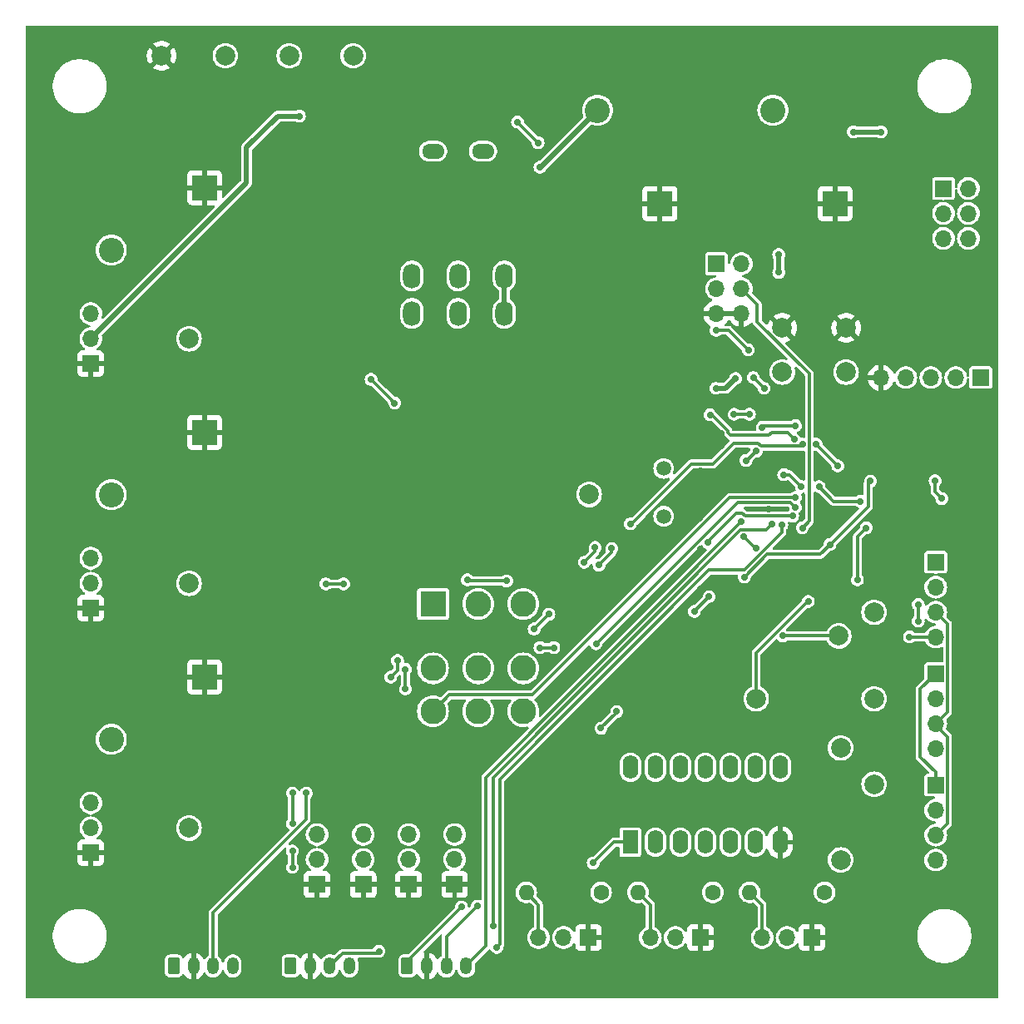
<source format=gbr>
%TF.GenerationSoftware,KiCad,Pcbnew,8.0.0*%
%TF.CreationDate,2024-04-09T16:31:16-05:00*%
%TF.ProjectId,MainBoardv2,4d61696e-426f-4617-9264-76322e6b6963,rev?*%
%TF.SameCoordinates,Original*%
%TF.FileFunction,Copper,L2,Bot*%
%TF.FilePolarity,Positive*%
%FSLAX46Y46*%
G04 Gerber Fmt 4.6, Leading zero omitted, Abs format (unit mm)*
G04 Created by KiCad (PCBNEW 8.0.0) date 2024-04-09 16:31:16*
%MOMM*%
%LPD*%
G01*
G04 APERTURE LIST*
G04 Aperture macros list*
%AMRoundRect*
0 Rectangle with rounded corners*
0 $1 Rounding radius*
0 $2 $3 $4 $5 $6 $7 $8 $9 X,Y pos of 4 corners*
0 Add a 4 corners polygon primitive as box body*
4,1,4,$2,$3,$4,$5,$6,$7,$8,$9,$2,$3,0*
0 Add four circle primitives for the rounded corners*
1,1,$1+$1,$2,$3*
1,1,$1+$1,$4,$5*
1,1,$1+$1,$6,$7*
1,1,$1+$1,$8,$9*
0 Add four rect primitives between the rounded corners*
20,1,$1+$1,$2,$3,$4,$5,0*
20,1,$1+$1,$4,$5,$6,$7,0*
20,1,$1+$1,$6,$7,$8,$9,0*
20,1,$1+$1,$8,$9,$2,$3,0*%
G04 Aperture macros list end*
%TA.AperFunction,ComponentPad*%
%ADD10C,2.000000*%
%TD*%
%TA.AperFunction,ComponentPad*%
%ADD11R,1.700000X1.700000*%
%TD*%
%TA.AperFunction,ComponentPad*%
%ADD12O,1.700000X1.700000*%
%TD*%
%TA.AperFunction,ComponentPad*%
%ADD13R,2.628900X2.628900*%
%TD*%
%TA.AperFunction,ComponentPad*%
%ADD14C,2.628900*%
%TD*%
%TA.AperFunction,ComponentPad*%
%ADD15C,1.500000*%
%TD*%
%TA.AperFunction,ComponentPad*%
%ADD16RoundRect,0.250000X-0.350000X-0.625000X0.350000X-0.625000X0.350000X0.625000X-0.350000X0.625000X0*%
%TD*%
%TA.AperFunction,ComponentPad*%
%ADD17O,1.200000X1.750000*%
%TD*%
%TA.AperFunction,ComponentPad*%
%ADD18R,2.550000X2.550000*%
%TD*%
%TA.AperFunction,ComponentPad*%
%ADD19C,2.550000*%
%TD*%
%TA.AperFunction,ComponentPad*%
%ADD20C,1.600000*%
%TD*%
%TA.AperFunction,ComponentPad*%
%ADD21O,1.600000X1.600000*%
%TD*%
%TA.AperFunction,ComponentPad*%
%ADD22R,1.600000X2.400000*%
%TD*%
%TA.AperFunction,ComponentPad*%
%ADD23O,1.600000X2.400000*%
%TD*%
%TA.AperFunction,ComponentPad*%
%ADD24O,1.778000X2.540000*%
%TD*%
%TA.AperFunction,ComponentPad*%
%ADD25O,2.286000X1.524000*%
%TD*%
%TA.AperFunction,ViaPad*%
%ADD26C,0.700000*%
%TD*%
%TA.AperFunction,ViaPad*%
%ADD27C,0.600000*%
%TD*%
%TA.AperFunction,Conductor*%
%ADD28C,0.300000*%
%TD*%
%TA.AperFunction,Conductor*%
%ADD29C,0.500000*%
%TD*%
G04 APERTURE END LIST*
D10*
%TO.P,TP3,1,1*%
%TO.N,/SPI1_NSS_RasPi*%
X174000000Y-109200000D03*
%TD*%
D11*
%TO.P,J9,1,Pin_1*%
%TO.N,/SPI1_MOSI*%
X183875000Y-124380000D03*
D12*
%TO.P,J9,2,Pin_2*%
%TO.N,/SPI1_MISO*%
X183875000Y-126920000D03*
%TO.P,J9,3,Pin_3*%
%TO.N,/SPI1_SCK*%
X183875000Y-129460000D03*
%TO.P,J9,4,Pin_4*%
%TO.N,/SPI1_NSS_ESP2*%
X183875000Y-132000000D03*
%TD*%
D13*
%TO.P,SW3,1,A*%
%TO.N,/TIM1_CH1*%
X132705200Y-105946800D03*
D14*
%TO.P,SW3,2,B*%
%TO.N,/PWM & Encoders & Limit Switches/M1_PWM*%
X137302600Y-105946800D03*
%TO.P,SW3,3,C*%
%TO.N,/PWM & Encoders & Limit Switches/RC_PWM1*%
X141900000Y-105946800D03*
%TO.P,SW3,4,A*%
%TO.N,/TIM1_CH2*%
X132705200Y-112500000D03*
%TO.P,SW3,5,B*%
%TO.N,/PWM & Encoders & Limit Switches/M2_PWM*%
X137302600Y-112500000D03*
%TO.P,SW3,6,C*%
%TO.N,/PWM & Encoders & Limit Switches/RC_PWM2*%
X141900000Y-112500000D03*
%TO.P,SW3,7,A*%
%TO.N,/TIM1_CH3*%
X132705200Y-116868800D03*
%TO.P,SW3,8,B*%
%TO.N,/PWM & Encoders & Limit Switches/M3_PWM*%
X137302600Y-116868800D03*
%TO.P,SW3,9,C*%
%TO.N,/PWM & Encoders & Limit Switches/RC_PWM3*%
X141900000Y-116868800D03*
%TD*%
D15*
%TO.P,Y1,1,1*%
%TO.N,/OSC_IN*%
X156175000Y-92150000D03*
%TO.P,Y1,2,2*%
%TO.N,/OSC_OUT*%
X156175000Y-97030000D03*
%TD*%
D10*
%TO.P,TP5,1,1*%
%TO.N,/SPI1_MISO*%
X177600000Y-115600000D03*
%TD*%
D11*
%TO.P,J11,1,Pin_1*%
%TO.N,GND*%
X134900000Y-134500000D03*
D12*
%TO.P,J11,2,Pin_2*%
%TO.N,unconnected-(J11-Pin_2-Pad2)*%
X134900000Y-131960000D03*
%TO.P,J11,3,Pin_3*%
%TO.N,/PWM & Encoders & Limit Switches/RC_PWM1*%
X134900000Y-129420000D03*
%TD*%
D16*
%TO.P,J15,1,Pin_1*%
%TO.N,+3.3V*%
X118200000Y-142800000D03*
D17*
%TO.P,J15,2,Pin_2*%
%TO.N,GND*%
X120200000Y-142800000D03*
%TO.P,J15,3,Pin_3*%
%TO.N,/TIM3_CH1*%
X122200000Y-142800000D03*
%TO.P,J15,4,Pin_4*%
%TO.N,/TIM3_CH2*%
X124200000Y-142800000D03*
%TD*%
D11*
%TO.P,J13,1,Pin_1*%
%TO.N,GND*%
X97875000Y-106375000D03*
D12*
%TO.P,J13,2,Pin_2*%
%TO.N,+5V*%
X97875000Y-103835000D03*
%TO.P,J13,3,Pin_3*%
%TO.N,/PWM & Encoders & Limit Switches/M2_PWM*%
X97875000Y-101295000D03*
%TD*%
D11*
%TO.P,J17,1,Pin_1*%
%TO.N,GND*%
X125600000Y-134500000D03*
D12*
%TO.P,J17,2,Pin_2*%
%TO.N,unconnected-(J17-Pin_2-Pad2)*%
X125600000Y-131960000D03*
%TO.P,J17,3,Pin_3*%
%TO.N,/PWM & Encoders & Limit Switches/RC_PWM3*%
X125600000Y-129420000D03*
%TD*%
D11*
%TO.P,J3,1,Pin_1*%
%TO.N,+3.3V*%
X161560000Y-71320000D03*
D12*
%TO.P,J3,2,Pin_2*%
X164100000Y-71320000D03*
%TO.P,J3,3,Pin_3*%
%TO.N,/BOOT0*%
X161560000Y-73860000D03*
%TO.P,J3,4,Pin_4*%
%TO.N,/BOOT1*%
X164100000Y-73860000D03*
%TO.P,J3,5,Pin_5*%
%TO.N,GND*%
X161560000Y-76400000D03*
%TO.P,J3,6,Pin_6*%
X164100000Y-76400000D03*
%TD*%
D11*
%TO.P,J1,1,Pin_1*%
%TO.N,/5V_EXT*%
X184660000Y-63660000D03*
D12*
%TO.P,J1,2,Pin_2*%
%TO.N,+5V*%
X187200000Y-63660000D03*
%TO.P,J1,3,Pin_3*%
%TO.N,/5V_BUCK*%
X184660000Y-66200000D03*
%TO.P,J1,4,Pin_4*%
%TO.N,+5V*%
X187200000Y-66200000D03*
%TO.P,J1,5,Pin_5*%
%TO.N,VBUS*%
X184660000Y-68740000D03*
%TO.P,J1,6,Pin_6*%
%TO.N,+5V*%
X187200000Y-68740000D03*
%TD*%
D10*
%TO.P,TP4,1,1*%
%TO.N,/SPI1_SCK*%
X177600000Y-106800000D03*
%TD*%
D18*
%TO.P,J20,1,Pin_1*%
%TO.N,GND*%
X109462500Y-63575000D03*
D19*
%TO.P,J20,2,Pin_2*%
%TO.N,/Motors/Motor1PowerOut*%
X99962500Y-69925000D03*
%TD*%
D11*
%TO.P,J24,1,Pin_1*%
%TO.N,GND*%
X159905000Y-139900000D03*
D12*
%TO.P,J24,2,Pin_2*%
%TO.N,+5V*%
X157365000Y-139900000D03*
%TO.P,J24,3,Pin_3*%
%TO.N,/LimitSwitchOR3/LimitSwitch2*%
X154825000Y-139900000D03*
%TD*%
D16*
%TO.P,J12,1,Pin_1*%
%TO.N,+3.3V*%
X106325000Y-142800000D03*
D17*
%TO.P,J12,2,Pin_2*%
%TO.N,GND*%
X108325000Y-142800000D03*
%TO.P,J12,3,Pin_3*%
%TO.N,/TIM4_CH1*%
X110325000Y-142800000D03*
%TO.P,J12,4,Pin_4*%
%TO.N,/TIM4_CH2*%
X112325000Y-142800000D03*
%TD*%
D11*
%TO.P,J19,1,Pin_1*%
%TO.N,GND*%
X120900000Y-134500000D03*
D12*
%TO.P,J19,2,Pin_2*%
%TO.N,+5V*%
X120900000Y-131960000D03*
%TO.P,J19,3,Pin_3*%
%TO.N,unconnected-(J19-Pin_3-Pad3)*%
X120900000Y-129420000D03*
%TD*%
D10*
%TO.P,TP13,1,1*%
%TO.N,/PWM & Encoders & Limit Switches/M1_PWM*%
X107875000Y-78950000D03*
%TD*%
D11*
%TO.P,J23,1,Pin_1*%
%TO.N,GND*%
X148530000Y-139900000D03*
D12*
%TO.P,J23,2,Pin_2*%
%TO.N,+5V*%
X145990000Y-139900000D03*
%TO.P,J23,3,Pin_3*%
%TO.N,/LimitSwitchOR3/LimitSwitch1*%
X143450000Y-139900000D03*
%TD*%
D10*
%TO.P,TP9,1,1*%
%TO.N,/SPI1_NSS_ESP1*%
X174200000Y-120600000D03*
%TD*%
D11*
%TO.P,J10,1,Pin_1*%
%TO.N,GND*%
X97875000Y-81475000D03*
D12*
%TO.P,J10,2,Pin_2*%
%TO.N,+5V*%
X97875000Y-78935000D03*
%TO.P,J10,3,Pin_3*%
%TO.N,/PWM & Encoders & Limit Switches/M1_PWM*%
X97875000Y-76395000D03*
%TD*%
D20*
%TO.P,R13,1*%
%TO.N,+5V*%
X172565000Y-135300000D03*
D21*
%TO.P,R13,2*%
%TO.N,/LimitSwitchOR3/LimitSwitch3*%
X164945000Y-135300000D03*
%TD*%
D10*
%TO.P,TP11,1,1*%
%TO.N,/PWM & Encoders & Limit Switches/M3_PWM*%
X107875000Y-128750000D03*
%TD*%
D11*
%TO.P,J8,1,Pin_1*%
%TO.N,/SPI1_MOSI*%
X183875000Y-113040000D03*
D12*
%TO.P,J8,2,Pin_2*%
%TO.N,/SPI1_MISO*%
X183875000Y-115580000D03*
%TO.P,J8,3,Pin_3*%
%TO.N,/SPI1_SCK*%
X183875000Y-118120000D03*
%TO.P,J8,4,Pin_4*%
%TO.N,/SPI1_NSS_ESP1*%
X183875000Y-120660000D03*
%TD*%
D10*
%TO.P,TP15,1,1*%
%TO.N,/5V_BUCK_JumperIN*%
X148600000Y-94800000D03*
%TD*%
D20*
%TO.P,R11,1*%
%TO.N,+5V*%
X149815000Y-135300000D03*
D21*
%TO.P,R11,2*%
%TO.N,/LimitSwitchOR3/LimitSwitch1*%
X142195000Y-135300000D03*
%TD*%
D22*
%TO.P,U4,1,1A*%
%TO.N,/LimitSwitchOR3/LimitSwitch1*%
X152800000Y-130200000D03*
D23*
%TO.P,U4,2,1B*%
X155340000Y-130200000D03*
%TO.P,U4,3,1Y*%
%TO.N,/LimitSwitchOR3/LimitSwitchOUT1*%
X157880000Y-130200000D03*
%TO.P,U4,4,2A*%
%TO.N,/LimitSwitchOR3/LimitSwitch2*%
X160420000Y-130200000D03*
%TO.P,U4,5,2B*%
X162960000Y-130200000D03*
%TO.P,U4,6,2Y*%
%TO.N,/LimitSwitchOR3/LimitSwitchOUT2*%
X165500000Y-130200000D03*
%TO.P,U4,7,GND*%
%TO.N,GND*%
X168040000Y-130200000D03*
%TO.P,U4,8,3Y*%
%TO.N,/LimitSwitchOR3/LimitSwitchOUT3*%
X168040000Y-122580000D03*
%TO.P,U4,9,3A*%
%TO.N,/LimitSwitchOR3/LimitSwitch3*%
X165500000Y-122580000D03*
%TO.P,U4,10,3B*%
X162960000Y-122580000D03*
%TO.P,U4,11,4Y*%
%TO.N,unconnected-(U4-4Y-Pad11)*%
X160420000Y-122580000D03*
%TO.P,U4,12,4A*%
%TO.N,unconnected-(U4-4A-Pad12)*%
X157880000Y-122580000D03*
%TO.P,U4,13,4B*%
%TO.N,unconnected-(U4-4B-Pad13)*%
X155340000Y-122580000D03*
%TO.P,U4,14,VCC*%
%TO.N,+5V*%
X152800000Y-122580000D03*
%TD*%
D10*
%TO.P,SW1,1,1*%
%TO.N,GND*%
X168250000Y-77850000D03*
X174750000Y-77850000D03*
%TO.P,SW1,2,2*%
%TO.N,/NRST*%
X168250000Y-82350000D03*
X174750000Y-82350000D03*
%TD*%
%TO.P,TP12,1,1*%
%TO.N,/PWM & Encoders & Limit Switches/M2_PWM*%
X107875000Y-103850000D03*
%TD*%
%TO.P,TP7,1,1*%
%TO.N,GND*%
X105075002Y-50150000D03*
%TD*%
D11*
%TO.P,J25,1,Pin_1*%
%TO.N,GND*%
X171280000Y-139900000D03*
D12*
%TO.P,J25,2,Pin_2*%
%TO.N,+5V*%
X168740000Y-139900000D03*
%TO.P,J25,3,Pin_3*%
%TO.N,/LimitSwitchOR3/LimitSwitch3*%
X166200000Y-139900000D03*
%TD*%
D10*
%TO.P,TP1,1,1*%
%TO.N,+5V*%
X118075001Y-50150000D03*
%TD*%
D11*
%TO.P,J4,1,Pin_1*%
%TO.N,+3.3V*%
X188450000Y-82900000D03*
D12*
%TO.P,J4,2,Pin_2*%
%TO.N,/SWDIO*%
X185910000Y-82900000D03*
%TO.P,J4,3,Pin_3*%
%TO.N,/SWCLK*%
X183370000Y-82900000D03*
%TO.P,J4,4,Pin_4*%
%TO.N,/NRST*%
X180830000Y-82900000D03*
%TO.P,J4,5,Pin_5*%
%TO.N,GND*%
X178290000Y-82900000D03*
%TD*%
D18*
%TO.P,J7,1,Pin_1*%
%TO.N,GND*%
X173650000Y-65200000D03*
D19*
%TO.P,J7,2,Pin_2*%
%TO.N,/5V_EXT*%
X167300000Y-55700000D03*
%TD*%
D20*
%TO.P,R12,1*%
%TO.N,+5V*%
X161190000Y-135300000D03*
D21*
%TO.P,R12,2*%
%TO.N,/LimitSwitchOR3/LimitSwitch2*%
X153570000Y-135300000D03*
%TD*%
D18*
%TO.P,J5,1,Pin_1*%
%TO.N,GND*%
X155805000Y-65200000D03*
D19*
%TO.P,J5,2,Pin_2*%
%TO.N,/12VPowerInput*%
X149455000Y-55700000D03*
%TD*%
D18*
%TO.P,J21,1,Pin_1*%
%TO.N,GND*%
X109462500Y-88475000D03*
D19*
%TO.P,J21,2,Pin_2*%
%TO.N,/Motors/Motor2PowerOut*%
X99962500Y-94825000D03*
%TD*%
D11*
%TO.P,J16,1,Pin_1*%
%TO.N,GND*%
X97875000Y-131275000D03*
D12*
%TO.P,J16,2,Pin_2*%
%TO.N,+5V*%
X97875000Y-128735000D03*
%TO.P,J16,3,Pin_3*%
%TO.N,/PWM & Encoders & Limit Switches/M3_PWM*%
X97875000Y-126195000D03*
%TD*%
D10*
%TO.P,TP2,1,1*%
%TO.N,+3.3V*%
X124575002Y-50150000D03*
%TD*%
D11*
%TO.P,J6,1,Pin_1*%
%TO.N,/SPI1_MOSI*%
X183875000Y-101700000D03*
D12*
%TO.P,J6,2,Pin_2*%
%TO.N,/SPI1_MISO*%
X183875000Y-104240000D03*
%TO.P,J6,3,Pin_3*%
%TO.N,/SPI1_SCK*%
X183875000Y-106780000D03*
%TO.P,J6,4,Pin_4*%
%TO.N,/SPI1_NSS_RasPi*%
X183875000Y-109320000D03*
%TD*%
D16*
%TO.P,J18,1,Pin_1*%
%TO.N,+3.3V*%
X130075000Y-142800000D03*
D17*
%TO.P,J18,2,Pin_2*%
%TO.N,GND*%
X132075000Y-142800000D03*
%TO.P,J18,3,Pin_3*%
%TO.N,/TIM2_CH1*%
X134075000Y-142800000D03*
%TO.P,J18,4,Pin_4*%
%TO.N,/TIM2_CH2*%
X136075000Y-142800000D03*
%TD*%
D24*
%TO.P,SW2,1,A*%
%TO.N,/12VPowerInput*%
X139959000Y-76375000D03*
%TO.P,SW2,2,B*%
%TO.N,+12V*%
X135260000Y-76375000D03*
%TO.P,SW2,3,C*%
%TO.N,/PowerSwitchOff*%
X130561000Y-76375000D03*
%TO.P,SW2,4,A*%
%TO.N,/12VPowerInput*%
X139959000Y-72565000D03*
%TO.P,SW2,5,B*%
%TO.N,+12V*%
X135260000Y-72565000D03*
%TO.P,SW2,6,C*%
%TO.N,/PowerSwitchOff*%
X130561000Y-72565000D03*
D25*
%TO.P,SW2,7*%
%TO.N,N/C*%
X137800000Y-59865000D03*
%TO.P,SW2,8*%
X132720000Y-59865000D03*
%TD*%
D10*
%TO.P,TP14,1,1*%
%TO.N,/OR3*%
X165600000Y-115600000D03*
%TD*%
%TO.P,TP8,1,1*%
%TO.N,+12V*%
X111575001Y-50150000D03*
%TD*%
%TO.P,TP10,1,1*%
%TO.N,/SPI1_NSS_ESP2*%
X174200000Y-132000000D03*
%TD*%
D18*
%TO.P,J22,1,Pin_1*%
%TO.N,GND*%
X109462500Y-113375000D03*
D19*
%TO.P,J22,2,Pin_2*%
%TO.N,/Motors/Motor3PowerOut*%
X99962500Y-119725000D03*
%TD*%
D11*
%TO.P,J14,1,Pin_1*%
%TO.N,GND*%
X130233334Y-134500000D03*
D12*
%TO.P,J14,2,Pin_2*%
%TO.N,unconnected-(J14-Pin_2-Pad2)*%
X130233334Y-131960000D03*
%TO.P,J14,3,Pin_3*%
%TO.N,/PWM & Encoders & Limit Switches/RC_PWM2*%
X130233334Y-129420000D03*
%TD*%
D10*
%TO.P,TP6,1,1*%
%TO.N,/SPI1_MOSI*%
X177600000Y-124300000D03*
%TD*%
D26*
%TO.N,GND*%
X171400000Y-98200000D03*
X159900000Y-92400000D03*
X132300000Y-81000000D03*
X133200000Y-79900000D03*
X146400000Y-87000000D03*
X158500000Y-82200000D03*
X162000000Y-89900000D03*
X132300000Y-79900000D03*
X134100000Y-79900000D03*
X139800000Y-83900000D03*
X172626543Y-102746643D03*
D27*
X142800000Y-81900000D03*
D26*
X108300000Y-56800000D03*
D27*
X143800000Y-81900000D03*
D26*
X176688807Y-92478757D03*
X132300000Y-81900000D03*
X115400000Y-99300000D03*
X166100000Y-85100000D03*
X115300000Y-74200000D03*
X133200000Y-81900000D03*
X146400000Y-86200000D03*
X184900000Y-92800000D03*
X146400000Y-85400000D03*
X167200000Y-92700000D03*
X160600000Y-115500000D03*
X115400000Y-123900000D03*
X121300000Y-56600000D03*
X187100000Y-76900000D03*
X159800000Y-97200000D03*
X188800000Y-77300000D03*
X171500000Y-103600000D03*
X133200000Y-80900000D03*
X166900000Y-96300000D03*
X159900000Y-100400000D03*
X175200000Y-70100000D03*
X162500000Y-115700000D03*
X159900000Y-104400000D03*
X162000000Y-88600000D03*
X177800000Y-101600000D03*
X134100000Y-80900000D03*
X134100000Y-81900000D03*
X114800000Y-56600000D03*
%TO.N,+3.3V*%
X171700000Y-89700000D03*
X164555025Y-91344975D03*
X141300000Y-56900000D03*
X166225000Y-87971657D03*
X151400000Y-116900000D03*
X159300000Y-106700000D03*
X164900000Y-86646657D03*
X173100000Y-99900000D03*
X163349145Y-86650855D03*
X135600000Y-136800000D03*
X164400000Y-103200000D03*
X165600000Y-90400000D03*
X160800000Y-105200000D03*
X143400000Y-59000000D03*
X169600000Y-87800000D03*
X149800000Y-118600000D03*
X173900000Y-91900000D03*
X177235571Y-93450000D03*
%TO.N,+5V*%
X175500000Y-57900000D03*
X178300000Y-57900000D03*
X119100000Y-56300000D03*
%TO.N,/5V_BUCK*%
X167900000Y-70400000D03*
X167900000Y-72200000D03*
X163500000Y-83000000D03*
X161500000Y-84000000D03*
%TO.N,VBUS*%
X184494452Y-95216645D03*
X183800000Y-93400000D03*
%TO.N,/BOOT0*%
X166400000Y-84000000D03*
X165300000Y-82900000D03*
X164800000Y-80100000D03*
X161500000Y-78100000D03*
%TO.N,/BOOT1*%
X170300000Y-98200000D03*
%TO.N,/SPI1_NSS_RasPi*%
X168300000Y-109200000D03*
X165600000Y-100300000D03*
X181200000Y-109300000D03*
X164300000Y-99100000D03*
%TO.N,/SPI1_MISO*%
X182100000Y-107700000D03*
X182100000Y-106000000D03*
%TO.N,/PWM & Encoders & Limit Switches/M1_PWM*%
X128800000Y-85500000D03*
X126400000Y-83100000D03*
%TO.N,/TIM4_CH1*%
X150900000Y-100300000D03*
X152800000Y-97800000D03*
X143000000Y-108500000D03*
X170300000Y-89700000D03*
X119800000Y-125200000D03*
X129894975Y-112605025D03*
X129900000Y-114600000D03*
X149600000Y-102000000D03*
X144500000Y-107000000D03*
%TO.N,/TIM4_CH2*%
X128400000Y-113400000D03*
X129100000Y-111700000D03*
X118400000Y-128300000D03*
X118400000Y-132760000D03*
X118400000Y-125200000D03*
X118400000Y-131100000D03*
X136200000Y-103500000D03*
X148100000Y-101700000D03*
X160900000Y-86700000D03*
X169462500Y-89200000D03*
X140200000Y-103600000D03*
X149200000Y-100200000D03*
%TO.N,/PWM & Encoders & Limit Switches/M2_PWM*%
X121800000Y-103900000D03*
X123600000Y-103900000D03*
%TO.N,/TIM3_CH1*%
X139200000Y-140900000D03*
X168200000Y-97900000D03*
X127200000Y-141300000D03*
%TO.N,/TIM3_CH2*%
X167200000Y-97800000D03*
X138800000Y-138700000D03*
%TO.N,/TIM2_CH2*%
X164100000Y-97600000D03*
%TO.N,/TIM2_CH1*%
X137200000Y-136700000D03*
%TO.N,/12VPowerInput*%
X143600000Y-61500000D03*
%TO.N,/TIM1_CH3*%
X169600000Y-95100000D03*
%TO.N,/TIM1_CH1*%
X169300000Y-97000000D03*
X160700000Y-99700000D03*
%TO.N,/TIM1_CH2*%
X169600000Y-96100000D03*
X145000000Y-110400000D03*
X149300000Y-110000000D03*
X143600000Y-110400000D03*
%TO.N,/OR3*%
X170200000Y-94000000D03*
X172000000Y-94000000D03*
X176200000Y-95500000D03*
X170900000Y-105700000D03*
X175900000Y-103500000D03*
X176800000Y-98200000D03*
X168400000Y-92800000D03*
%TO.N,/LimitSwitchOR3/LimitSwitch1*%
X149015000Y-132300000D03*
%TD*%
D28*
%TO.N,GND*%
X172626543Y-102746643D02*
X171773186Y-103600000D01*
X171773186Y-103600000D02*
X171500000Y-103600000D01*
%TO.N,+3.3V*%
X160800000Y-105200000D02*
X159300000Y-106700000D01*
X130075000Y-142325000D02*
X130075000Y-142800000D01*
X164555025Y-91344975D02*
X164655025Y-91344975D01*
X177235571Y-93450000D02*
X177000000Y-93685571D01*
X171700000Y-89700000D02*
X173900000Y-91900000D01*
X163349145Y-86650855D02*
X163353343Y-86646657D01*
X166396657Y-87800000D02*
X166225000Y-87971657D01*
X151400000Y-117000000D02*
X149800000Y-118600000D01*
X143400000Y-59000000D02*
X141300000Y-56900000D01*
X166700000Y-100900000D02*
X172100000Y-100900000D01*
X163353343Y-86646657D02*
X164900000Y-86646657D01*
X172100000Y-100900000D02*
X173100000Y-99900000D01*
X169600000Y-87800000D02*
X166396657Y-87800000D01*
X177000000Y-93685571D02*
X177000000Y-96000000D01*
X135600000Y-136800000D02*
X130075000Y-142325000D01*
X177000000Y-96000000D02*
X173100000Y-99900000D01*
X164655025Y-91344975D02*
X165600000Y-90400000D01*
X164400000Y-103200000D02*
X166700000Y-100900000D01*
X151400000Y-116900000D02*
X151400000Y-117000000D01*
D29*
%TO.N,+5V*%
X116900000Y-56300000D02*
X113700000Y-59500000D01*
X119100000Y-56300000D02*
X116900000Y-56300000D01*
X178300000Y-57900000D02*
X175500000Y-57900000D01*
X113700000Y-59500000D02*
X113700000Y-63110000D01*
X113700000Y-63110000D02*
X97875000Y-78935000D01*
%TO.N,/5V_BUCK*%
X167900000Y-70400000D02*
X167900000Y-72200000D01*
X163500000Y-83000000D02*
X162500000Y-84000000D01*
X162500000Y-84000000D02*
X161500000Y-84000000D01*
D28*
%TO.N,VBUS*%
X183800000Y-94522193D02*
X183800000Y-93400000D01*
X184494452Y-95216645D02*
X183800000Y-94522193D01*
%TO.N,/BOOT0*%
X162800000Y-78100000D02*
X161500000Y-78100000D01*
X164800000Y-80100000D02*
X162800000Y-78100000D01*
X166400000Y-84000000D02*
X165300000Y-82900000D01*
%TO.N,/BOOT1*%
X171000000Y-82509189D02*
X165700000Y-77209189D01*
X171000000Y-97500000D02*
X171000000Y-82509189D01*
X165700000Y-77209189D02*
X165700000Y-75460000D01*
X165700000Y-75460000D02*
X164100000Y-73860000D01*
X170300000Y-98200000D02*
X171000000Y-97500000D01*
%TO.N,/SPI1_NSS_RasPi*%
X181220000Y-109320000D02*
X181200000Y-109300000D01*
X165600000Y-100300000D02*
X165500000Y-100300000D01*
X183875000Y-109320000D02*
X181220000Y-109320000D01*
X168300000Y-109200000D02*
X174000000Y-109200000D01*
X165500000Y-100300000D02*
X164300000Y-99100000D01*
%TO.N,/SPI1_MOSI*%
X182300000Y-114615000D02*
X182300000Y-121500000D01*
X183875000Y-123075000D02*
X183875000Y-124380000D01*
X183875000Y-113040000D02*
X182300000Y-114615000D01*
X182300000Y-121500000D02*
X183875000Y-123075000D01*
%TO.N,/SPI1_SCK*%
X185075000Y-128260000D02*
X183875000Y-129460000D01*
X185075000Y-107980000D02*
X185075000Y-116920000D01*
X185075000Y-119475000D02*
X185075000Y-128260000D01*
X183875000Y-118275000D02*
X185075000Y-119475000D01*
X183875000Y-106780000D02*
X185075000Y-107980000D01*
X183875000Y-118120000D02*
X183875000Y-118275000D01*
X185075000Y-116920000D02*
X183875000Y-118120000D01*
%TO.N,/SPI1_MISO*%
X182100000Y-106000000D02*
X182100000Y-107700000D01*
%TO.N,/PWM & Encoders & Limit Switches/M1_PWM*%
X128400000Y-85100000D02*
X126400000Y-83100000D01*
X128800000Y-85500000D02*
X128400000Y-85100000D01*
%TO.N,/TIM4_CH1*%
X166089950Y-89900000D02*
X165800000Y-89610050D01*
X129894975Y-112605025D02*
X129894975Y-114594975D01*
X159000000Y-91700000D02*
X152900000Y-97800000D01*
X170100000Y-89900000D02*
X166089950Y-89900000D01*
X119800000Y-125200000D02*
X119800000Y-127889950D01*
X144500000Y-107000000D02*
X143000000Y-108500000D01*
X110325000Y-137364950D02*
X110325000Y-142800000D01*
X163289950Y-89610050D02*
X161200000Y-91700000D01*
X165800000Y-89610050D02*
X163289950Y-89610050D01*
X150900000Y-100300000D02*
X150900000Y-100700000D01*
X150900000Y-100700000D02*
X149600000Y-102000000D01*
X161200000Y-91700000D02*
X159000000Y-91700000D01*
X152900000Y-97800000D02*
X152800000Y-97800000D01*
X129894975Y-114594975D02*
X129900000Y-114600000D01*
X119800000Y-127889950D02*
X110325000Y-137364950D01*
X170300000Y-89700000D02*
X170100000Y-89900000D01*
%TO.N,/TIM4_CH2*%
X162700000Y-88310050D02*
X161089950Y-86700000D01*
X169462500Y-89200000D02*
X169462500Y-89162500D01*
X118400000Y-131100000D02*
X118400000Y-132760000D01*
X129100000Y-112700000D02*
X128400000Y-113400000D01*
X140200000Y-103600000D02*
X136300000Y-103600000D01*
X149200000Y-100200000D02*
X149200000Y-100600000D01*
X168800000Y-88500000D02*
X167200000Y-88500000D01*
X167200000Y-88500000D02*
X166900000Y-88800000D01*
X161089950Y-86700000D02*
X160900000Y-86700000D01*
X118400000Y-125200000D02*
X118400000Y-128300000D01*
X129100000Y-111700000D02*
X129100000Y-112700000D01*
X166900000Y-88800000D02*
X163000000Y-88800000D01*
X149200000Y-100600000D02*
X148100000Y-101700000D01*
X162700000Y-88500000D02*
X162700000Y-88310050D01*
X136300000Y-103600000D02*
X136200000Y-103500000D01*
X169462500Y-89162500D02*
X168800000Y-88500000D01*
X163000000Y-88800000D02*
X162700000Y-88500000D01*
%TO.N,/PWM & Encoders & Limit Switches/M2_PWM*%
X123600000Y-103900000D02*
X121800000Y-103900000D01*
%TO.N,/TIM3_CH1*%
X168200000Y-98689950D02*
X164389950Y-102500000D01*
X168200000Y-97900000D02*
X168200000Y-98689950D01*
X123500000Y-141500000D02*
X122200000Y-142800000D01*
X160810050Y-102500000D02*
X139500000Y-123810050D01*
X139500000Y-140600000D02*
X139200000Y-140900000D01*
X127000000Y-141500000D02*
X123500000Y-141500000D01*
X139500000Y-123810050D02*
X139500000Y-140600000D01*
X127200000Y-141300000D02*
X127000000Y-141500000D01*
X164389950Y-102500000D02*
X160810050Y-102500000D01*
%TO.N,/TIM3_CH2*%
X138800000Y-138700000D02*
X138800000Y-138800000D01*
X167200000Y-97800000D02*
X166600000Y-98400000D01*
X138800000Y-123610050D02*
X138800000Y-138700000D01*
X164010050Y-98400000D02*
X138800000Y-123610050D01*
X166600000Y-98400000D02*
X164010050Y-98400000D01*
%TO.N,/TIM2_CH2*%
X138100000Y-123600000D02*
X138100000Y-140775000D01*
X138100000Y-140775000D02*
X136075000Y-142800000D01*
X164100000Y-97600000D02*
X138100000Y-123600000D01*
%TO.N,/TIM2_CH1*%
X137200000Y-136700000D02*
X134075000Y-139825000D01*
X134075000Y-139825000D02*
X134075000Y-142800000D01*
D29*
%TO.N,/12VPowerInput*%
X139959000Y-72565000D02*
X139959000Y-76375000D01*
X143655000Y-61500000D02*
X143600000Y-61500000D01*
X149455000Y-55700000D02*
X143655000Y-61500000D01*
D28*
%TO.N,/TIM1_CH3*%
X134369650Y-115204350D02*
X132705200Y-116868800D01*
X142785600Y-115204350D02*
X134369650Y-115204350D01*
X162889950Y-95100000D02*
X142785600Y-115204350D01*
X169600000Y-95100000D02*
X162889950Y-95100000D01*
%TO.N,/TIM1_CH1*%
X163600000Y-96700000D02*
X164189950Y-96700000D01*
X160700000Y-99600000D02*
X163600000Y-96700000D01*
X164189950Y-96700000D02*
X164489950Y-97000000D01*
X164489950Y-97000000D02*
X169300000Y-97000000D01*
X160700000Y-99700000D02*
X160700000Y-99600000D01*
%TO.N,/TIM1_CH2*%
X149300000Y-110000000D02*
X163700000Y-95600000D01*
X169100000Y-95600000D02*
X169600000Y-96100000D01*
X145000000Y-110400000D02*
X143600000Y-110400000D01*
X163700000Y-95600000D02*
X169100000Y-95600000D01*
%TO.N,/OR3*%
X172000000Y-94000000D02*
X173500000Y-95500000D01*
X165600000Y-110910050D02*
X165600000Y-115600000D01*
X175900000Y-99100000D02*
X175900000Y-103500000D01*
X173500000Y-95500000D02*
X176200000Y-95500000D01*
X170900000Y-105700000D02*
X170810050Y-105700000D01*
X168400000Y-92800000D02*
X169000000Y-92800000D01*
X176800000Y-98200000D02*
X175900000Y-99100000D01*
X170810050Y-105700000D02*
X165600000Y-110910050D01*
X169000000Y-92800000D02*
X170200000Y-94000000D01*
%TO.N,/LimitSwitchOR3/LimitSwitch1*%
X143450000Y-136555000D02*
X142195000Y-135300000D01*
X151115000Y-130200000D02*
X152800000Y-130200000D01*
X149015000Y-132300000D02*
X151115000Y-130200000D01*
X143450000Y-139900000D02*
X143450000Y-136555000D01*
%TO.N,/LimitSwitchOR3/LimitSwitch2*%
X154825000Y-139900000D02*
X154825000Y-136555000D01*
X154825000Y-136555000D02*
X153570000Y-135300000D01*
%TO.N,/LimitSwitchOR3/LimitSwitch3*%
X166200000Y-139900000D02*
X166200000Y-136555000D01*
X166200000Y-136555000D02*
X164945000Y-135300000D01*
%TD*%
%TA.AperFunction,Conductor*%
%TO.N,GND*%
G36*
X133557523Y-139582092D02*
G01*
X133613456Y-139623964D01*
X133637873Y-139689428D01*
X133633965Y-139730364D01*
X133624500Y-139765691D01*
X133624500Y-141676712D01*
X133604815Y-141743751D01*
X133569393Y-141779813D01*
X133500960Y-141825539D01*
X133500958Y-141825542D01*
X133375538Y-141950961D01*
X133289697Y-142079430D01*
X133236084Y-142124234D01*
X133166759Y-142132941D01*
X133103732Y-142102786D01*
X133076110Y-142066833D01*
X133015804Y-141948475D01*
X132914032Y-141808397D01*
X132791602Y-141685967D01*
X132651524Y-141584195D01*
X132497257Y-141505591D01*
X132332589Y-141452087D01*
X132332581Y-141452085D01*
X132325000Y-141450884D01*
X132325000Y-142519670D01*
X132305255Y-142499925D01*
X132219745Y-142450556D01*
X132124370Y-142425000D01*
X132025630Y-142425000D01*
X131930255Y-142450556D01*
X131844745Y-142499925D01*
X131825000Y-142519670D01*
X131825000Y-141450884D01*
X131798218Y-141428013D01*
X131760022Y-141369508D01*
X131759520Y-141299640D01*
X131791062Y-141246039D01*
X133426511Y-139610591D01*
X133487831Y-139577108D01*
X133557523Y-139582092D01*
G37*
%TD.AperFunction*%
%TA.AperFunction,Conductor*%
G36*
X160069137Y-99970478D02*
G01*
X160125070Y-100012350D01*
X160127853Y-100016220D01*
X160155876Y-100056818D01*
X160209517Y-100134530D01*
X160327760Y-100239283D01*
X160327762Y-100239284D01*
X160458407Y-100307853D01*
X160467635Y-100312696D01*
X160480852Y-100315953D01*
X160541234Y-100351106D01*
X160573025Y-100413324D01*
X160566132Y-100482853D01*
X160538863Y-100524032D01*
X143671670Y-117391226D01*
X143610347Y-117424711D01*
X143540655Y-117419727D01*
X143484722Y-117377855D01*
X143460305Y-117312391D01*
X143463414Y-117274603D01*
X143500000Y-117122215D01*
X143519944Y-116868800D01*
X143500000Y-116615385D01*
X143440658Y-116368210D01*
X143436597Y-116358406D01*
X143343383Y-116133364D01*
X143343381Y-116133361D01*
X143210565Y-115916626D01*
X143210564Y-115916624D01*
X143210563Y-115916623D01*
X143210562Y-115916621D01*
X143054617Y-115734033D01*
X143026048Y-115670276D01*
X143036485Y-115601190D01*
X143061228Y-115565824D01*
X143062211Y-115564840D01*
X143062214Y-115564839D01*
X148474936Y-110152115D01*
X148536257Y-110118632D01*
X148605949Y-110123616D01*
X148661882Y-110165488D01*
X148678557Y-110195827D01*
X148696088Y-110242052D01*
X148719780Y-110304523D01*
X148809517Y-110434530D01*
X148927760Y-110539283D01*
X148927762Y-110539284D01*
X149067634Y-110612696D01*
X149221014Y-110650500D01*
X149221015Y-110650500D01*
X149378985Y-110650500D01*
X149532365Y-110612696D01*
X149672240Y-110539283D01*
X149790483Y-110434530D01*
X149880220Y-110304523D01*
X149936237Y-110156818D01*
X149952632Y-110021787D01*
X149980254Y-109957611D01*
X149988036Y-109949065D01*
X159938124Y-99998977D01*
X159999445Y-99965494D01*
X160069137Y-99970478D01*
G37*
%TD.AperFunction*%
%TA.AperFunction,Conductor*%
G36*
X171632121Y-94541572D02*
G01*
X171767635Y-94612696D01*
X171844325Y-94631598D01*
X171921014Y-94650500D01*
X171921015Y-94650500D01*
X171962035Y-94650500D01*
X172029074Y-94670185D01*
X172049716Y-94686819D01*
X173223386Y-95860489D01*
X173223387Y-95860490D01*
X173223389Y-95860491D01*
X173282693Y-95894729D01*
X173282696Y-95894732D01*
X173316937Y-95914500D01*
X173326114Y-95919799D01*
X173440691Y-95950500D01*
X175680517Y-95950500D01*
X175747556Y-95970185D01*
X175762741Y-95981682D01*
X175827760Y-96039283D01*
X175967635Y-96112696D01*
X175978052Y-96115263D01*
X175980857Y-96115955D01*
X176041238Y-96151111D01*
X176073026Y-96213331D01*
X176066130Y-96282859D01*
X176038863Y-96324033D01*
X173149716Y-99213181D01*
X173088393Y-99246666D01*
X173062035Y-99249500D01*
X173021014Y-99249500D01*
X172867634Y-99287303D01*
X172727762Y-99360715D01*
X172609516Y-99465471D01*
X172519781Y-99595475D01*
X172519780Y-99595476D01*
X172463763Y-99743180D01*
X172447367Y-99878209D01*
X172419745Y-99942387D01*
X172411952Y-99950943D01*
X171949716Y-100413181D01*
X171888393Y-100446666D01*
X171862035Y-100449500D01*
X167376915Y-100449500D01*
X167309876Y-100429815D01*
X167264121Y-100377011D01*
X167254177Y-100307853D01*
X167283202Y-100244297D01*
X167289234Y-100237819D01*
X167913872Y-99613181D01*
X168560489Y-98966564D01*
X168619798Y-98863837D01*
X168619799Y-98863836D01*
X168650500Y-98749259D01*
X168650500Y-98425759D01*
X168670185Y-98358720D01*
X168685846Y-98340444D01*
X168685509Y-98340145D01*
X168690481Y-98334532D01*
X168690481Y-98334531D01*
X168690483Y-98334530D01*
X168780220Y-98204523D01*
X168836237Y-98056818D01*
X168855278Y-97900000D01*
X168836237Y-97743182D01*
X168832890Y-97734356D01*
X168827521Y-97664693D01*
X168860668Y-97603186D01*
X168921806Y-97569364D01*
X168991524Y-97573964D01*
X169006452Y-97580584D01*
X169067635Y-97612696D01*
X169091062Y-97618470D01*
X169221014Y-97650500D01*
X169221015Y-97650500D01*
X169378985Y-97650500D01*
X169532365Y-97612696D01*
X169672240Y-97539283D01*
X169790483Y-97434530D01*
X169880220Y-97304523D01*
X169936237Y-97156818D01*
X169955278Y-97000000D01*
X169936237Y-96843182D01*
X169916675Y-96791603D01*
X169911309Y-96721943D01*
X169944456Y-96660437D01*
X169966480Y-96644140D01*
X169966068Y-96643543D01*
X169972231Y-96639287D01*
X169972240Y-96639283D01*
X170090483Y-96534530D01*
X170180220Y-96404523D01*
X170236237Y-96256818D01*
X170255278Y-96100000D01*
X170250338Y-96059310D01*
X170236237Y-95943181D01*
X170207400Y-95867145D01*
X170180220Y-95795477D01*
X170093912Y-95670438D01*
X170072030Y-95604086D01*
X170089495Y-95536434D01*
X170093905Y-95529571D01*
X170180220Y-95404523D01*
X170236237Y-95256818D01*
X170255278Y-95100000D01*
X170246377Y-95026697D01*
X170236237Y-94943182D01*
X170188012Y-94816024D01*
X170182646Y-94746364D01*
X170215793Y-94684858D01*
X170274281Y-94651659D01*
X170278983Y-94650500D01*
X170278985Y-94650500D01*
X170383370Y-94624772D01*
X170395826Y-94621702D01*
X170465628Y-94624772D01*
X170522690Y-94665092D01*
X170548895Y-94729861D01*
X170549500Y-94742099D01*
X170549500Y-97262035D01*
X170529815Y-97329074D01*
X170513181Y-97349716D01*
X170349716Y-97513181D01*
X170288393Y-97546666D01*
X170262035Y-97549500D01*
X170221014Y-97549500D01*
X170067634Y-97587303D01*
X169927762Y-97660715D01*
X169927760Y-97660717D01*
X169834678Y-97743180D01*
X169809516Y-97765471D01*
X169719781Y-97895475D01*
X169719780Y-97895476D01*
X169663762Y-98043181D01*
X169644722Y-98199999D01*
X169644722Y-98200000D01*
X169663762Y-98356818D01*
X169713066Y-98486819D01*
X169719780Y-98504523D01*
X169809517Y-98634530D01*
X169927760Y-98739283D01*
X169927762Y-98739284D01*
X170067634Y-98812696D01*
X170221014Y-98850500D01*
X170221015Y-98850500D01*
X170378985Y-98850500D01*
X170532365Y-98812696D01*
X170672240Y-98739283D01*
X170790483Y-98634530D01*
X170880220Y-98504523D01*
X170936237Y-98356818D01*
X170952632Y-98221787D01*
X170980254Y-98157611D01*
X170988035Y-98149066D01*
X171360489Y-97776614D01*
X171419798Y-97673887D01*
X171419799Y-97673886D01*
X171450500Y-97559309D01*
X171450500Y-94651370D01*
X171470185Y-94584331D01*
X171522989Y-94538576D01*
X171592147Y-94528632D01*
X171632121Y-94541572D01*
G37*
%TD.AperFunction*%
%TA.AperFunction,Conductor*%
G36*
X168895896Y-96070185D02*
G01*
X168941651Y-96122989D01*
X168951953Y-96159554D01*
X168963762Y-96256818D01*
X168983323Y-96308394D01*
X168988690Y-96378057D01*
X168955543Y-96439563D01*
X168933520Y-96455863D01*
X168933931Y-96456458D01*
X168927760Y-96460717D01*
X168862744Y-96518316D01*
X168799510Y-96548037D01*
X168780517Y-96549500D01*
X164727915Y-96549500D01*
X164660876Y-96529815D01*
X164640234Y-96513181D01*
X164466566Y-96339513D01*
X164466564Y-96339511D01*
X164366756Y-96281886D01*
X164318542Y-96231319D01*
X164305320Y-96162712D01*
X164331288Y-96097848D01*
X164388202Y-96057320D01*
X164428758Y-96050500D01*
X168828857Y-96050500D01*
X168895896Y-96070185D01*
G37*
%TD.AperFunction*%
%TA.AperFunction,Conductor*%
G36*
X163634075Y-76207007D02*
G01*
X163600000Y-76334174D01*
X163600000Y-76465826D01*
X163634075Y-76592993D01*
X163666988Y-76650000D01*
X161993012Y-76650000D01*
X162025925Y-76592993D01*
X162060000Y-76465826D01*
X162060000Y-76334174D01*
X162025925Y-76207007D01*
X161993012Y-76150000D01*
X163666988Y-76150000D01*
X163634075Y-76207007D01*
G37*
%TD.AperFunction*%
%TA.AperFunction,Conductor*%
G36*
X190207539Y-47090185D02*
G01*
X190253294Y-47142989D01*
X190264500Y-47194500D01*
X190264500Y-145945500D01*
X190244815Y-146012539D01*
X190192011Y-146058294D01*
X190140500Y-146069500D01*
X91389500Y-146069500D01*
X91322461Y-146049815D01*
X91276706Y-145997011D01*
X91265500Y-145945500D01*
X91265500Y-143468102D01*
X105424500Y-143468102D01*
X105428516Y-143501547D01*
X105435122Y-143556561D01*
X105490639Y-143697343D01*
X105582077Y-143817922D01*
X105702656Y-143909360D01*
X105702657Y-143909360D01*
X105702658Y-143909361D01*
X105843436Y-143964877D01*
X105931898Y-143975500D01*
X105931903Y-143975500D01*
X106718097Y-143975500D01*
X106718102Y-143975500D01*
X106806564Y-143964877D01*
X106947342Y-143909361D01*
X107067922Y-143817922D01*
X107159361Y-143697342D01*
X107167292Y-143677228D01*
X107210195Y-143622086D01*
X107276102Y-143598890D01*
X107344087Y-143615008D01*
X107382965Y-143649832D01*
X107485961Y-143791596D01*
X107608397Y-143914032D01*
X107748475Y-144015804D01*
X107902744Y-144094408D01*
X108067415Y-144147914D01*
X108067414Y-144147914D01*
X108074999Y-144149115D01*
X108075000Y-144149114D01*
X108075000Y-143080330D01*
X108094745Y-143100075D01*
X108180255Y-143149444D01*
X108275630Y-143175000D01*
X108374370Y-143175000D01*
X108469745Y-143149444D01*
X108555255Y-143100075D01*
X108575000Y-143080330D01*
X108575000Y-144149115D01*
X108582584Y-144147914D01*
X108747255Y-144094408D01*
X108901524Y-144015804D01*
X109041602Y-143914032D01*
X109164032Y-143791602D01*
X109265805Y-143651522D01*
X109326110Y-143533167D01*
X109374084Y-143482370D01*
X109441905Y-143465575D01*
X109508040Y-143488112D01*
X109539697Y-143520570D01*
X109625535Y-143649034D01*
X109625538Y-143649038D01*
X109750961Y-143774461D01*
X109750965Y-143774464D01*
X109898446Y-143873009D01*
X109898459Y-143873016D01*
X110021363Y-143923923D01*
X110062334Y-143940894D01*
X110062336Y-143940894D01*
X110062341Y-143940896D01*
X110236304Y-143975499D01*
X110236307Y-143975500D01*
X110236309Y-143975500D01*
X110413693Y-143975500D01*
X110413694Y-143975499D01*
X110471682Y-143963964D01*
X110587658Y-143940896D01*
X110587661Y-143940894D01*
X110587666Y-143940894D01*
X110751547Y-143873013D01*
X110899035Y-143774464D01*
X111024464Y-143649035D01*
X111123013Y-143501547D01*
X111190894Y-143337666D01*
X111203383Y-143274882D01*
X111235768Y-143212971D01*
X111296483Y-143178397D01*
X111366253Y-143182136D01*
X111422925Y-143223003D01*
X111446617Y-143274882D01*
X111459103Y-143337658D01*
X111459106Y-143337667D01*
X111526983Y-143501540D01*
X111526990Y-143501553D01*
X111625535Y-143649034D01*
X111625538Y-143649038D01*
X111750961Y-143774461D01*
X111750965Y-143774464D01*
X111898446Y-143873009D01*
X111898459Y-143873016D01*
X112021363Y-143923923D01*
X112062334Y-143940894D01*
X112062336Y-143940894D01*
X112062341Y-143940896D01*
X112236304Y-143975499D01*
X112236307Y-143975500D01*
X112236309Y-143975500D01*
X112413693Y-143975500D01*
X112413694Y-143975499D01*
X112471682Y-143963964D01*
X112587658Y-143940896D01*
X112587661Y-143940894D01*
X112587666Y-143940894D01*
X112751547Y-143873013D01*
X112899035Y-143774464D01*
X113024464Y-143649035D01*
X113123013Y-143501547D01*
X113136866Y-143468102D01*
X117299500Y-143468102D01*
X117303516Y-143501547D01*
X117310122Y-143556561D01*
X117365639Y-143697343D01*
X117457077Y-143817922D01*
X117577656Y-143909360D01*
X117577657Y-143909360D01*
X117577658Y-143909361D01*
X117718436Y-143964877D01*
X117806898Y-143975500D01*
X117806903Y-143975500D01*
X118593097Y-143975500D01*
X118593102Y-143975500D01*
X118681564Y-143964877D01*
X118822342Y-143909361D01*
X118942922Y-143817922D01*
X119034361Y-143697342D01*
X119042292Y-143677228D01*
X119085195Y-143622086D01*
X119151102Y-143598890D01*
X119219087Y-143615008D01*
X119257965Y-143649832D01*
X119360961Y-143791596D01*
X119483397Y-143914032D01*
X119623475Y-144015804D01*
X119777744Y-144094408D01*
X119942415Y-144147914D01*
X119942414Y-144147914D01*
X119949999Y-144149115D01*
X119950000Y-144149114D01*
X119950000Y-143080330D01*
X119969745Y-143100075D01*
X120055255Y-143149444D01*
X120150630Y-143175000D01*
X120249370Y-143175000D01*
X120344745Y-143149444D01*
X120430255Y-143100075D01*
X120450000Y-143080330D01*
X120450000Y-144149115D01*
X120457584Y-144147914D01*
X120622255Y-144094408D01*
X120776524Y-144015804D01*
X120916602Y-143914032D01*
X121039032Y-143791602D01*
X121140805Y-143651522D01*
X121201110Y-143533167D01*
X121249084Y-143482370D01*
X121316905Y-143465575D01*
X121383040Y-143488112D01*
X121414697Y-143520570D01*
X121500535Y-143649034D01*
X121500538Y-143649038D01*
X121625961Y-143774461D01*
X121625965Y-143774464D01*
X121773446Y-143873009D01*
X121773459Y-143873016D01*
X121896363Y-143923923D01*
X121937334Y-143940894D01*
X121937336Y-143940894D01*
X121937341Y-143940896D01*
X122111304Y-143975499D01*
X122111307Y-143975500D01*
X122111309Y-143975500D01*
X122288693Y-143975500D01*
X122288694Y-143975499D01*
X122346682Y-143963964D01*
X122462658Y-143940896D01*
X122462661Y-143940894D01*
X122462666Y-143940894D01*
X122626547Y-143873013D01*
X122774035Y-143774464D01*
X122899464Y-143649035D01*
X122998013Y-143501547D01*
X123065894Y-143337666D01*
X123078383Y-143274882D01*
X123110768Y-143212971D01*
X123171483Y-143178397D01*
X123241253Y-143182136D01*
X123297925Y-143223003D01*
X123321617Y-143274882D01*
X123334103Y-143337658D01*
X123334106Y-143337667D01*
X123401983Y-143501540D01*
X123401990Y-143501553D01*
X123500535Y-143649034D01*
X123500538Y-143649038D01*
X123625961Y-143774461D01*
X123625965Y-143774464D01*
X123773446Y-143873009D01*
X123773459Y-143873016D01*
X123896363Y-143923923D01*
X123937334Y-143940894D01*
X123937336Y-143940894D01*
X123937341Y-143940896D01*
X124111304Y-143975499D01*
X124111307Y-143975500D01*
X124111309Y-143975500D01*
X124288693Y-143975500D01*
X124288694Y-143975499D01*
X124346682Y-143963964D01*
X124462658Y-143940896D01*
X124462661Y-143940894D01*
X124462666Y-143940894D01*
X124626547Y-143873013D01*
X124774035Y-143774464D01*
X124899464Y-143649035D01*
X124998013Y-143501547D01*
X125011866Y-143468102D01*
X129174500Y-143468102D01*
X129178516Y-143501547D01*
X129185122Y-143556561D01*
X129240639Y-143697343D01*
X129332077Y-143817922D01*
X129452656Y-143909360D01*
X129452657Y-143909360D01*
X129452658Y-143909361D01*
X129593436Y-143964877D01*
X129681898Y-143975500D01*
X129681903Y-143975500D01*
X130468097Y-143975500D01*
X130468102Y-143975500D01*
X130556564Y-143964877D01*
X130697342Y-143909361D01*
X130817922Y-143817922D01*
X130909361Y-143697342D01*
X130917292Y-143677228D01*
X130960195Y-143622086D01*
X131026102Y-143598890D01*
X131094087Y-143615008D01*
X131132965Y-143649832D01*
X131235961Y-143791596D01*
X131358397Y-143914032D01*
X131498475Y-144015804D01*
X131652744Y-144094408D01*
X131817415Y-144147914D01*
X131817414Y-144147914D01*
X131824999Y-144149115D01*
X131825000Y-144149114D01*
X131825000Y-143080330D01*
X131844745Y-143100075D01*
X131930255Y-143149444D01*
X132025630Y-143175000D01*
X132124370Y-143175000D01*
X132219745Y-143149444D01*
X132305255Y-143100075D01*
X132325000Y-143080330D01*
X132325000Y-144149115D01*
X132332584Y-144147914D01*
X132497255Y-144094408D01*
X132651524Y-144015804D01*
X132791602Y-143914032D01*
X132914032Y-143791602D01*
X133015805Y-143651522D01*
X133076110Y-143533167D01*
X133124084Y-143482370D01*
X133191905Y-143465575D01*
X133258040Y-143488112D01*
X133289697Y-143520570D01*
X133375535Y-143649034D01*
X133375538Y-143649038D01*
X133500961Y-143774461D01*
X133500965Y-143774464D01*
X133648446Y-143873009D01*
X133648459Y-143873016D01*
X133771363Y-143923923D01*
X133812334Y-143940894D01*
X133812336Y-143940894D01*
X133812341Y-143940896D01*
X133986304Y-143975499D01*
X133986307Y-143975500D01*
X133986309Y-143975500D01*
X134163693Y-143975500D01*
X134163694Y-143975499D01*
X134221682Y-143963964D01*
X134337658Y-143940896D01*
X134337661Y-143940894D01*
X134337666Y-143940894D01*
X134501547Y-143873013D01*
X134649035Y-143774464D01*
X134774464Y-143649035D01*
X134873013Y-143501547D01*
X134940894Y-143337666D01*
X134953383Y-143274882D01*
X134985768Y-143212971D01*
X135046483Y-143178397D01*
X135116253Y-143182136D01*
X135172925Y-143223003D01*
X135196617Y-143274882D01*
X135209103Y-143337658D01*
X135209106Y-143337667D01*
X135276983Y-143501540D01*
X135276990Y-143501553D01*
X135375535Y-143649034D01*
X135375538Y-143649038D01*
X135500961Y-143774461D01*
X135500965Y-143774464D01*
X135648446Y-143873009D01*
X135648459Y-143873016D01*
X135771363Y-143923923D01*
X135812334Y-143940894D01*
X135812336Y-143940894D01*
X135812341Y-143940896D01*
X135986304Y-143975499D01*
X135986307Y-143975500D01*
X135986309Y-143975500D01*
X136163693Y-143975500D01*
X136163694Y-143975499D01*
X136221682Y-143963964D01*
X136337658Y-143940896D01*
X136337661Y-143940894D01*
X136337666Y-143940894D01*
X136501547Y-143873013D01*
X136649035Y-143774464D01*
X136774464Y-143649035D01*
X136873013Y-143501547D01*
X136940894Y-143337666D01*
X136975500Y-143163691D01*
X136975500Y-142587965D01*
X136995185Y-142520926D01*
X137011819Y-142500284D01*
X137703706Y-141808397D01*
X138398322Y-141113780D01*
X138459643Y-141080297D01*
X138529335Y-141085281D01*
X138585268Y-141127153D01*
X138601942Y-141157490D01*
X138615544Y-141193354D01*
X138619780Y-141204523D01*
X138709517Y-141334530D01*
X138827760Y-141439283D01*
X138827762Y-141439284D01*
X138967634Y-141512696D01*
X139121014Y-141550500D01*
X139121015Y-141550500D01*
X139278985Y-141550500D01*
X139432365Y-141512696D01*
X139445902Y-141505591D01*
X139572240Y-141439283D01*
X139690483Y-141334530D01*
X139780220Y-141204523D01*
X139836237Y-141056818D01*
X139854434Y-140906943D01*
X139870144Y-140859891D01*
X139884914Y-140834309D01*
X139919799Y-140773887D01*
X139935392Y-140715691D01*
X139950500Y-140659309D01*
X139950500Y-135300000D01*
X141089785Y-135300000D01*
X141108602Y-135503082D01*
X141164417Y-135699247D01*
X141164422Y-135699260D01*
X141255327Y-135881821D01*
X141378237Y-136044581D01*
X141528958Y-136181980D01*
X141528960Y-136181982D01*
X141605159Y-136229162D01*
X141702363Y-136289348D01*
X141892544Y-136363024D01*
X142093024Y-136400500D01*
X142093026Y-136400500D01*
X142296974Y-136400500D01*
X142296976Y-136400500D01*
X142497456Y-136363024D01*
X142511101Y-136357737D01*
X142580720Y-136351872D01*
X142642462Y-136384579D01*
X142643578Y-136385681D01*
X142963181Y-136705284D01*
X142996666Y-136766607D01*
X142999500Y-136792965D01*
X142999500Y-138756797D01*
X142979815Y-138823836D01*
X142938654Y-138860744D01*
X142939855Y-138862684D01*
X142753699Y-138977947D01*
X142596127Y-139121593D01*
X142467632Y-139291746D01*
X142372596Y-139482605D01*
X142372596Y-139482607D01*
X142314244Y-139687689D01*
X142300671Y-139834174D01*
X142294571Y-139900000D01*
X142314244Y-140112310D01*
X142367675Y-140300099D01*
X142372596Y-140317392D01*
X142372596Y-140317394D01*
X142467632Y-140508253D01*
X142596127Y-140678406D01*
X142596128Y-140678407D01*
X142753698Y-140822052D01*
X142934981Y-140934298D01*
X143133802Y-141011321D01*
X143343390Y-141050500D01*
X143343392Y-141050500D01*
X143556608Y-141050500D01*
X143556610Y-141050500D01*
X143766198Y-141011321D01*
X143965019Y-140934298D01*
X144146302Y-140822052D01*
X144303872Y-140678407D01*
X144432366Y-140508255D01*
X144486763Y-140399010D01*
X144527403Y-140317394D01*
X144527403Y-140317393D01*
X144527405Y-140317389D01*
X144585756Y-140112310D01*
X144596529Y-139996047D01*
X144622315Y-139931111D01*
X144664622Y-139900804D01*
X144773130Y-139900804D01*
X144809503Y-139921668D01*
X144841693Y-139983681D01*
X144843470Y-139996047D01*
X144854244Y-140112310D01*
X144907675Y-140300099D01*
X144912596Y-140317392D01*
X144912596Y-140317394D01*
X145007632Y-140508253D01*
X145136127Y-140678406D01*
X145136128Y-140678407D01*
X145293698Y-140822052D01*
X145474981Y-140934298D01*
X145673802Y-141011321D01*
X145883390Y-141050500D01*
X145883392Y-141050500D01*
X146096608Y-141050500D01*
X146096610Y-141050500D01*
X146306198Y-141011321D01*
X146505019Y-140934298D01*
X146686302Y-140822052D01*
X146843872Y-140678407D01*
X146957047Y-140528540D01*
X147013155Y-140486905D01*
X147082867Y-140482214D01*
X147144049Y-140515956D01*
X147177276Y-140577419D01*
X147180000Y-140603268D01*
X147180000Y-140797844D01*
X147186401Y-140857372D01*
X147186403Y-140857379D01*
X147236645Y-140992086D01*
X147236649Y-140992093D01*
X147322809Y-141107187D01*
X147322812Y-141107190D01*
X147437906Y-141193350D01*
X147437913Y-141193354D01*
X147572620Y-141243596D01*
X147572627Y-141243598D01*
X147632155Y-141249999D01*
X147632172Y-141250000D01*
X148280000Y-141250000D01*
X148280000Y-140333012D01*
X148337007Y-140365925D01*
X148464174Y-140400000D01*
X148595826Y-140400000D01*
X148722993Y-140365925D01*
X148780000Y-140333012D01*
X148780000Y-141250000D01*
X149427828Y-141250000D01*
X149427844Y-141249999D01*
X149487372Y-141243598D01*
X149487379Y-141243596D01*
X149622086Y-141193354D01*
X149622093Y-141193350D01*
X149737187Y-141107190D01*
X149737190Y-141107187D01*
X149823350Y-140992093D01*
X149823354Y-140992086D01*
X149873596Y-140857379D01*
X149873598Y-140857372D01*
X149879999Y-140797844D01*
X149880000Y-140797827D01*
X149880000Y-140150000D01*
X148963012Y-140150000D01*
X148995925Y-140092993D01*
X149030000Y-139965826D01*
X149030000Y-139834174D01*
X148995925Y-139707007D01*
X148963012Y-139650000D01*
X149880000Y-139650000D01*
X149880000Y-139002172D01*
X149879999Y-139002155D01*
X149873598Y-138942627D01*
X149873596Y-138942620D01*
X149823354Y-138807913D01*
X149823350Y-138807906D01*
X149737190Y-138692812D01*
X149737187Y-138692809D01*
X149622093Y-138606649D01*
X149622086Y-138606645D01*
X149487379Y-138556403D01*
X149487372Y-138556401D01*
X149427844Y-138550000D01*
X148780000Y-138550000D01*
X148780000Y-139466988D01*
X148722993Y-139434075D01*
X148595826Y-139400000D01*
X148464174Y-139400000D01*
X148337007Y-139434075D01*
X148280000Y-139466988D01*
X148280000Y-138550000D01*
X147632155Y-138550000D01*
X147572627Y-138556401D01*
X147572620Y-138556403D01*
X147437913Y-138606645D01*
X147437906Y-138606649D01*
X147322812Y-138692809D01*
X147322809Y-138692812D01*
X147236649Y-138807906D01*
X147236645Y-138807913D01*
X147186403Y-138942620D01*
X147186401Y-138942627D01*
X147180000Y-139002155D01*
X147180000Y-139196731D01*
X147160315Y-139263770D01*
X147107511Y-139309525D01*
X147038353Y-139319469D01*
X146974797Y-139290444D01*
X146957046Y-139271458D01*
X146843872Y-139121593D01*
X146712874Y-139002172D01*
X146686302Y-138977948D01*
X146505019Y-138865702D01*
X146505017Y-138865701D01*
X146355829Y-138807906D01*
X146306198Y-138788679D01*
X146096610Y-138749500D01*
X145883390Y-138749500D01*
X145673802Y-138788679D01*
X145673799Y-138788679D01*
X145673799Y-138788680D01*
X145474982Y-138865701D01*
X145474980Y-138865702D01*
X145293699Y-138977947D01*
X145136127Y-139121593D01*
X145007632Y-139291746D01*
X144912596Y-139482605D01*
X144912596Y-139482607D01*
X144854244Y-139687689D01*
X144843471Y-139803951D01*
X144817685Y-139868888D01*
X144773130Y-139900804D01*
X144664622Y-139900804D01*
X144666869Y-139899194D01*
X144630497Y-139878331D01*
X144598307Y-139816318D01*
X144596529Y-139803951D01*
X144595849Y-139796613D01*
X144585756Y-139687690D01*
X144527405Y-139482611D01*
X144527403Y-139482606D01*
X144527403Y-139482605D01*
X144432367Y-139291746D01*
X144303872Y-139121593D01*
X144172874Y-139002172D01*
X144146302Y-138977948D01*
X143965019Y-138865702D01*
X143960145Y-138862684D01*
X143961441Y-138860589D01*
X143917969Y-138820257D01*
X143900500Y-138756797D01*
X143900500Y-136495692D01*
X143900442Y-136495477D01*
X143876286Y-136405326D01*
X143876286Y-136405325D01*
X143876286Y-136405324D01*
X143873544Y-136395091D01*
X143869799Y-136381113D01*
X143810489Y-136278386D01*
X143278387Y-135746284D01*
X143244902Y-135684961D01*
X143246802Y-135624668D01*
X143281397Y-135503083D01*
X143300215Y-135300000D01*
X148709785Y-135300000D01*
X148728602Y-135503082D01*
X148784417Y-135699247D01*
X148784422Y-135699260D01*
X148875327Y-135881821D01*
X148998237Y-136044581D01*
X149148958Y-136181980D01*
X149148960Y-136181982D01*
X149225159Y-136229162D01*
X149322363Y-136289348D01*
X149512544Y-136363024D01*
X149713024Y-136400500D01*
X149713026Y-136400500D01*
X149916974Y-136400500D01*
X149916976Y-136400500D01*
X150117456Y-136363024D01*
X150307637Y-136289348D01*
X150481041Y-136181981D01*
X150631764Y-136044579D01*
X150754673Y-135881821D01*
X150845582Y-135699250D01*
X150901397Y-135503083D01*
X150920215Y-135300000D01*
X152464785Y-135300000D01*
X152483602Y-135503082D01*
X152539417Y-135699247D01*
X152539422Y-135699260D01*
X152630327Y-135881821D01*
X152753237Y-136044581D01*
X152903958Y-136181980D01*
X152903960Y-136181982D01*
X152980159Y-136229162D01*
X153077363Y-136289348D01*
X153267544Y-136363024D01*
X153468024Y-136400500D01*
X153468026Y-136400500D01*
X153671974Y-136400500D01*
X153671976Y-136400500D01*
X153872456Y-136363024D01*
X153886101Y-136357737D01*
X153955720Y-136351872D01*
X154017462Y-136384579D01*
X154018578Y-136385681D01*
X154338181Y-136705284D01*
X154371666Y-136766607D01*
X154374500Y-136792965D01*
X154374500Y-138756797D01*
X154354815Y-138823836D01*
X154313654Y-138860744D01*
X154314855Y-138862684D01*
X154128699Y-138977947D01*
X153971127Y-139121593D01*
X153842632Y-139291746D01*
X153747596Y-139482605D01*
X153747596Y-139482607D01*
X153689244Y-139687689D01*
X153675671Y-139834174D01*
X153669571Y-139900000D01*
X153689244Y-140112310D01*
X153742675Y-140300099D01*
X153747596Y-140317392D01*
X153747596Y-140317394D01*
X153842632Y-140508253D01*
X153971127Y-140678406D01*
X153971128Y-140678407D01*
X154128698Y-140822052D01*
X154309981Y-140934298D01*
X154508802Y-141011321D01*
X154718390Y-141050500D01*
X154718392Y-141050500D01*
X154931608Y-141050500D01*
X154931610Y-141050500D01*
X155141198Y-141011321D01*
X155340019Y-140934298D01*
X155521302Y-140822052D01*
X155678872Y-140678407D01*
X155807366Y-140508255D01*
X155861763Y-140399010D01*
X155902403Y-140317394D01*
X155902403Y-140317393D01*
X155902405Y-140317389D01*
X155960756Y-140112310D01*
X155971529Y-139996047D01*
X155997315Y-139931111D01*
X156039622Y-139900804D01*
X156148130Y-139900804D01*
X156184503Y-139921668D01*
X156216693Y-139983681D01*
X156218470Y-139996047D01*
X156229244Y-140112310D01*
X156282675Y-140300099D01*
X156287596Y-140317392D01*
X156287596Y-140317394D01*
X156382632Y-140508253D01*
X156511127Y-140678406D01*
X156511128Y-140678407D01*
X156668698Y-140822052D01*
X156849981Y-140934298D01*
X157048802Y-141011321D01*
X157258390Y-141050500D01*
X157258392Y-141050500D01*
X157471608Y-141050500D01*
X157471610Y-141050500D01*
X157681198Y-141011321D01*
X157880019Y-140934298D01*
X158061302Y-140822052D01*
X158218872Y-140678407D01*
X158332047Y-140528540D01*
X158388155Y-140486905D01*
X158457867Y-140482214D01*
X158519049Y-140515956D01*
X158552276Y-140577419D01*
X158555000Y-140603268D01*
X158555000Y-140797844D01*
X158561401Y-140857372D01*
X158561403Y-140857379D01*
X158611645Y-140992086D01*
X158611649Y-140992093D01*
X158697809Y-141107187D01*
X158697812Y-141107190D01*
X158812906Y-141193350D01*
X158812913Y-141193354D01*
X158947620Y-141243596D01*
X158947627Y-141243598D01*
X159007155Y-141249999D01*
X159007172Y-141250000D01*
X159655000Y-141250000D01*
X159655000Y-140333012D01*
X159712007Y-140365925D01*
X159839174Y-140400000D01*
X159970826Y-140400000D01*
X160097993Y-140365925D01*
X160155000Y-140333012D01*
X160155000Y-141250000D01*
X160802828Y-141250000D01*
X160802844Y-141249999D01*
X160862372Y-141243598D01*
X160862379Y-141243596D01*
X160997086Y-141193354D01*
X160997093Y-141193350D01*
X161112187Y-141107190D01*
X161112190Y-141107187D01*
X161198350Y-140992093D01*
X161198354Y-140992086D01*
X161248596Y-140857379D01*
X161248598Y-140857372D01*
X161254999Y-140797844D01*
X161255000Y-140797827D01*
X161255000Y-140150000D01*
X160338012Y-140150000D01*
X160370925Y-140092993D01*
X160405000Y-139965826D01*
X160405000Y-139834174D01*
X160370925Y-139707007D01*
X160338012Y-139650000D01*
X161255000Y-139650000D01*
X161255000Y-139002172D01*
X161254999Y-139002155D01*
X161248598Y-138942627D01*
X161248596Y-138942620D01*
X161198354Y-138807913D01*
X161198350Y-138807906D01*
X161112190Y-138692812D01*
X161112187Y-138692809D01*
X160997093Y-138606649D01*
X160997086Y-138606645D01*
X160862379Y-138556403D01*
X160862372Y-138556401D01*
X160802844Y-138550000D01*
X160155000Y-138550000D01*
X160155000Y-139466988D01*
X160097993Y-139434075D01*
X159970826Y-139400000D01*
X159839174Y-139400000D01*
X159712007Y-139434075D01*
X159655000Y-139466988D01*
X159655000Y-138550000D01*
X159007155Y-138550000D01*
X158947627Y-138556401D01*
X158947620Y-138556403D01*
X158812913Y-138606645D01*
X158812906Y-138606649D01*
X158697812Y-138692809D01*
X158697809Y-138692812D01*
X158611649Y-138807906D01*
X158611645Y-138807913D01*
X158561403Y-138942620D01*
X158561401Y-138942627D01*
X158555000Y-139002155D01*
X158555000Y-139196731D01*
X158535315Y-139263770D01*
X158482511Y-139309525D01*
X158413353Y-139319469D01*
X158349797Y-139290444D01*
X158332046Y-139271458D01*
X158218872Y-139121593D01*
X158087874Y-139002172D01*
X158061302Y-138977948D01*
X157880019Y-138865702D01*
X157880017Y-138865701D01*
X157730829Y-138807906D01*
X157681198Y-138788679D01*
X157471610Y-138749500D01*
X157258390Y-138749500D01*
X157048802Y-138788679D01*
X157048799Y-138788679D01*
X157048799Y-138788680D01*
X156849982Y-138865701D01*
X156849980Y-138865702D01*
X156668699Y-138977947D01*
X156511127Y-139121593D01*
X156382632Y-139291746D01*
X156287596Y-139482605D01*
X156287596Y-139482607D01*
X156229244Y-139687689D01*
X156218471Y-139803951D01*
X156192685Y-139868888D01*
X156148130Y-139900804D01*
X156039622Y-139900804D01*
X156041869Y-139899194D01*
X156005497Y-139878331D01*
X155973307Y-139816318D01*
X155971529Y-139803951D01*
X155970849Y-139796613D01*
X155960756Y-139687690D01*
X155902405Y-139482611D01*
X155902403Y-139482606D01*
X155902403Y-139482605D01*
X155807367Y-139291746D01*
X155678872Y-139121593D01*
X155547874Y-139002172D01*
X155521302Y-138977948D01*
X155340019Y-138865702D01*
X155335145Y-138862684D01*
X155336441Y-138860589D01*
X155292969Y-138820257D01*
X155275500Y-138756797D01*
X155275500Y-136495692D01*
X155275442Y-136495477D01*
X155251286Y-136405326D01*
X155251286Y-136405325D01*
X155251286Y-136405324D01*
X155248544Y-136395091D01*
X155244799Y-136381113D01*
X155185489Y-136278386D01*
X154653387Y-135746284D01*
X154619902Y-135684961D01*
X154621802Y-135624668D01*
X154656397Y-135503083D01*
X154675215Y-135300000D01*
X160084785Y-135300000D01*
X160103602Y-135503082D01*
X160159417Y-135699247D01*
X160159422Y-135699260D01*
X160250327Y-135881821D01*
X160373237Y-136044581D01*
X160523958Y-136181980D01*
X160523960Y-136181982D01*
X160600159Y-136229162D01*
X160697363Y-136289348D01*
X160887544Y-136363024D01*
X161088024Y-136400500D01*
X161088026Y-136400500D01*
X161291974Y-136400500D01*
X161291976Y-136400500D01*
X161492456Y-136363024D01*
X161682637Y-136289348D01*
X161856041Y-136181981D01*
X162006764Y-136044579D01*
X162129673Y-135881821D01*
X162220582Y-135699250D01*
X162276397Y-135503083D01*
X162295215Y-135300000D01*
X163839785Y-135300000D01*
X163858602Y-135503082D01*
X163914417Y-135699247D01*
X163914422Y-135699260D01*
X164005327Y-135881821D01*
X164128237Y-136044581D01*
X164278958Y-136181980D01*
X164278960Y-136181982D01*
X164355159Y-136229162D01*
X164452363Y-136289348D01*
X164642544Y-136363024D01*
X164843024Y-136400500D01*
X164843026Y-136400500D01*
X165046974Y-136400500D01*
X165046976Y-136400500D01*
X165247456Y-136363024D01*
X165261101Y-136357737D01*
X165330720Y-136351872D01*
X165392462Y-136384579D01*
X165393578Y-136385681D01*
X165713181Y-136705284D01*
X165746666Y-136766607D01*
X165749500Y-136792965D01*
X165749500Y-138756797D01*
X165729815Y-138823836D01*
X165688654Y-138860744D01*
X165689855Y-138862684D01*
X165503699Y-138977947D01*
X165346127Y-139121593D01*
X165217632Y-139291746D01*
X165122596Y-139482605D01*
X165122596Y-139482607D01*
X165064244Y-139687689D01*
X165050671Y-139834174D01*
X165044571Y-139900000D01*
X165064244Y-140112310D01*
X165117675Y-140300099D01*
X165122596Y-140317392D01*
X165122596Y-140317394D01*
X165217632Y-140508253D01*
X165346127Y-140678406D01*
X165346128Y-140678407D01*
X165503698Y-140822052D01*
X165684981Y-140934298D01*
X165883802Y-141011321D01*
X166093390Y-141050500D01*
X166093392Y-141050500D01*
X166306608Y-141050500D01*
X166306610Y-141050500D01*
X166516198Y-141011321D01*
X166715019Y-140934298D01*
X166896302Y-140822052D01*
X167053872Y-140678407D01*
X167182366Y-140508255D01*
X167236763Y-140399010D01*
X167277403Y-140317394D01*
X167277403Y-140317393D01*
X167277405Y-140317389D01*
X167335756Y-140112310D01*
X167346529Y-139996047D01*
X167372315Y-139931111D01*
X167414622Y-139900804D01*
X167523130Y-139900804D01*
X167559503Y-139921668D01*
X167591693Y-139983681D01*
X167593470Y-139996047D01*
X167604244Y-140112310D01*
X167657675Y-140300099D01*
X167662596Y-140317392D01*
X167662596Y-140317394D01*
X167757632Y-140508253D01*
X167886127Y-140678406D01*
X167886128Y-140678407D01*
X168043698Y-140822052D01*
X168224981Y-140934298D01*
X168423802Y-141011321D01*
X168633390Y-141050500D01*
X168633392Y-141050500D01*
X168846608Y-141050500D01*
X168846610Y-141050500D01*
X169056198Y-141011321D01*
X169255019Y-140934298D01*
X169436302Y-140822052D01*
X169593872Y-140678407D01*
X169707047Y-140528540D01*
X169763155Y-140486905D01*
X169832867Y-140482214D01*
X169894049Y-140515956D01*
X169927276Y-140577419D01*
X169930000Y-140603268D01*
X169930000Y-140797844D01*
X169936401Y-140857372D01*
X169936403Y-140857379D01*
X169986645Y-140992086D01*
X169986649Y-140992093D01*
X170072809Y-141107187D01*
X170072812Y-141107190D01*
X170187906Y-141193350D01*
X170187913Y-141193354D01*
X170322620Y-141243596D01*
X170322627Y-141243598D01*
X170382155Y-141249999D01*
X170382172Y-141250000D01*
X171030000Y-141250000D01*
X171030000Y-140333012D01*
X171087007Y-140365925D01*
X171214174Y-140400000D01*
X171345826Y-140400000D01*
X171472993Y-140365925D01*
X171530000Y-140333012D01*
X171530000Y-141250000D01*
X172177828Y-141250000D01*
X172177844Y-141249999D01*
X172237372Y-141243598D01*
X172237379Y-141243596D01*
X172372086Y-141193354D01*
X172372093Y-141193350D01*
X172487187Y-141107190D01*
X172487190Y-141107187D01*
X172573350Y-140992093D01*
X172573354Y-140992086D01*
X172623596Y-140857379D01*
X172623598Y-140857372D01*
X172629999Y-140797844D01*
X172630000Y-140797827D01*
X172630000Y-140150000D01*
X171713012Y-140150000D01*
X171745925Y-140092993D01*
X171780000Y-139965826D01*
X171780000Y-139904471D01*
X181999500Y-139904471D01*
X182034086Y-140211437D01*
X182034089Y-140211455D01*
X182102831Y-140512635D01*
X182102835Y-140512647D01*
X182204862Y-140804222D01*
X182204868Y-140804236D01*
X182338903Y-141082562D01*
X182354376Y-141107187D01*
X182503265Y-141344143D01*
X182589346Y-141452085D01*
X182694700Y-141584195D01*
X182695880Y-141585674D01*
X182914326Y-141804120D01*
X183155857Y-141996735D01*
X183417435Y-142161095D01*
X183695771Y-142295135D01*
X183695777Y-142295137D01*
X183987352Y-142397164D01*
X183987364Y-142397168D01*
X184288548Y-142465911D01*
X184288554Y-142465911D01*
X184288562Y-142465913D01*
X184493206Y-142488970D01*
X184595529Y-142500499D01*
X184595532Y-142500500D01*
X184595535Y-142500500D01*
X184904468Y-142500500D01*
X184904469Y-142500499D01*
X185061356Y-142482822D01*
X185211437Y-142465913D01*
X185211442Y-142465912D01*
X185211452Y-142465911D01*
X185512636Y-142397168D01*
X185804229Y-142295135D01*
X186082565Y-142161095D01*
X186344143Y-141996735D01*
X186585674Y-141804120D01*
X186804120Y-141585674D01*
X186996735Y-141344143D01*
X187161095Y-141082565D01*
X187295135Y-140804229D01*
X187397168Y-140512636D01*
X187465911Y-140211452D01*
X187500500Y-139904465D01*
X187500500Y-139595535D01*
X187477312Y-139389737D01*
X187465913Y-139288562D01*
X187465910Y-139288544D01*
X187397168Y-138987364D01*
X187397164Y-138987352D01*
X187295137Y-138695777D01*
X187295135Y-138695771D01*
X187161095Y-138417435D01*
X186996735Y-138155857D01*
X186804120Y-137914326D01*
X186585674Y-137695880D01*
X186344143Y-137503265D01*
X186105529Y-137353334D01*
X186082562Y-137338903D01*
X185804236Y-137204868D01*
X185804222Y-137204862D01*
X185512647Y-137102835D01*
X185512635Y-137102831D01*
X185211455Y-137034089D01*
X185211437Y-137034086D01*
X184904471Y-136999500D01*
X184904465Y-136999500D01*
X184595535Y-136999500D01*
X184595528Y-136999500D01*
X184288562Y-137034086D01*
X184288544Y-137034089D01*
X183987364Y-137102831D01*
X183987352Y-137102835D01*
X183695777Y-137204862D01*
X183695763Y-137204868D01*
X183417437Y-137338903D01*
X183155858Y-137503264D01*
X182914326Y-137695879D01*
X182695879Y-137914326D01*
X182503264Y-138155858D01*
X182338903Y-138417437D01*
X182204868Y-138695763D01*
X182204862Y-138695777D01*
X182102835Y-138987352D01*
X182102831Y-138987364D01*
X182034089Y-139288544D01*
X182034086Y-139288562D01*
X181999500Y-139595528D01*
X181999500Y-139904471D01*
X171780000Y-139904471D01*
X171780000Y-139834174D01*
X171745925Y-139707007D01*
X171713012Y-139650000D01*
X172630000Y-139650000D01*
X172630000Y-139002172D01*
X172629999Y-139002155D01*
X172623598Y-138942627D01*
X172623596Y-138942620D01*
X172573354Y-138807913D01*
X172573350Y-138807906D01*
X172487190Y-138692812D01*
X172487187Y-138692809D01*
X172372093Y-138606649D01*
X172372086Y-138606645D01*
X172237379Y-138556403D01*
X172237372Y-138556401D01*
X172177844Y-138550000D01*
X171530000Y-138550000D01*
X171530000Y-139466988D01*
X171472993Y-139434075D01*
X171345826Y-139400000D01*
X171214174Y-139400000D01*
X171087007Y-139434075D01*
X171030000Y-139466988D01*
X171030000Y-138550000D01*
X170382155Y-138550000D01*
X170322627Y-138556401D01*
X170322620Y-138556403D01*
X170187913Y-138606645D01*
X170187906Y-138606649D01*
X170072812Y-138692809D01*
X170072809Y-138692812D01*
X169986649Y-138807906D01*
X169986645Y-138807913D01*
X169936403Y-138942620D01*
X169936401Y-138942627D01*
X169930000Y-139002155D01*
X169930000Y-139196731D01*
X169910315Y-139263770D01*
X169857511Y-139309525D01*
X169788353Y-139319469D01*
X169724797Y-139290444D01*
X169707046Y-139271458D01*
X169593872Y-139121593D01*
X169462874Y-139002172D01*
X169436302Y-138977948D01*
X169255019Y-138865702D01*
X169255017Y-138865701D01*
X169105829Y-138807906D01*
X169056198Y-138788679D01*
X168846610Y-138749500D01*
X168633390Y-138749500D01*
X168423802Y-138788679D01*
X168423799Y-138788679D01*
X168423799Y-138788680D01*
X168224982Y-138865701D01*
X168224980Y-138865702D01*
X168043699Y-138977947D01*
X167886127Y-139121593D01*
X167757632Y-139291746D01*
X167662596Y-139482605D01*
X167662596Y-139482607D01*
X167604244Y-139687689D01*
X167593471Y-139803951D01*
X167567685Y-139868888D01*
X167523130Y-139900804D01*
X167414622Y-139900804D01*
X167416869Y-139899194D01*
X167380497Y-139878331D01*
X167348307Y-139816318D01*
X167346529Y-139803951D01*
X167345849Y-139796613D01*
X167335756Y-139687690D01*
X167277405Y-139482611D01*
X167277403Y-139482606D01*
X167277403Y-139482605D01*
X167182367Y-139291746D01*
X167053872Y-139121593D01*
X166922874Y-139002172D01*
X166896302Y-138977948D01*
X166715019Y-138865702D01*
X166710145Y-138862684D01*
X166711441Y-138860589D01*
X166667969Y-138820257D01*
X166650500Y-138756797D01*
X166650500Y-136495692D01*
X166650442Y-136495477D01*
X166626286Y-136405326D01*
X166626286Y-136405325D01*
X166626286Y-136405324D01*
X166623544Y-136395091D01*
X166619799Y-136381113D01*
X166560489Y-136278386D01*
X166028387Y-135746284D01*
X165994902Y-135684961D01*
X165996802Y-135624668D01*
X166031397Y-135503083D01*
X166050215Y-135300000D01*
X171459785Y-135300000D01*
X171478602Y-135503082D01*
X171534417Y-135699247D01*
X171534422Y-135699260D01*
X171625327Y-135881821D01*
X171748237Y-136044581D01*
X171898958Y-136181980D01*
X171898960Y-136181982D01*
X171975159Y-136229162D01*
X172072363Y-136289348D01*
X172262544Y-136363024D01*
X172463024Y-136400500D01*
X172463026Y-136400500D01*
X172666974Y-136400500D01*
X172666976Y-136400500D01*
X172867456Y-136363024D01*
X173057637Y-136289348D01*
X173231041Y-136181981D01*
X173381764Y-136044579D01*
X173504673Y-135881821D01*
X173595582Y-135699250D01*
X173651397Y-135503083D01*
X173670215Y-135300000D01*
X173651397Y-135096917D01*
X173595582Y-134900750D01*
X173504673Y-134718179D01*
X173445704Y-134640091D01*
X173381762Y-134555418D01*
X173231041Y-134418019D01*
X173231039Y-134418017D01*
X173057642Y-134310655D01*
X173057635Y-134310651D01*
X172901075Y-134250000D01*
X172867456Y-134236976D01*
X172666976Y-134199500D01*
X172463024Y-134199500D01*
X172262544Y-134236976D01*
X172262541Y-134236976D01*
X172262541Y-134236977D01*
X172072364Y-134310651D01*
X172072357Y-134310655D01*
X171898960Y-134418017D01*
X171898958Y-134418019D01*
X171748237Y-134555418D01*
X171625327Y-134718178D01*
X171534422Y-134900739D01*
X171534417Y-134900752D01*
X171478602Y-135096917D01*
X171459785Y-135299999D01*
X171459785Y-135300000D01*
X166050215Y-135300000D01*
X166031397Y-135096917D01*
X165975582Y-134900750D01*
X165884673Y-134718179D01*
X165825704Y-134640091D01*
X165761762Y-134555418D01*
X165611041Y-134418019D01*
X165611039Y-134418017D01*
X165437642Y-134310655D01*
X165437635Y-134310651D01*
X165281075Y-134250000D01*
X165247456Y-134236976D01*
X165046976Y-134199500D01*
X164843024Y-134199500D01*
X164642544Y-134236976D01*
X164642541Y-134236976D01*
X164642541Y-134236977D01*
X164452364Y-134310651D01*
X164452357Y-134310655D01*
X164278960Y-134418017D01*
X164278958Y-134418019D01*
X164128237Y-134555418D01*
X164005327Y-134718178D01*
X163914422Y-134900739D01*
X163914417Y-134900752D01*
X163858602Y-135096917D01*
X163839785Y-135299999D01*
X163839785Y-135300000D01*
X162295215Y-135300000D01*
X162276397Y-135096917D01*
X162220582Y-134900750D01*
X162129673Y-134718179D01*
X162070704Y-134640091D01*
X162006762Y-134555418D01*
X161856041Y-134418019D01*
X161856039Y-134418017D01*
X161682642Y-134310655D01*
X161682635Y-134310651D01*
X161526075Y-134250000D01*
X161492456Y-134236976D01*
X161291976Y-134199500D01*
X161088024Y-134199500D01*
X160887544Y-134236976D01*
X160887541Y-134236976D01*
X160887541Y-134236977D01*
X160697364Y-134310651D01*
X160697357Y-134310655D01*
X160523960Y-134418017D01*
X160523958Y-134418019D01*
X160373237Y-134555418D01*
X160250327Y-134718178D01*
X160159422Y-134900739D01*
X160159417Y-134900752D01*
X160103602Y-135096917D01*
X160084785Y-135299999D01*
X160084785Y-135300000D01*
X154675215Y-135300000D01*
X154656397Y-135096917D01*
X154600582Y-134900750D01*
X154509673Y-134718179D01*
X154450704Y-134640091D01*
X154386762Y-134555418D01*
X154236041Y-134418019D01*
X154236039Y-134418017D01*
X154062642Y-134310655D01*
X154062635Y-134310651D01*
X153906075Y-134250000D01*
X153872456Y-134236976D01*
X153671976Y-134199500D01*
X153468024Y-134199500D01*
X153267544Y-134236976D01*
X153267541Y-134236976D01*
X153267541Y-134236977D01*
X153077364Y-134310651D01*
X153077357Y-134310655D01*
X152903960Y-134418017D01*
X152903958Y-134418019D01*
X152753237Y-134555418D01*
X152630327Y-134718178D01*
X152539422Y-134900739D01*
X152539417Y-134900752D01*
X152483602Y-135096917D01*
X152464785Y-135299999D01*
X152464785Y-135300000D01*
X150920215Y-135300000D01*
X150901397Y-135096917D01*
X150845582Y-134900750D01*
X150754673Y-134718179D01*
X150695704Y-134640091D01*
X150631762Y-134555418D01*
X150481041Y-134418019D01*
X150481039Y-134418017D01*
X150307642Y-134310655D01*
X150307635Y-134310651D01*
X150151075Y-134250000D01*
X150117456Y-134236976D01*
X149916976Y-134199500D01*
X149713024Y-134199500D01*
X149512544Y-134236976D01*
X149512541Y-134236976D01*
X149512541Y-134236977D01*
X149322364Y-134310651D01*
X149322357Y-134310655D01*
X149148960Y-134418017D01*
X149148958Y-134418019D01*
X148998237Y-134555418D01*
X148875327Y-134718178D01*
X148784422Y-134900739D01*
X148784417Y-134900752D01*
X148728602Y-135096917D01*
X148709785Y-135299999D01*
X148709785Y-135300000D01*
X143300215Y-135300000D01*
X143281397Y-135096917D01*
X143225582Y-134900750D01*
X143134673Y-134718179D01*
X143075704Y-134640091D01*
X143011762Y-134555418D01*
X142861041Y-134418019D01*
X142861039Y-134418017D01*
X142687642Y-134310655D01*
X142687635Y-134310651D01*
X142531075Y-134250000D01*
X142497456Y-134236976D01*
X142296976Y-134199500D01*
X142093024Y-134199500D01*
X141892544Y-134236976D01*
X141892541Y-134236976D01*
X141892541Y-134236977D01*
X141702364Y-134310651D01*
X141702357Y-134310655D01*
X141528960Y-134418017D01*
X141528958Y-134418019D01*
X141378237Y-134555418D01*
X141255327Y-134718178D01*
X141164422Y-134900739D01*
X141164417Y-134900752D01*
X141108602Y-135096917D01*
X141089785Y-135299999D01*
X141089785Y-135300000D01*
X139950500Y-135300000D01*
X139950500Y-132300000D01*
X148359722Y-132300000D01*
X148378762Y-132456818D01*
X148421025Y-132568255D01*
X148434780Y-132604523D01*
X148524517Y-132734530D01*
X148642760Y-132839283D01*
X148642762Y-132839284D01*
X148782634Y-132912696D01*
X148936014Y-132950500D01*
X148936015Y-132950500D01*
X149093985Y-132950500D01*
X149247365Y-132912696D01*
X149387240Y-132839283D01*
X149505483Y-132734530D01*
X149595220Y-132604523D01*
X149651237Y-132456818D01*
X149667632Y-132321787D01*
X149695254Y-132257611D01*
X149703036Y-132249065D01*
X149952100Y-132000001D01*
X172894532Y-132000001D01*
X172914364Y-132226686D01*
X172914366Y-132226697D01*
X172973258Y-132446488D01*
X172973261Y-132446497D01*
X173069431Y-132652732D01*
X173069432Y-132652734D01*
X173199954Y-132839141D01*
X173360858Y-133000045D01*
X173360861Y-133000047D01*
X173547266Y-133130568D01*
X173753504Y-133226739D01*
X173973308Y-133285635D01*
X174129305Y-133299283D01*
X174199998Y-133305468D01*
X174200000Y-133305468D01*
X174200002Y-133305468D01*
X174270683Y-133299284D01*
X174426692Y-133285635D01*
X174646496Y-133226739D01*
X174852734Y-133130568D01*
X175039139Y-133000047D01*
X175200047Y-132839139D01*
X175330568Y-132652734D01*
X175426739Y-132446496D01*
X175485635Y-132226692D01*
X175505468Y-132000000D01*
X175501968Y-131960000D01*
X175499801Y-131935230D01*
X175485635Y-131773308D01*
X175426739Y-131553504D01*
X175330568Y-131347266D01*
X175200047Y-131160861D01*
X175200045Y-131160858D01*
X175039141Y-130999954D01*
X174852734Y-130869432D01*
X174852732Y-130869431D01*
X174646497Y-130773261D01*
X174646488Y-130773258D01*
X174426697Y-130714366D01*
X174426693Y-130714365D01*
X174426692Y-130714365D01*
X174426691Y-130714364D01*
X174426686Y-130714364D01*
X174200002Y-130694532D01*
X174199998Y-130694532D01*
X173973313Y-130714364D01*
X173973302Y-130714366D01*
X173753511Y-130773258D01*
X173753502Y-130773261D01*
X173547267Y-130869431D01*
X173547265Y-130869432D01*
X173360858Y-130999954D01*
X173199954Y-131160858D01*
X173069432Y-131347265D01*
X173069431Y-131347267D01*
X172973261Y-131553502D01*
X172973258Y-131553511D01*
X172914366Y-131773302D01*
X172914364Y-131773313D01*
X172894532Y-131999998D01*
X172894532Y-132000001D01*
X149952100Y-132000001D01*
X151265284Y-130686819D01*
X151326607Y-130653334D01*
X151352965Y-130650500D01*
X151575501Y-130650500D01*
X151642540Y-130670185D01*
X151688295Y-130722989D01*
X151699501Y-130774500D01*
X151699501Y-131444856D01*
X151699502Y-131444882D01*
X151702413Y-131469987D01*
X151702415Y-131469991D01*
X151747793Y-131572764D01*
X151747794Y-131572765D01*
X151827235Y-131652206D01*
X151930009Y-131697585D01*
X151955135Y-131700500D01*
X153644864Y-131700499D01*
X153644879Y-131700497D01*
X153644882Y-131700497D01*
X153669987Y-131697586D01*
X153669988Y-131697585D01*
X153669991Y-131697585D01*
X153772765Y-131652206D01*
X153852206Y-131572765D01*
X153897585Y-131469991D01*
X153900500Y-131444865D01*
X153900500Y-130686610D01*
X154239500Y-130686610D01*
X154265934Y-130853512D01*
X154266598Y-130857701D01*
X154320127Y-131022445D01*
X154398768Y-131176788D01*
X154500586Y-131316928D01*
X154623072Y-131439414D01*
X154763212Y-131541232D01*
X154917555Y-131619873D01*
X155082299Y-131673402D01*
X155253389Y-131700500D01*
X155253390Y-131700500D01*
X155426610Y-131700500D01*
X155426611Y-131700500D01*
X155597701Y-131673402D01*
X155762445Y-131619873D01*
X155916788Y-131541232D01*
X156056928Y-131439414D01*
X156179414Y-131316928D01*
X156281232Y-131176788D01*
X156359873Y-131022445D01*
X156413402Y-130857701D01*
X156440500Y-130686611D01*
X156440500Y-130686610D01*
X156779500Y-130686610D01*
X156805934Y-130853512D01*
X156806598Y-130857701D01*
X156860127Y-131022445D01*
X156938768Y-131176788D01*
X157040586Y-131316928D01*
X157163072Y-131439414D01*
X157303212Y-131541232D01*
X157457555Y-131619873D01*
X157622299Y-131673402D01*
X157793389Y-131700500D01*
X157793390Y-131700500D01*
X157966610Y-131700500D01*
X157966611Y-131700500D01*
X158137701Y-131673402D01*
X158302445Y-131619873D01*
X158456788Y-131541232D01*
X158596928Y-131439414D01*
X158719414Y-131316928D01*
X158821232Y-131176788D01*
X158899873Y-131022445D01*
X158953402Y-130857701D01*
X158980500Y-130686611D01*
X158980500Y-130686610D01*
X159319500Y-130686610D01*
X159345934Y-130853512D01*
X159346598Y-130857701D01*
X159400127Y-131022445D01*
X159478768Y-131176788D01*
X159580586Y-131316928D01*
X159703072Y-131439414D01*
X159843212Y-131541232D01*
X159997555Y-131619873D01*
X160162299Y-131673402D01*
X160333389Y-131700500D01*
X160333390Y-131700500D01*
X160506610Y-131700500D01*
X160506611Y-131700500D01*
X160677701Y-131673402D01*
X160842445Y-131619873D01*
X160996788Y-131541232D01*
X161136928Y-131439414D01*
X161259414Y-131316928D01*
X161361232Y-131176788D01*
X161439873Y-131022445D01*
X161493402Y-130857701D01*
X161520500Y-130686611D01*
X161520500Y-130686610D01*
X161859500Y-130686610D01*
X161885934Y-130853512D01*
X161886598Y-130857701D01*
X161940127Y-131022445D01*
X162018768Y-131176788D01*
X162120586Y-131316928D01*
X162243072Y-131439414D01*
X162383212Y-131541232D01*
X162537555Y-131619873D01*
X162702299Y-131673402D01*
X162873389Y-131700500D01*
X162873390Y-131700500D01*
X163046610Y-131700500D01*
X163046611Y-131700500D01*
X163217701Y-131673402D01*
X163382445Y-131619873D01*
X163536788Y-131541232D01*
X163676928Y-131439414D01*
X163799414Y-131316928D01*
X163901232Y-131176788D01*
X163979873Y-131022445D01*
X164033402Y-130857701D01*
X164060500Y-130686611D01*
X164060500Y-130686610D01*
X164399500Y-130686610D01*
X164425934Y-130853512D01*
X164426598Y-130857701D01*
X164480127Y-131022445D01*
X164558768Y-131176788D01*
X164660586Y-131316928D01*
X164783072Y-131439414D01*
X164923212Y-131541232D01*
X165077555Y-131619873D01*
X165242299Y-131673402D01*
X165413389Y-131700500D01*
X165413390Y-131700500D01*
X165586610Y-131700500D01*
X165586611Y-131700500D01*
X165757701Y-131673402D01*
X165922445Y-131619873D01*
X166076788Y-131541232D01*
X166216928Y-131439414D01*
X166339414Y-131316928D01*
X166441232Y-131176788D01*
X166519873Y-131022445D01*
X166547186Y-130938384D01*
X166586622Y-130880711D01*
X166650981Y-130853512D01*
X166719827Y-130865427D01*
X166771303Y-130912671D01*
X166783047Y-130938385D01*
X166835244Y-131099031D01*
X166928140Y-131281349D01*
X167048417Y-131446894D01*
X167048417Y-131446895D01*
X167193104Y-131591582D01*
X167358650Y-131711859D01*
X167540968Y-131804754D01*
X167735578Y-131867988D01*
X167790000Y-131876607D01*
X167790000Y-130515686D01*
X167794394Y-130520080D01*
X167885606Y-130572741D01*
X167987339Y-130600000D01*
X168092661Y-130600000D01*
X168194394Y-130572741D01*
X168285606Y-130520080D01*
X168290000Y-130515686D01*
X168290000Y-131876606D01*
X168344421Y-131867988D01*
X168539031Y-131804754D01*
X168721349Y-131711859D01*
X168886894Y-131591582D01*
X168886895Y-131591582D01*
X169031582Y-131446895D01*
X169031582Y-131446894D01*
X169151859Y-131281349D01*
X169244755Y-131099031D01*
X169307990Y-130904417D01*
X169340000Y-130702317D01*
X169340000Y-130450000D01*
X168355686Y-130450000D01*
X168360080Y-130445606D01*
X168412741Y-130354394D01*
X168440000Y-130252661D01*
X168440000Y-130147339D01*
X168412741Y-130045606D01*
X168360080Y-129954394D01*
X168355686Y-129950000D01*
X169340000Y-129950000D01*
X169340000Y-129697682D01*
X169307990Y-129495582D01*
X169244755Y-129300968D01*
X169151859Y-129118650D01*
X169031582Y-128953105D01*
X169031582Y-128953104D01*
X168886895Y-128808417D01*
X168721349Y-128688140D01*
X168539029Y-128595244D01*
X168344413Y-128532009D01*
X168290000Y-128523390D01*
X168290000Y-129884314D01*
X168285606Y-129879920D01*
X168194394Y-129827259D01*
X168092661Y-129800000D01*
X167987339Y-129800000D01*
X167885606Y-129827259D01*
X167794394Y-129879920D01*
X167790000Y-129884314D01*
X167790000Y-128523390D01*
X167735586Y-128532009D01*
X167540970Y-128595244D01*
X167358650Y-128688140D01*
X167193105Y-128808417D01*
X167193104Y-128808417D01*
X167048417Y-128953104D01*
X167048417Y-128953105D01*
X166928140Y-129118650D01*
X166835244Y-129300968D01*
X166783047Y-129461614D01*
X166743609Y-129519289D01*
X166679250Y-129546487D01*
X166610404Y-129534572D01*
X166558928Y-129487328D01*
X166547186Y-129461615D01*
X166519873Y-129377555D01*
X166441232Y-129223212D01*
X166339414Y-129083072D01*
X166216928Y-128960586D01*
X166076788Y-128858768D01*
X165922445Y-128780127D01*
X165757701Y-128726598D01*
X165757699Y-128726597D01*
X165757698Y-128726597D01*
X165626271Y-128705781D01*
X165586611Y-128699500D01*
X165413389Y-128699500D01*
X165373728Y-128705781D01*
X165242302Y-128726597D01*
X165077552Y-128780128D01*
X164923211Y-128858768D01*
X164868659Y-128898403D01*
X164783072Y-128960586D01*
X164783070Y-128960588D01*
X164783069Y-128960588D01*
X164660588Y-129083069D01*
X164660588Y-129083070D01*
X164660586Y-129083072D01*
X164652021Y-129094861D01*
X164558768Y-129223211D01*
X164480128Y-129377552D01*
X164426597Y-129542302D01*
X164399500Y-129713389D01*
X164399500Y-130686610D01*
X164060500Y-130686610D01*
X164060500Y-129713389D01*
X164033402Y-129542299D01*
X163979873Y-129377555D01*
X163901232Y-129223212D01*
X163799414Y-129083072D01*
X163676928Y-128960586D01*
X163536788Y-128858768D01*
X163382445Y-128780127D01*
X163217701Y-128726598D01*
X163217699Y-128726597D01*
X163217698Y-128726597D01*
X163086271Y-128705781D01*
X163046611Y-128699500D01*
X162873389Y-128699500D01*
X162833728Y-128705781D01*
X162702302Y-128726597D01*
X162537552Y-128780128D01*
X162383211Y-128858768D01*
X162328659Y-128898403D01*
X162243072Y-128960586D01*
X162243070Y-128960588D01*
X162243069Y-128960588D01*
X162120588Y-129083069D01*
X162120588Y-129083070D01*
X162120586Y-129083072D01*
X162112021Y-129094861D01*
X162018768Y-129223211D01*
X161940128Y-129377552D01*
X161886597Y-129542302D01*
X161859500Y-129713389D01*
X161859500Y-130686610D01*
X161520500Y-130686610D01*
X161520500Y-129713389D01*
X161493402Y-129542299D01*
X161439873Y-129377555D01*
X161361232Y-129223212D01*
X161259414Y-129083072D01*
X161136928Y-128960586D01*
X160996788Y-128858768D01*
X160842445Y-128780127D01*
X160677701Y-128726598D01*
X160677699Y-128726597D01*
X160677698Y-128726597D01*
X160546271Y-128705781D01*
X160506611Y-128699500D01*
X160333389Y-128699500D01*
X160293728Y-128705781D01*
X160162302Y-128726597D01*
X159997552Y-128780128D01*
X159843211Y-128858768D01*
X159788659Y-128898403D01*
X159703072Y-128960586D01*
X159703070Y-128960588D01*
X159703069Y-128960588D01*
X159580588Y-129083069D01*
X159580588Y-129083070D01*
X159580586Y-129083072D01*
X159572021Y-129094861D01*
X159478768Y-129223211D01*
X159400128Y-129377552D01*
X159346597Y-129542302D01*
X159319500Y-129713389D01*
X159319500Y-130686610D01*
X158980500Y-130686610D01*
X158980500Y-129713389D01*
X158953402Y-129542299D01*
X158899873Y-129377555D01*
X158821232Y-129223212D01*
X158719414Y-129083072D01*
X158596928Y-128960586D01*
X158456788Y-128858768D01*
X158302445Y-128780127D01*
X158137701Y-128726598D01*
X158137699Y-128726597D01*
X158137698Y-128726597D01*
X158006271Y-128705781D01*
X157966611Y-128699500D01*
X157793389Y-128699500D01*
X157753728Y-128705781D01*
X157622302Y-128726597D01*
X157457552Y-128780128D01*
X157303211Y-128858768D01*
X157248659Y-128898403D01*
X157163072Y-128960586D01*
X157163070Y-128960588D01*
X157163069Y-128960588D01*
X157040588Y-129083069D01*
X157040588Y-129083070D01*
X157040586Y-129083072D01*
X157032021Y-129094861D01*
X156938768Y-129223211D01*
X156860128Y-129377552D01*
X156806597Y-129542302D01*
X156779500Y-129713389D01*
X156779500Y-130686610D01*
X156440500Y-130686610D01*
X156440500Y-129713389D01*
X156413402Y-129542299D01*
X156359873Y-129377555D01*
X156281232Y-129223212D01*
X156179414Y-129083072D01*
X156056928Y-128960586D01*
X155916788Y-128858768D01*
X155762445Y-128780127D01*
X155597701Y-128726598D01*
X155597699Y-128726597D01*
X155597698Y-128726597D01*
X155466271Y-128705781D01*
X155426611Y-128699500D01*
X155253389Y-128699500D01*
X155213728Y-128705781D01*
X155082302Y-128726597D01*
X154917552Y-128780128D01*
X154763211Y-128858768D01*
X154708659Y-128898403D01*
X154623072Y-128960586D01*
X154623070Y-128960588D01*
X154623069Y-128960588D01*
X154500588Y-129083069D01*
X154500588Y-129083070D01*
X154500586Y-129083072D01*
X154492021Y-129094861D01*
X154398768Y-129223211D01*
X154320128Y-129377552D01*
X154266597Y-129542302D01*
X154239500Y-129713389D01*
X154239500Y-130686610D01*
X153900500Y-130686610D01*
X153900499Y-128955136D01*
X153900497Y-128955117D01*
X153897586Y-128930012D01*
X153897585Y-128930010D01*
X153897585Y-128930009D01*
X153852206Y-128827235D01*
X153772765Y-128747794D01*
X153772763Y-128747793D01*
X153669992Y-128702415D01*
X153644865Y-128699500D01*
X151955143Y-128699500D01*
X151955117Y-128699502D01*
X151930012Y-128702413D01*
X151930008Y-128702415D01*
X151827235Y-128747793D01*
X151747794Y-128827234D01*
X151702415Y-128930006D01*
X151702415Y-128930008D01*
X151699500Y-128955131D01*
X151699500Y-129625500D01*
X151679815Y-129692539D01*
X151627011Y-129738294D01*
X151575500Y-129749500D01*
X151055691Y-129749500D01*
X150986944Y-129767920D01*
X150941112Y-129780201D01*
X150941107Y-129780204D01*
X150897695Y-129805267D01*
X150897696Y-129805268D01*
X150838389Y-129839508D01*
X150838383Y-129839513D01*
X149064716Y-131613181D01*
X149003393Y-131646666D01*
X148977035Y-131649500D01*
X148936014Y-131649500D01*
X148782634Y-131687303D01*
X148642762Y-131760715D01*
X148524516Y-131865471D01*
X148434781Y-131995475D01*
X148434780Y-131995476D01*
X148378762Y-132143181D01*
X148359722Y-132299999D01*
X148359722Y-132300000D01*
X139950500Y-132300000D01*
X139950500Y-124300001D01*
X176294532Y-124300001D01*
X176314364Y-124526686D01*
X176314366Y-124526697D01*
X176373258Y-124746488D01*
X176373261Y-124746497D01*
X176469431Y-124952732D01*
X176469432Y-124952734D01*
X176599954Y-125139141D01*
X176760858Y-125300045D01*
X176760861Y-125300047D01*
X176947266Y-125430568D01*
X177153504Y-125526739D01*
X177153509Y-125526740D01*
X177153511Y-125526741D01*
X177167540Y-125530500D01*
X177373308Y-125585635D01*
X177535230Y-125599801D01*
X177599998Y-125605468D01*
X177600000Y-125605468D01*
X177600002Y-125605468D01*
X177656673Y-125600509D01*
X177826692Y-125585635D01*
X178046496Y-125526739D01*
X178252734Y-125430568D01*
X178439139Y-125300047D01*
X178600047Y-125139139D01*
X178730568Y-124952734D01*
X178826739Y-124746496D01*
X178885635Y-124526692D01*
X178905468Y-124300000D01*
X178885635Y-124073308D01*
X178826739Y-123853504D01*
X178730568Y-123647266D01*
X178600047Y-123460861D01*
X178600045Y-123460858D01*
X178439141Y-123299954D01*
X178252734Y-123169432D01*
X178252732Y-123169431D01*
X178046497Y-123073261D01*
X178046488Y-123073258D01*
X177826697Y-123014366D01*
X177826693Y-123014365D01*
X177826692Y-123014365D01*
X177826691Y-123014364D01*
X177826686Y-123014364D01*
X177600002Y-122994532D01*
X177599998Y-122994532D01*
X177373313Y-123014364D01*
X177373302Y-123014366D01*
X177153511Y-123073258D01*
X177153502Y-123073261D01*
X176947267Y-123169431D01*
X176947265Y-123169432D01*
X176760858Y-123299954D01*
X176599954Y-123460858D01*
X176469432Y-123647265D01*
X176469431Y-123647267D01*
X176373261Y-123853502D01*
X176373258Y-123853511D01*
X176314366Y-124073302D01*
X176314364Y-124073313D01*
X176294532Y-124299998D01*
X176294532Y-124300001D01*
X139950500Y-124300001D01*
X139950500Y-124048015D01*
X139970185Y-123980976D01*
X139986819Y-123960334D01*
X140880543Y-123066610D01*
X151699500Y-123066610D01*
X151725760Y-123232415D01*
X151726598Y-123237701D01*
X151780127Y-123402445D01*
X151858768Y-123556788D01*
X151960586Y-123696928D01*
X152083072Y-123819414D01*
X152223212Y-123921232D01*
X152377555Y-123999873D01*
X152542299Y-124053402D01*
X152713389Y-124080500D01*
X152713390Y-124080500D01*
X152886610Y-124080500D01*
X152886611Y-124080500D01*
X153057701Y-124053402D01*
X153222445Y-123999873D01*
X153376788Y-123921232D01*
X153516928Y-123819414D01*
X153639414Y-123696928D01*
X153741232Y-123556788D01*
X153819873Y-123402445D01*
X153873402Y-123237701D01*
X153900500Y-123066611D01*
X153900500Y-123066610D01*
X154239500Y-123066610D01*
X154265760Y-123232415D01*
X154266598Y-123237701D01*
X154320127Y-123402445D01*
X154398768Y-123556788D01*
X154500586Y-123696928D01*
X154623072Y-123819414D01*
X154763212Y-123921232D01*
X154917555Y-123999873D01*
X155082299Y-124053402D01*
X155253389Y-124080500D01*
X155253390Y-124080500D01*
X155426610Y-124080500D01*
X155426611Y-124080500D01*
X155597701Y-124053402D01*
X155762445Y-123999873D01*
X155916788Y-123921232D01*
X156056928Y-123819414D01*
X156179414Y-123696928D01*
X156281232Y-123556788D01*
X156359873Y-123402445D01*
X156413402Y-123237701D01*
X156440500Y-123066611D01*
X156440500Y-123066610D01*
X156779500Y-123066610D01*
X156805760Y-123232415D01*
X156806598Y-123237701D01*
X156860127Y-123402445D01*
X156938768Y-123556788D01*
X157040586Y-123696928D01*
X157163072Y-123819414D01*
X157303212Y-123921232D01*
X157457555Y-123999873D01*
X157622299Y-124053402D01*
X157793389Y-124080500D01*
X157793390Y-124080500D01*
X157966610Y-124080500D01*
X157966611Y-124080500D01*
X158137701Y-124053402D01*
X158302445Y-123999873D01*
X158456788Y-123921232D01*
X158596928Y-123819414D01*
X158719414Y-123696928D01*
X158821232Y-123556788D01*
X158899873Y-123402445D01*
X158953402Y-123237701D01*
X158980500Y-123066611D01*
X158980500Y-123066610D01*
X159319500Y-123066610D01*
X159345760Y-123232415D01*
X159346598Y-123237701D01*
X159400127Y-123402445D01*
X159478768Y-123556788D01*
X159580586Y-123696928D01*
X159703072Y-123819414D01*
X159843212Y-123921232D01*
X159997555Y-123999873D01*
X160162299Y-124053402D01*
X160333389Y-124080500D01*
X160333390Y-124080500D01*
X160506610Y-124080500D01*
X160506611Y-124080500D01*
X160677701Y-124053402D01*
X160842445Y-123999873D01*
X160996788Y-123921232D01*
X161136928Y-123819414D01*
X161259414Y-123696928D01*
X161361232Y-123556788D01*
X161439873Y-123402445D01*
X161493402Y-123237701D01*
X161520500Y-123066611D01*
X161520500Y-123066610D01*
X161859500Y-123066610D01*
X161885760Y-123232415D01*
X161886598Y-123237701D01*
X161940127Y-123402445D01*
X162018768Y-123556788D01*
X162120586Y-123696928D01*
X162243072Y-123819414D01*
X162383212Y-123921232D01*
X162537555Y-123999873D01*
X162702299Y-124053402D01*
X162873389Y-124080500D01*
X162873390Y-124080500D01*
X163046610Y-124080500D01*
X163046611Y-124080500D01*
X163217701Y-124053402D01*
X163382445Y-123999873D01*
X163536788Y-123921232D01*
X163676928Y-123819414D01*
X163799414Y-123696928D01*
X163901232Y-123556788D01*
X163979873Y-123402445D01*
X164033402Y-123237701D01*
X164060500Y-123066611D01*
X164060500Y-123066610D01*
X164399500Y-123066610D01*
X164425760Y-123232415D01*
X164426598Y-123237701D01*
X164480127Y-123402445D01*
X164558768Y-123556788D01*
X164660586Y-123696928D01*
X164783072Y-123819414D01*
X164923212Y-123921232D01*
X165077555Y-123999873D01*
X165242299Y-124053402D01*
X165413389Y-124080500D01*
X165413390Y-124080500D01*
X165586610Y-124080500D01*
X165586611Y-124080500D01*
X165757701Y-124053402D01*
X165922445Y-123999873D01*
X166076788Y-123921232D01*
X166216928Y-123819414D01*
X166339414Y-123696928D01*
X166441232Y-123556788D01*
X166519873Y-123402445D01*
X166573402Y-123237701D01*
X166600500Y-123066611D01*
X166600500Y-123066610D01*
X166939500Y-123066610D01*
X166965760Y-123232415D01*
X166966598Y-123237701D01*
X167020127Y-123402445D01*
X167098768Y-123556788D01*
X167200586Y-123696928D01*
X167323072Y-123819414D01*
X167463212Y-123921232D01*
X167617555Y-123999873D01*
X167782299Y-124053402D01*
X167953389Y-124080500D01*
X167953390Y-124080500D01*
X168126610Y-124080500D01*
X168126611Y-124080500D01*
X168297701Y-124053402D01*
X168462445Y-123999873D01*
X168616788Y-123921232D01*
X168756928Y-123819414D01*
X168879414Y-123696928D01*
X168981232Y-123556788D01*
X169059873Y-123402445D01*
X169113402Y-123237701D01*
X169140500Y-123066611D01*
X169140500Y-122093389D01*
X169113402Y-121922299D01*
X169059873Y-121757555D01*
X168981232Y-121603212D01*
X168879414Y-121463072D01*
X168756928Y-121340586D01*
X168616788Y-121238768D01*
X168462445Y-121160127D01*
X168297701Y-121106598D01*
X168297699Y-121106597D01*
X168297698Y-121106597D01*
X168166271Y-121085781D01*
X168126611Y-121079500D01*
X167953389Y-121079500D01*
X167913728Y-121085781D01*
X167782302Y-121106597D01*
X167617552Y-121160128D01*
X167463211Y-121238768D01*
X167398321Y-121285914D01*
X167323072Y-121340586D01*
X167323070Y-121340588D01*
X167323069Y-121340588D01*
X167200588Y-121463069D01*
X167200588Y-121463070D01*
X167200586Y-121463072D01*
X167156859Y-121523256D01*
X167098768Y-121603211D01*
X167020128Y-121757552D01*
X166966597Y-121922302D01*
X166939500Y-122093389D01*
X166939500Y-123066610D01*
X166600500Y-123066610D01*
X166600500Y-122093389D01*
X166573402Y-121922299D01*
X166519873Y-121757555D01*
X166441232Y-121603212D01*
X166339414Y-121463072D01*
X166216928Y-121340586D01*
X166076788Y-121238768D01*
X165922445Y-121160127D01*
X165757701Y-121106598D01*
X165757699Y-121106597D01*
X165757698Y-121106597D01*
X165626271Y-121085781D01*
X165586611Y-121079500D01*
X165413389Y-121079500D01*
X165373728Y-121085781D01*
X165242302Y-121106597D01*
X165077552Y-121160128D01*
X164923211Y-121238768D01*
X164858321Y-121285914D01*
X164783072Y-121340586D01*
X164783070Y-121340588D01*
X164783069Y-121340588D01*
X164660588Y-121463069D01*
X164660588Y-121463070D01*
X164660586Y-121463072D01*
X164616859Y-121523256D01*
X164558768Y-121603211D01*
X164480128Y-121757552D01*
X164426597Y-121922302D01*
X164399500Y-122093389D01*
X164399500Y-123066610D01*
X164060500Y-123066610D01*
X164060500Y-122093389D01*
X164033402Y-121922299D01*
X163979873Y-121757555D01*
X163901232Y-121603212D01*
X163799414Y-121463072D01*
X163676928Y-121340586D01*
X163536788Y-121238768D01*
X163382445Y-121160127D01*
X163217701Y-121106598D01*
X163217699Y-121106597D01*
X163217698Y-121106597D01*
X163086271Y-121085781D01*
X163046611Y-121079500D01*
X162873389Y-121079500D01*
X162833728Y-121085781D01*
X162702302Y-121106597D01*
X162537552Y-121160128D01*
X162383211Y-121238768D01*
X162318321Y-121285914D01*
X162243072Y-121340586D01*
X162243070Y-121340588D01*
X162243069Y-121340588D01*
X162120588Y-121463069D01*
X162120588Y-121463070D01*
X162120586Y-121463072D01*
X162076859Y-121523256D01*
X162018768Y-121603211D01*
X161940128Y-121757552D01*
X161886597Y-121922302D01*
X161859500Y-122093389D01*
X161859500Y-123066610D01*
X161520500Y-123066610D01*
X161520500Y-122093389D01*
X161493402Y-121922299D01*
X161439873Y-121757555D01*
X161361232Y-121603212D01*
X161259414Y-121463072D01*
X161136928Y-121340586D01*
X160996788Y-121238768D01*
X160842445Y-121160127D01*
X160677701Y-121106598D01*
X160677699Y-121106597D01*
X160677698Y-121106597D01*
X160546271Y-121085781D01*
X160506611Y-121079500D01*
X160333389Y-121079500D01*
X160293728Y-121085781D01*
X160162302Y-121106597D01*
X159997552Y-121160128D01*
X159843211Y-121238768D01*
X159778321Y-121285914D01*
X159703072Y-121340586D01*
X159703070Y-121340588D01*
X159703069Y-121340588D01*
X159580588Y-121463069D01*
X159580588Y-121463070D01*
X159580586Y-121463072D01*
X159536859Y-121523256D01*
X159478768Y-121603211D01*
X159400128Y-121757552D01*
X159346597Y-121922302D01*
X159319500Y-122093389D01*
X159319500Y-123066610D01*
X158980500Y-123066610D01*
X158980500Y-122093389D01*
X158953402Y-121922299D01*
X158899873Y-121757555D01*
X158821232Y-121603212D01*
X158719414Y-121463072D01*
X158596928Y-121340586D01*
X158456788Y-121238768D01*
X158302445Y-121160127D01*
X158137701Y-121106598D01*
X158137699Y-121106597D01*
X158137698Y-121106597D01*
X158006271Y-121085781D01*
X157966611Y-121079500D01*
X157793389Y-121079500D01*
X157753728Y-121085781D01*
X157622302Y-121106597D01*
X157457552Y-121160128D01*
X157303211Y-121238768D01*
X157238321Y-121285914D01*
X157163072Y-121340586D01*
X157163070Y-121340588D01*
X157163069Y-121340588D01*
X157040588Y-121463069D01*
X157040588Y-121463070D01*
X157040586Y-121463072D01*
X156996859Y-121523256D01*
X156938768Y-121603211D01*
X156860128Y-121757552D01*
X156806597Y-121922302D01*
X156779500Y-122093389D01*
X156779500Y-123066610D01*
X156440500Y-123066610D01*
X156440500Y-122093389D01*
X156413402Y-121922299D01*
X156359873Y-121757555D01*
X156281232Y-121603212D01*
X156179414Y-121463072D01*
X156056928Y-121340586D01*
X155916788Y-121238768D01*
X155762445Y-121160127D01*
X155597701Y-121106598D01*
X155597699Y-121106597D01*
X155597698Y-121106597D01*
X155466271Y-121085781D01*
X155426611Y-121079500D01*
X155253389Y-121079500D01*
X155213728Y-121085781D01*
X155082302Y-121106597D01*
X154917552Y-121160128D01*
X154763211Y-121238768D01*
X154698321Y-121285914D01*
X154623072Y-121340586D01*
X154623070Y-121340588D01*
X154623069Y-121340588D01*
X154500588Y-121463069D01*
X154500588Y-121463070D01*
X154500586Y-121463072D01*
X154456859Y-121523256D01*
X154398768Y-121603211D01*
X154320128Y-121757552D01*
X154266597Y-121922302D01*
X154239500Y-122093389D01*
X154239500Y-123066610D01*
X153900500Y-123066610D01*
X153900500Y-122093389D01*
X153873402Y-121922299D01*
X153819873Y-121757555D01*
X153741232Y-121603212D01*
X153639414Y-121463072D01*
X153516928Y-121340586D01*
X153376788Y-121238768D01*
X153222445Y-121160127D01*
X153057701Y-121106598D01*
X153057699Y-121106597D01*
X153057698Y-121106597D01*
X152926271Y-121085781D01*
X152886611Y-121079500D01*
X152713389Y-121079500D01*
X152673728Y-121085781D01*
X152542302Y-121106597D01*
X152377552Y-121160128D01*
X152223211Y-121238768D01*
X152158321Y-121285914D01*
X152083072Y-121340586D01*
X152083070Y-121340588D01*
X152083069Y-121340588D01*
X151960588Y-121463069D01*
X151960588Y-121463070D01*
X151960586Y-121463072D01*
X151916859Y-121523256D01*
X151858768Y-121603211D01*
X151780128Y-121757552D01*
X151726597Y-121922302D01*
X151699500Y-122093389D01*
X151699500Y-123066610D01*
X140880543Y-123066610D01*
X143347152Y-120600001D01*
X172894532Y-120600001D01*
X172914364Y-120826686D01*
X172914366Y-120826697D01*
X172973258Y-121046488D01*
X172973261Y-121046497D01*
X173069431Y-121252732D01*
X173069432Y-121252734D01*
X173199954Y-121439141D01*
X173360858Y-121600045D01*
X173360861Y-121600047D01*
X173547266Y-121730568D01*
X173753504Y-121826739D01*
X173753509Y-121826740D01*
X173753511Y-121826741D01*
X173806415Y-121840916D01*
X173973308Y-121885635D01*
X174135230Y-121899801D01*
X174199998Y-121905468D01*
X174200000Y-121905468D01*
X174200002Y-121905468D01*
X174256673Y-121900509D01*
X174426692Y-121885635D01*
X174646496Y-121826739D01*
X174852734Y-121730568D01*
X175039139Y-121600047D01*
X175200047Y-121439139D01*
X175330568Y-121252734D01*
X175426739Y-121046496D01*
X175485635Y-120826692D01*
X175505468Y-120600000D01*
X175485635Y-120373308D01*
X175426739Y-120153504D01*
X175330568Y-119947266D01*
X175200047Y-119760861D01*
X175200045Y-119760858D01*
X175039141Y-119599954D01*
X174852734Y-119469432D01*
X174852732Y-119469431D01*
X174646497Y-119373261D01*
X174646488Y-119373258D01*
X174426697Y-119314366D01*
X174426693Y-119314365D01*
X174426692Y-119314365D01*
X174426691Y-119314364D01*
X174426686Y-119314364D01*
X174200002Y-119294532D01*
X174199998Y-119294532D01*
X173973313Y-119314364D01*
X173973302Y-119314366D01*
X173753511Y-119373258D01*
X173753502Y-119373261D01*
X173547267Y-119469431D01*
X173547265Y-119469432D01*
X173360858Y-119599954D01*
X173199954Y-119760858D01*
X173069432Y-119947265D01*
X173069431Y-119947267D01*
X172973261Y-120153502D01*
X172973258Y-120153511D01*
X172914366Y-120373302D01*
X172914364Y-120373313D01*
X172894532Y-120599998D01*
X172894532Y-120600001D01*
X143347152Y-120600001D01*
X145347153Y-118600000D01*
X149144722Y-118600000D01*
X149163762Y-118756818D01*
X149219780Y-118904523D01*
X149309517Y-119034530D01*
X149427760Y-119139283D01*
X149427762Y-119139284D01*
X149567634Y-119212696D01*
X149721014Y-119250500D01*
X149721015Y-119250500D01*
X149878985Y-119250500D01*
X150032365Y-119212696D01*
X150059636Y-119198383D01*
X150172240Y-119139283D01*
X150290483Y-119034530D01*
X150380220Y-118904523D01*
X150436237Y-118756818D01*
X150452632Y-118621789D01*
X150480254Y-118557612D01*
X150488037Y-118549065D01*
X151464653Y-117572448D01*
X151522656Y-117539735D01*
X151632365Y-117512696D01*
X151772240Y-117439283D01*
X151890483Y-117334530D01*
X151980220Y-117204523D01*
X152036237Y-117056818D01*
X152055278Y-116900000D01*
X152052839Y-116879908D01*
X152036237Y-116743181D01*
X152014992Y-116687164D01*
X151980220Y-116595477D01*
X151890483Y-116465470D01*
X151772240Y-116360717D01*
X151772238Y-116360716D01*
X151772237Y-116360715D01*
X151632365Y-116287303D01*
X151478986Y-116249500D01*
X151478985Y-116249500D01*
X151321015Y-116249500D01*
X151321014Y-116249500D01*
X151167634Y-116287303D01*
X151027762Y-116360715D01*
X150909516Y-116465471D01*
X150819781Y-116595475D01*
X150819780Y-116595476D01*
X150763762Y-116743181D01*
X150744722Y-116899999D01*
X150744722Y-116900001D01*
X150750239Y-116945444D01*
X150738778Y-117014367D01*
X150714824Y-117048070D01*
X149849716Y-117913181D01*
X149788393Y-117946666D01*
X149762035Y-117949500D01*
X149721014Y-117949500D01*
X149567634Y-117987303D01*
X149427762Y-118060715D01*
X149309516Y-118165471D01*
X149219781Y-118295475D01*
X149219780Y-118295476D01*
X149163762Y-118443181D01*
X149144722Y-118599999D01*
X149144722Y-118600000D01*
X145347153Y-118600000D01*
X148347152Y-115600001D01*
X164294532Y-115600001D01*
X164314364Y-115826686D01*
X164314366Y-115826697D01*
X164373258Y-116046488D01*
X164373261Y-116046497D01*
X164469431Y-116252732D01*
X164469432Y-116252734D01*
X164599954Y-116439141D01*
X164760858Y-116600045D01*
X164760861Y-116600047D01*
X164947266Y-116730568D01*
X165153504Y-116826739D01*
X165373308Y-116885635D01*
X165535230Y-116899801D01*
X165599998Y-116905468D01*
X165600000Y-116905468D01*
X165600002Y-116905468D01*
X165662511Y-116899999D01*
X165826692Y-116885635D01*
X166046496Y-116826739D01*
X166252734Y-116730568D01*
X166439139Y-116600047D01*
X166600047Y-116439139D01*
X166730568Y-116252734D01*
X166826739Y-116046496D01*
X166885635Y-115826692D01*
X166905468Y-115600001D01*
X176294532Y-115600001D01*
X176314364Y-115826686D01*
X176314366Y-115826697D01*
X176373258Y-116046488D01*
X176373261Y-116046497D01*
X176469431Y-116252732D01*
X176469432Y-116252734D01*
X176599954Y-116439141D01*
X176760858Y-116600045D01*
X176760861Y-116600047D01*
X176947266Y-116730568D01*
X177153504Y-116826739D01*
X177373308Y-116885635D01*
X177535230Y-116899801D01*
X177599998Y-116905468D01*
X177600000Y-116905468D01*
X177600002Y-116905468D01*
X177662511Y-116899999D01*
X177826692Y-116885635D01*
X178046496Y-116826739D01*
X178252734Y-116730568D01*
X178439139Y-116600047D01*
X178600047Y-116439139D01*
X178730568Y-116252734D01*
X178826739Y-116046496D01*
X178885635Y-115826692D01*
X178905468Y-115600000D01*
X178885635Y-115373308D01*
X178826739Y-115153504D01*
X178730568Y-114947266D01*
X178600047Y-114760861D01*
X178600045Y-114760858D01*
X178439141Y-114599954D01*
X178252734Y-114469432D01*
X178252732Y-114469431D01*
X178046497Y-114373261D01*
X178046488Y-114373258D01*
X177826697Y-114314366D01*
X177826693Y-114314365D01*
X177826692Y-114314365D01*
X177826691Y-114314364D01*
X177826686Y-114314364D01*
X177600002Y-114294532D01*
X177599998Y-114294532D01*
X177373313Y-114314364D01*
X177373302Y-114314366D01*
X177153511Y-114373258D01*
X177153502Y-114373261D01*
X176947267Y-114469431D01*
X176947265Y-114469432D01*
X176760858Y-114599954D01*
X176599954Y-114760858D01*
X176469432Y-114947265D01*
X176469431Y-114947267D01*
X176373261Y-115153502D01*
X176373258Y-115153511D01*
X176314366Y-115373302D01*
X176314364Y-115373313D01*
X176294532Y-115599998D01*
X176294532Y-115600001D01*
X166905468Y-115600001D01*
X166905468Y-115600000D01*
X166885635Y-115373308D01*
X166826739Y-115153504D01*
X166730568Y-114947266D01*
X166600047Y-114760861D01*
X166600045Y-114760858D01*
X166439141Y-114599954D01*
X166252731Y-114469430D01*
X166122095Y-114408513D01*
X166069656Y-114362340D01*
X166050500Y-114296131D01*
X166050500Y-111148014D01*
X166070185Y-111080975D01*
X166086814Y-111060338D01*
X167583066Y-109564085D01*
X167644387Y-109530602D01*
X167714079Y-109535586D01*
X167770012Y-109577458D01*
X167772795Y-109581329D01*
X167809514Y-109634527D01*
X167809516Y-109634529D01*
X167809517Y-109634530D01*
X167927760Y-109739283D01*
X167927762Y-109739284D01*
X168067634Y-109812696D01*
X168221014Y-109850500D01*
X168221015Y-109850500D01*
X168378985Y-109850500D01*
X168532365Y-109812696D01*
X168553346Y-109801684D01*
X168672240Y-109739283D01*
X168737256Y-109681683D01*
X168800490Y-109651963D01*
X168819483Y-109650500D01*
X172696131Y-109650500D01*
X172763170Y-109670185D01*
X172808513Y-109722095D01*
X172869430Y-109852731D01*
X172999954Y-110039141D01*
X173160858Y-110200045D01*
X173160861Y-110200047D01*
X173347266Y-110330568D01*
X173553504Y-110426739D01*
X173553509Y-110426740D01*
X173553511Y-110426741D01*
X173606415Y-110440916D01*
X173773308Y-110485635D01*
X173935230Y-110499801D01*
X173999998Y-110505468D01*
X174000000Y-110505468D01*
X174000002Y-110505468D01*
X174056673Y-110500509D01*
X174226692Y-110485635D01*
X174446496Y-110426739D01*
X174652734Y-110330568D01*
X174839139Y-110200047D01*
X175000047Y-110039139D01*
X175130568Y-109852734D01*
X175226739Y-109646496D01*
X175285635Y-109426692D01*
X175296719Y-109300000D01*
X180544722Y-109300000D01*
X180563762Y-109456818D01*
X180610984Y-109581329D01*
X180619780Y-109604523D01*
X180709517Y-109734530D01*
X180827760Y-109839283D01*
X180827762Y-109839284D01*
X180967634Y-109912696D01*
X181121014Y-109950500D01*
X181121015Y-109950500D01*
X181278985Y-109950500D01*
X181432365Y-109912696D01*
X181572238Y-109839284D01*
X181572237Y-109839284D01*
X181572240Y-109839283D01*
X181602251Y-109812696D01*
X181614682Y-109801684D01*
X181677915Y-109771963D01*
X181696908Y-109770500D01*
X182737305Y-109770500D01*
X182804344Y-109790185D01*
X182848303Y-109839225D01*
X182892634Y-109928255D01*
X182931627Y-109979889D01*
X183018914Y-110095476D01*
X183021128Y-110098407D01*
X183178698Y-110242052D01*
X183359981Y-110354298D01*
X183558802Y-110431321D01*
X183768390Y-110470500D01*
X183768392Y-110470500D01*
X183981608Y-110470500D01*
X183981610Y-110470500D01*
X184191198Y-110431321D01*
X184390019Y-110354298D01*
X184435223Y-110326308D01*
X184502583Y-110307753D01*
X184569282Y-110328561D01*
X184614144Y-110382127D01*
X184624500Y-110431736D01*
X184624500Y-111765500D01*
X184604815Y-111832539D01*
X184552011Y-111878294D01*
X184500500Y-111889500D01*
X182980143Y-111889500D01*
X182980117Y-111889502D01*
X182955012Y-111892413D01*
X182955008Y-111892415D01*
X182852235Y-111937793D01*
X182772794Y-112017234D01*
X182727415Y-112120006D01*
X182727415Y-112120008D01*
X182724500Y-112145131D01*
X182724500Y-113502034D01*
X182704815Y-113569073D01*
X182688181Y-113589715D01*
X181939513Y-114338383D01*
X181939509Y-114338389D01*
X181880201Y-114441112D01*
X181880201Y-114441113D01*
X181880201Y-114441114D01*
X181849500Y-114555691D01*
X181849500Y-121559309D01*
X181860416Y-121600047D01*
X181880201Y-121673887D01*
X181939511Y-121776614D01*
X181939513Y-121776616D01*
X183180716Y-123017819D01*
X183214201Y-123079142D01*
X183209217Y-123148834D01*
X183167345Y-123204767D01*
X183101881Y-123229184D01*
X183093036Y-123229500D01*
X182980144Y-123229500D01*
X182980117Y-123229502D01*
X182955012Y-123232413D01*
X182955008Y-123232415D01*
X182852235Y-123277793D01*
X182772794Y-123357234D01*
X182727415Y-123460006D01*
X182727415Y-123460008D01*
X182724500Y-123485131D01*
X182724500Y-125274856D01*
X182724502Y-125274882D01*
X182727413Y-125299987D01*
X182727415Y-125299991D01*
X182772793Y-125402764D01*
X182772794Y-125402765D01*
X182852235Y-125482206D01*
X182955009Y-125527585D01*
X182980135Y-125530500D01*
X183708757Y-125530499D01*
X183775795Y-125550183D01*
X183821550Y-125602987D01*
X183831494Y-125672146D01*
X183802469Y-125735702D01*
X183743691Y-125773476D01*
X183731542Y-125776388D01*
X183725000Y-125777611D01*
X183558802Y-125808679D01*
X183558800Y-125808679D01*
X183558798Y-125808680D01*
X183359982Y-125885701D01*
X183359980Y-125885702D01*
X183178699Y-125997947D01*
X183021127Y-126141593D01*
X182892632Y-126311746D01*
X182797596Y-126502605D01*
X182797596Y-126502607D01*
X182739244Y-126707689D01*
X182719571Y-126919999D01*
X182719571Y-126920000D01*
X182739244Y-127132310D01*
X182797596Y-127337392D01*
X182797596Y-127337394D01*
X182892632Y-127528253D01*
X183021127Y-127698406D01*
X183021128Y-127698407D01*
X183178698Y-127842052D01*
X183359981Y-127954298D01*
X183558802Y-128031321D01*
X183755613Y-128068111D01*
X183817893Y-128099779D01*
X183853166Y-128160092D01*
X183850232Y-128229900D01*
X183810023Y-128287040D01*
X183755613Y-128311888D01*
X183558802Y-128348679D01*
X183558799Y-128348679D01*
X183558799Y-128348680D01*
X183359982Y-128425701D01*
X183359980Y-128425702D01*
X183178699Y-128537947D01*
X183021127Y-128681593D01*
X182892632Y-128851746D01*
X182797596Y-129042605D01*
X182797596Y-129042607D01*
X182739244Y-129247689D01*
X182723278Y-129419999D01*
X182719571Y-129460000D01*
X182739244Y-129672310D01*
X182790516Y-129852511D01*
X182797596Y-129877392D01*
X182797596Y-129877394D01*
X182892632Y-130068253D01*
X182892634Y-130068255D01*
X183021128Y-130238407D01*
X183178698Y-130382052D01*
X183359981Y-130494298D01*
X183558802Y-130571321D01*
X183755613Y-130608111D01*
X183817893Y-130639779D01*
X183853166Y-130700092D01*
X183850232Y-130769900D01*
X183810023Y-130827040D01*
X183755613Y-130851888D01*
X183558802Y-130888679D01*
X183558799Y-130888679D01*
X183558799Y-130888680D01*
X183359982Y-130965701D01*
X183359980Y-130965702D01*
X183178699Y-131077947D01*
X183021127Y-131221593D01*
X182892632Y-131391746D01*
X182797596Y-131582605D01*
X182797596Y-131582607D01*
X182739244Y-131787689D01*
X182719571Y-131999999D01*
X182719571Y-132000000D01*
X182739244Y-132212310D01*
X182797596Y-132417392D01*
X182797596Y-132417394D01*
X182892632Y-132608253D01*
X183021127Y-132778406D01*
X183021128Y-132778407D01*
X183178698Y-132922052D01*
X183359981Y-133034298D01*
X183558802Y-133111321D01*
X183768390Y-133150500D01*
X183768392Y-133150500D01*
X183981608Y-133150500D01*
X183981610Y-133150500D01*
X184191198Y-133111321D01*
X184390019Y-133034298D01*
X184571302Y-132922052D01*
X184728872Y-132778407D01*
X184857366Y-132608255D01*
X184877236Y-132568350D01*
X184952403Y-132417394D01*
X184952403Y-132417393D01*
X184952405Y-132417389D01*
X185010756Y-132212310D01*
X185030429Y-132000000D01*
X185010756Y-131787690D01*
X184952405Y-131582611D01*
X184952403Y-131582606D01*
X184952403Y-131582605D01*
X184857367Y-131391746D01*
X184728872Y-131221593D01*
X184684994Y-131181593D01*
X184571302Y-131077948D01*
X184390019Y-130965702D01*
X184390017Y-130965701D01*
X184253129Y-130912671D01*
X184191198Y-130888679D01*
X183994385Y-130851888D01*
X183932106Y-130820221D01*
X183896833Y-130759908D01*
X183899767Y-130690100D01*
X183939976Y-130632960D01*
X183994384Y-130608111D01*
X184191198Y-130571321D01*
X184390019Y-130494298D01*
X184571302Y-130382052D01*
X184728872Y-130238407D01*
X184857366Y-130068255D01*
X184873610Y-130035633D01*
X184952403Y-129877394D01*
X184952403Y-129877393D01*
X184952405Y-129877389D01*
X185010756Y-129672310D01*
X185030429Y-129460000D01*
X185010756Y-129247690D01*
X184967271Y-129094858D01*
X184967857Y-129024994D01*
X184998854Y-128973247D01*
X185435489Y-128536614D01*
X185494798Y-128433887D01*
X185494799Y-128433886D01*
X185525500Y-128319309D01*
X185525500Y-119415691D01*
X185494799Y-119301114D01*
X185465577Y-119250500D01*
X185435489Y-119198386D01*
X184956351Y-118719248D01*
X184922866Y-118657925D01*
X184927850Y-118588233D01*
X184933026Y-118576305D01*
X184952405Y-118537389D01*
X185010756Y-118332310D01*
X185030429Y-118120000D01*
X185010756Y-117907690D01*
X184967271Y-117754858D01*
X184967857Y-117684994D01*
X184998854Y-117633247D01*
X185435489Y-117196614D01*
X185494798Y-117093887D01*
X185494799Y-117093886D01*
X185525500Y-116979309D01*
X185525500Y-107920691D01*
X185494799Y-107806114D01*
X185467776Y-107759309D01*
X185435489Y-107703386D01*
X184998856Y-107266753D01*
X184965371Y-107205430D01*
X184967270Y-107145141D01*
X185010756Y-106992310D01*
X185030429Y-106780000D01*
X185010756Y-106567690D01*
X184952405Y-106362611D01*
X184952403Y-106362606D01*
X184952403Y-106362605D01*
X184857367Y-106171746D01*
X184728872Y-106001593D01*
X184627385Y-105909075D01*
X184571302Y-105857948D01*
X184390019Y-105745702D01*
X184390017Y-105745701D01*
X184290608Y-105707190D01*
X184191198Y-105668679D01*
X183994385Y-105631888D01*
X183932106Y-105600221D01*
X183896833Y-105539908D01*
X183899767Y-105470100D01*
X183939976Y-105412960D01*
X183994384Y-105388111D01*
X184191198Y-105351321D01*
X184390019Y-105274298D01*
X184571302Y-105162052D01*
X184728872Y-105018407D01*
X184857366Y-104848255D01*
X184952405Y-104657389D01*
X185010756Y-104452310D01*
X185030429Y-104240000D01*
X185010756Y-104027690D01*
X184952405Y-103822611D01*
X184952403Y-103822606D01*
X184952403Y-103822605D01*
X184857367Y-103631746D01*
X184728872Y-103461593D01*
X184694013Y-103429815D01*
X184571302Y-103317948D01*
X184390019Y-103205702D01*
X184390017Y-103205701D01*
X184265881Y-103157611D01*
X184191198Y-103128679D01*
X184018456Y-103096387D01*
X183956176Y-103064719D01*
X183920903Y-103004407D01*
X183923837Y-102934599D01*
X183964046Y-102877459D01*
X184028764Y-102851128D01*
X184041233Y-102850499D01*
X184769864Y-102850499D01*
X184769879Y-102850497D01*
X184769882Y-102850497D01*
X184794987Y-102847586D01*
X184794988Y-102847585D01*
X184794991Y-102847585D01*
X184897765Y-102802206D01*
X184977206Y-102722765D01*
X185022585Y-102619991D01*
X185025500Y-102594865D01*
X185025499Y-100805136D01*
X185025497Y-100805117D01*
X185022586Y-100780012D01*
X185022585Y-100780010D01*
X185022585Y-100780009D01*
X184977206Y-100677235D01*
X184897765Y-100597794D01*
X184872909Y-100586819D01*
X184794992Y-100552415D01*
X184769865Y-100549500D01*
X182980143Y-100549500D01*
X182980117Y-100549502D01*
X182955012Y-100552413D01*
X182955008Y-100552415D01*
X182852235Y-100597793D01*
X182772794Y-100677234D01*
X182727415Y-100780006D01*
X182727415Y-100780008D01*
X182724500Y-100805131D01*
X182724500Y-102594856D01*
X182724502Y-102594882D01*
X182727413Y-102619987D01*
X182727415Y-102619991D01*
X182772793Y-102722764D01*
X182772794Y-102722765D01*
X182852235Y-102802206D01*
X182955009Y-102847585D01*
X182980135Y-102850500D01*
X183708758Y-102850499D01*
X183775795Y-102870183D01*
X183821550Y-102922987D01*
X183831494Y-102992146D01*
X183802469Y-103055702D01*
X183743691Y-103093476D01*
X183731542Y-103096388D01*
X183675116Y-103106935D01*
X183558802Y-103128679D01*
X183558800Y-103128679D01*
X183558798Y-103128680D01*
X183359982Y-103205701D01*
X183359980Y-103205702D01*
X183178699Y-103317947D01*
X183021127Y-103461593D01*
X182892632Y-103631746D01*
X182797596Y-103822605D01*
X182797596Y-103822607D01*
X182739244Y-104027689D01*
X182728904Y-104139284D01*
X182719571Y-104240000D01*
X182739244Y-104452310D01*
X182777653Y-104587303D01*
X182797596Y-104657392D01*
X182797596Y-104657394D01*
X182892632Y-104848253D01*
X183003165Y-104994621D01*
X183021128Y-105018407D01*
X183178698Y-105162052D01*
X183359981Y-105274298D01*
X183558802Y-105351321D01*
X183755613Y-105388111D01*
X183817893Y-105419779D01*
X183853166Y-105480092D01*
X183850232Y-105549900D01*
X183810023Y-105607040D01*
X183755613Y-105631888D01*
X183558802Y-105668679D01*
X183558799Y-105668679D01*
X183558799Y-105668680D01*
X183359982Y-105745701D01*
X183359980Y-105745702D01*
X183178699Y-105857947D01*
X183021126Y-106001594D01*
X182977307Y-106059620D01*
X182921198Y-106101255D01*
X182851486Y-106105946D01*
X182790304Y-106072203D01*
X182757078Y-106010740D01*
X182755258Y-105999838D01*
X182752230Y-105974901D01*
X182736237Y-105843182D01*
X182680220Y-105695477D01*
X182590483Y-105565470D01*
X182472240Y-105460717D01*
X182472238Y-105460716D01*
X182472237Y-105460715D01*
X182332365Y-105387303D01*
X182178986Y-105349500D01*
X182178985Y-105349500D01*
X182021015Y-105349500D01*
X182021014Y-105349500D01*
X181867634Y-105387303D01*
X181727762Y-105460715D01*
X181609516Y-105565471D01*
X181519781Y-105695475D01*
X181519780Y-105695476D01*
X181463762Y-105843181D01*
X181444722Y-105999999D01*
X181444722Y-106000000D01*
X181463762Y-106156818D01*
X181519780Y-106304523D01*
X181548190Y-106345682D01*
X181609518Y-106434532D01*
X181614491Y-106440145D01*
X181613044Y-106441426D01*
X181644850Y-106492120D01*
X181649500Y-106525759D01*
X181649500Y-107174240D01*
X181629815Y-107241279D01*
X181614153Y-107259556D01*
X181614491Y-107259856D01*
X181609515Y-107265472D01*
X181519781Y-107395475D01*
X181519780Y-107395476D01*
X181463762Y-107543181D01*
X181444722Y-107699999D01*
X181444722Y-107700000D01*
X181463762Y-107856818D01*
X181507923Y-107973258D01*
X181519780Y-108004523D01*
X181609517Y-108134530D01*
X181727760Y-108239283D01*
X181727762Y-108239284D01*
X181867634Y-108312696D01*
X182021014Y-108350500D01*
X182021015Y-108350500D01*
X182178985Y-108350500D01*
X182332365Y-108312696D01*
X182360522Y-108297918D01*
X182472240Y-108239283D01*
X182590483Y-108134530D01*
X182680220Y-108004523D01*
X182736237Y-107856818D01*
X182755278Y-107700000D01*
X182739374Y-107569019D01*
X182750834Y-107500097D01*
X182797738Y-107448311D01*
X182865194Y-107430104D01*
X182931785Y-107451256D01*
X182961424Y-107479347D01*
X183012362Y-107546800D01*
X183021128Y-107558407D01*
X183178698Y-107702052D01*
X183359981Y-107814298D01*
X183558802Y-107891321D01*
X183755613Y-107928111D01*
X183817893Y-107959779D01*
X183853166Y-108020092D01*
X183850232Y-108089900D01*
X183810023Y-108147040D01*
X183755613Y-108171888D01*
X183558802Y-108208679D01*
X183558799Y-108208679D01*
X183558799Y-108208680D01*
X183359982Y-108285701D01*
X183359980Y-108285702D01*
X183178699Y-108397947D01*
X183021127Y-108541593D01*
X182931118Y-108660784D01*
X182892634Y-108711745D01*
X182848303Y-108800774D01*
X182800803Y-108852008D01*
X182737305Y-108869500D01*
X181742059Y-108869500D01*
X181675020Y-108849815D01*
X181659833Y-108838316D01*
X181572240Y-108760716D01*
X181572238Y-108760715D01*
X181432365Y-108687303D01*
X181278986Y-108649500D01*
X181278985Y-108649500D01*
X181121015Y-108649500D01*
X181121014Y-108649500D01*
X180967634Y-108687303D01*
X180827762Y-108760715D01*
X180709516Y-108865471D01*
X180619781Y-108995475D01*
X180619780Y-108995476D01*
X180563762Y-109143181D01*
X180544722Y-109299999D01*
X180544722Y-109300000D01*
X175296719Y-109300000D01*
X175305468Y-109200000D01*
X175285635Y-108973308D01*
X175228672Y-108760717D01*
X175226741Y-108753511D01*
X175226738Y-108753502D01*
X175215939Y-108730344D01*
X175130568Y-108547266D01*
X175000047Y-108360861D01*
X175000045Y-108360858D01*
X174839141Y-108199954D01*
X174652734Y-108069432D01*
X174652732Y-108069431D01*
X174446497Y-107973261D01*
X174446488Y-107973258D01*
X174226697Y-107914366D01*
X174226693Y-107914365D01*
X174226692Y-107914365D01*
X174226691Y-107914364D01*
X174226686Y-107914364D01*
X174000002Y-107894532D01*
X173999998Y-107894532D01*
X173773313Y-107914364D01*
X173773302Y-107914366D01*
X173553511Y-107973258D01*
X173553502Y-107973261D01*
X173347267Y-108069431D01*
X173347265Y-108069432D01*
X173160858Y-108199954D01*
X172999954Y-108360858D01*
X172869430Y-108547268D01*
X172808513Y-108677905D01*
X172762340Y-108730344D01*
X172696131Y-108749500D01*
X168819483Y-108749500D01*
X168752444Y-108729815D01*
X168737256Y-108718315D01*
X168672317Y-108660784D01*
X168635190Y-108601595D01*
X168635958Y-108531729D01*
X168666861Y-108480290D01*
X170347151Y-106800001D01*
X176294532Y-106800001D01*
X176314364Y-107026686D01*
X176314366Y-107026697D01*
X176373258Y-107246488D01*
X176373261Y-107246497D01*
X176469431Y-107452732D01*
X176469432Y-107452734D01*
X176599954Y-107639141D01*
X176760858Y-107800045D01*
X176760861Y-107800047D01*
X176947266Y-107930568D01*
X177153504Y-108026739D01*
X177373308Y-108085635D01*
X177535230Y-108099801D01*
X177599998Y-108105468D01*
X177600000Y-108105468D01*
X177600002Y-108105468D01*
X177656673Y-108100509D01*
X177826692Y-108085635D01*
X178046496Y-108026739D01*
X178252734Y-107930568D01*
X178439139Y-107800047D01*
X178600047Y-107639139D01*
X178730568Y-107452734D01*
X178826739Y-107246496D01*
X178885635Y-107026692D01*
X178905468Y-106800000D01*
X178903289Y-106775099D01*
X178895145Y-106682007D01*
X178885635Y-106573308D01*
X178826739Y-106353504D01*
X178730568Y-106147266D01*
X178600047Y-105960861D01*
X178600045Y-105960858D01*
X178439141Y-105799954D01*
X178252734Y-105669432D01*
X178252732Y-105669431D01*
X178046497Y-105573261D01*
X178046488Y-105573258D01*
X177826697Y-105514366D01*
X177826693Y-105514365D01*
X177826692Y-105514365D01*
X177826691Y-105514364D01*
X177826686Y-105514364D01*
X177600002Y-105494532D01*
X177599998Y-105494532D01*
X177373313Y-105514364D01*
X177373302Y-105514366D01*
X177153511Y-105573258D01*
X177153502Y-105573261D01*
X176947267Y-105669431D01*
X176947265Y-105669432D01*
X176760858Y-105799954D01*
X176599954Y-105960858D01*
X176469432Y-106147265D01*
X176469431Y-106147267D01*
X176373261Y-106353502D01*
X176373258Y-106353511D01*
X176314366Y-106573302D01*
X176314364Y-106573313D01*
X176294532Y-106799998D01*
X176294532Y-106800001D01*
X170347151Y-106800001D01*
X170760333Y-106386819D01*
X170821656Y-106353334D01*
X170848014Y-106350500D01*
X170978985Y-106350500D01*
X171132365Y-106312696D01*
X171272240Y-106239283D01*
X171390483Y-106134530D01*
X171480220Y-106004523D01*
X171536237Y-105856818D01*
X171555278Y-105700000D01*
X171551567Y-105669432D01*
X171536237Y-105543181D01*
X171499456Y-105446198D01*
X171480220Y-105395477D01*
X171390483Y-105265470D01*
X171272240Y-105160717D01*
X171272238Y-105160716D01*
X171272237Y-105160715D01*
X171132365Y-105087303D01*
X170978986Y-105049500D01*
X170978985Y-105049500D01*
X170821015Y-105049500D01*
X170821014Y-105049500D01*
X170667634Y-105087303D01*
X170527762Y-105160715D01*
X170409516Y-105265471D01*
X170319781Y-105395475D01*
X170319780Y-105395476D01*
X170263763Y-105543178D01*
X170263762Y-105543183D01*
X170259798Y-105575830D01*
X170232174Y-105640008D01*
X170224383Y-105648562D01*
X165239513Y-110633433D01*
X165239509Y-110633439D01*
X165180201Y-110736162D01*
X165180200Y-110736167D01*
X165149500Y-110850741D01*
X165149500Y-114296131D01*
X165129815Y-114363170D01*
X165077905Y-114408513D01*
X164947268Y-114469430D01*
X164760858Y-114599954D01*
X164599954Y-114760858D01*
X164469432Y-114947265D01*
X164469431Y-114947267D01*
X164373261Y-115153502D01*
X164373258Y-115153511D01*
X164314366Y-115373302D01*
X164314364Y-115373313D01*
X164294532Y-115599998D01*
X164294532Y-115600001D01*
X148347152Y-115600001D01*
X157247154Y-106700000D01*
X158644722Y-106700000D01*
X158663762Y-106856818D01*
X158709800Y-106978209D01*
X158719780Y-107004523D01*
X158809517Y-107134530D01*
X158927760Y-107239283D01*
X158927762Y-107239284D01*
X159067634Y-107312696D01*
X159221014Y-107350500D01*
X159221015Y-107350500D01*
X159378985Y-107350500D01*
X159532365Y-107312696D01*
X159547937Y-107304523D01*
X159672240Y-107239283D01*
X159790483Y-107134530D01*
X159880220Y-107004523D01*
X159936237Y-106856818D01*
X159952632Y-106721787D01*
X159980254Y-106657611D01*
X159988036Y-106649065D01*
X160750284Y-105886819D01*
X160811607Y-105853334D01*
X160837965Y-105850500D01*
X160878985Y-105850500D01*
X161032365Y-105812696D01*
X161172240Y-105739283D01*
X161290483Y-105634530D01*
X161380220Y-105504523D01*
X161436237Y-105356818D01*
X161455278Y-105200000D01*
X161447463Y-105135633D01*
X161436237Y-105043181D01*
X161401850Y-104952511D01*
X161380220Y-104895477D01*
X161290483Y-104765470D01*
X161172240Y-104660717D01*
X161172238Y-104660716D01*
X161172237Y-104660715D01*
X161032365Y-104587303D01*
X160878986Y-104549500D01*
X160878985Y-104549500D01*
X160721015Y-104549500D01*
X160721014Y-104549500D01*
X160567634Y-104587303D01*
X160427762Y-104660715D01*
X160309516Y-104765471D01*
X160219781Y-104895475D01*
X160219780Y-104895476D01*
X160163763Y-105043180D01*
X160147367Y-105178209D01*
X160119745Y-105242387D01*
X160111952Y-105250943D01*
X159349716Y-106013181D01*
X159288393Y-106046666D01*
X159262035Y-106049500D01*
X159221014Y-106049500D01*
X159067634Y-106087303D01*
X158927762Y-106160715D01*
X158809516Y-106265471D01*
X158719781Y-106395475D01*
X158719780Y-106395476D01*
X158663762Y-106543181D01*
X158644722Y-106699999D01*
X158644722Y-106700000D01*
X157247154Y-106700000D01*
X160960335Y-102986819D01*
X161021658Y-102953334D01*
X161048016Y-102950500D01*
X163635050Y-102950500D01*
X163702089Y-102970185D01*
X163747844Y-103022989D01*
X163758145Y-103089445D01*
X163750908Y-103149054D01*
X163744722Y-103200000D01*
X163763762Y-103356818D01*
X163818064Y-103499999D01*
X163819780Y-103504523D01*
X163909517Y-103634530D01*
X164027760Y-103739283D01*
X164027762Y-103739284D01*
X164167634Y-103812696D01*
X164321014Y-103850500D01*
X164321015Y-103850500D01*
X164478985Y-103850500D01*
X164632365Y-103812696D01*
X164647937Y-103804523D01*
X164772240Y-103739283D01*
X164890483Y-103634530D01*
X164980220Y-103504523D01*
X164981935Y-103500000D01*
X175244722Y-103500000D01*
X175263762Y-103656818D01*
X175295038Y-103739284D01*
X175319780Y-103804523D01*
X175409517Y-103934530D01*
X175527760Y-104039283D01*
X175527762Y-104039284D01*
X175667634Y-104112696D01*
X175821014Y-104150500D01*
X175821015Y-104150500D01*
X175978985Y-104150500D01*
X176132365Y-104112696D01*
X176272240Y-104039283D01*
X176390483Y-103934530D01*
X176480220Y-103804523D01*
X176536237Y-103656818D01*
X176555278Y-103500000D01*
X176551086Y-103465471D01*
X176536237Y-103343181D01*
X176500708Y-103249500D01*
X176480220Y-103195477D01*
X176390483Y-103065470D01*
X176390479Y-103065466D01*
X176385509Y-103059856D01*
X176386953Y-103058576D01*
X176355145Y-103007860D01*
X176350500Y-102974240D01*
X176350500Y-99337965D01*
X176370185Y-99270926D01*
X176386819Y-99250284D01*
X176750284Y-98886819D01*
X176811607Y-98853334D01*
X176837965Y-98850500D01*
X176878985Y-98850500D01*
X177032365Y-98812696D01*
X177172240Y-98739283D01*
X177290483Y-98634530D01*
X177380220Y-98504523D01*
X177436237Y-98356818D01*
X177455278Y-98200000D01*
X177436237Y-98043182D01*
X177436236Y-98043180D01*
X177414992Y-97987164D01*
X177380220Y-97895477D01*
X177290483Y-97765470D01*
X177172240Y-97660717D01*
X177172238Y-97660716D01*
X177172237Y-97660715D01*
X177032365Y-97587303D01*
X176878986Y-97549500D01*
X176878985Y-97549500D01*
X176721015Y-97549500D01*
X176721014Y-97549500D01*
X176567634Y-97587303D01*
X176427762Y-97660715D01*
X176427760Y-97660717D01*
X176334678Y-97743180D01*
X176309516Y-97765471D01*
X176219781Y-97895475D01*
X176219780Y-97895476D01*
X176163763Y-98043180D01*
X176147367Y-98178209D01*
X176119745Y-98242387D01*
X176111952Y-98250943D01*
X175539513Y-98823383D01*
X175539509Y-98823389D01*
X175480201Y-98926112D01*
X175480200Y-98926117D01*
X175449500Y-99040691D01*
X175449500Y-102974240D01*
X175429815Y-103041279D01*
X175414153Y-103059556D01*
X175414491Y-103059856D01*
X175409515Y-103065472D01*
X175319781Y-103195475D01*
X175319780Y-103195476D01*
X175263762Y-103343181D01*
X175244722Y-103499999D01*
X175244722Y-103500000D01*
X164981935Y-103500000D01*
X165036237Y-103356818D01*
X165052632Y-103221787D01*
X165080254Y-103157611D01*
X165088036Y-103149065D01*
X166850284Y-101386819D01*
X166911607Y-101353334D01*
X166937965Y-101350500D01*
X172159308Y-101350500D01*
X172159309Y-101350500D01*
X172249673Y-101326286D01*
X172273887Y-101319799D01*
X172376614Y-101260489D01*
X173050284Y-100586819D01*
X173111607Y-100553334D01*
X173137965Y-100550500D01*
X173178985Y-100550500D01*
X173332365Y-100512696D01*
X173389225Y-100482853D01*
X173472240Y-100439283D01*
X173590483Y-100334530D01*
X173680220Y-100204523D01*
X173736237Y-100056818D01*
X173752632Y-99921787D01*
X173780254Y-99857611D01*
X173788036Y-99849065D01*
X177360489Y-96276614D01*
X177419799Y-96173887D01*
X177436195Y-96112696D01*
X177450500Y-96059309D01*
X177450500Y-94146807D01*
X177470185Y-94079768D01*
X177516874Y-94037011D01*
X177607811Y-93989283D01*
X177726054Y-93884530D01*
X177815791Y-93754523D01*
X177871808Y-93606818D01*
X177890849Y-93450000D01*
X177884778Y-93400000D01*
X183144722Y-93400000D01*
X183163762Y-93556818D01*
X183216349Y-93695476D01*
X183219780Y-93704523D01*
X183254292Y-93754523D01*
X183309518Y-93834532D01*
X183314491Y-93840145D01*
X183313044Y-93841426D01*
X183344850Y-93892120D01*
X183349500Y-93925759D01*
X183349500Y-94581501D01*
X183367987Y-94650499D01*
X183367988Y-94650499D01*
X183367988Y-94650500D01*
X183380201Y-94696080D01*
X183439511Y-94798807D01*
X183439513Y-94798809D01*
X183806404Y-95165700D01*
X183839889Y-95227023D01*
X183841819Y-95238434D01*
X183850917Y-95313362D01*
X183858215Y-95373463D01*
X183914232Y-95521168D01*
X184003969Y-95651175D01*
X184122212Y-95755928D01*
X184122214Y-95755929D01*
X184262086Y-95829341D01*
X184415466Y-95867145D01*
X184415467Y-95867145D01*
X184573437Y-95867145D01*
X184726817Y-95829341D01*
X184782635Y-95800045D01*
X184866692Y-95755928D01*
X184984935Y-95651175D01*
X185074672Y-95521168D01*
X185130689Y-95373463D01*
X185149730Y-95216645D01*
X185130689Y-95059827D01*
X185126772Y-95049500D01*
X185109444Y-95003809D01*
X185074672Y-94912122D01*
X184984935Y-94782115D01*
X184866692Y-94677362D01*
X184866690Y-94677361D01*
X184866689Y-94677360D01*
X184726817Y-94603948D01*
X184573438Y-94566145D01*
X184573437Y-94566145D01*
X184532417Y-94566145D01*
X184465378Y-94546460D01*
X184444736Y-94529826D01*
X184286819Y-94371909D01*
X184253334Y-94310586D01*
X184250500Y-94284228D01*
X184250500Y-93925759D01*
X184270185Y-93858720D01*
X184285846Y-93840444D01*
X184285509Y-93840145D01*
X184290481Y-93834532D01*
X184290481Y-93834531D01*
X184290483Y-93834530D01*
X184380220Y-93704523D01*
X184436237Y-93556818D01*
X184455278Y-93400000D01*
X184453737Y-93387304D01*
X184436237Y-93243181D01*
X184399182Y-93145476D01*
X184380220Y-93095477D01*
X184290483Y-92965470D01*
X184172240Y-92860717D01*
X184172238Y-92860716D01*
X184172237Y-92860715D01*
X184032365Y-92787303D01*
X183878986Y-92749500D01*
X183878985Y-92749500D01*
X183721015Y-92749500D01*
X183721014Y-92749500D01*
X183567634Y-92787303D01*
X183427762Y-92860715D01*
X183309516Y-92965471D01*
X183219781Y-93095475D01*
X183219780Y-93095476D01*
X183163762Y-93243181D01*
X183144722Y-93399999D01*
X183144722Y-93400000D01*
X177884778Y-93400000D01*
X177883237Y-93387304D01*
X177871808Y-93293181D01*
X177838586Y-93205582D01*
X177815791Y-93145477D01*
X177726054Y-93015470D01*
X177607811Y-92910717D01*
X177607809Y-92910716D01*
X177607808Y-92910715D01*
X177467936Y-92837303D01*
X177314557Y-92799500D01*
X177314556Y-92799500D01*
X177156586Y-92799500D01*
X177156585Y-92799500D01*
X177003205Y-92837303D01*
X176863333Y-92910715D01*
X176745087Y-93015471D01*
X176655352Y-93145475D01*
X176655351Y-93145476D01*
X176599333Y-93293181D01*
X176580293Y-93449999D01*
X176580293Y-93450003D01*
X176582523Y-93468374D01*
X176579202Y-93515410D01*
X176549500Y-93626262D01*
X176549500Y-94757901D01*
X176529815Y-94824940D01*
X176477011Y-94870695D01*
X176407853Y-94880639D01*
X176395825Y-94878298D01*
X176278985Y-94849500D01*
X176121015Y-94849500D01*
X176121014Y-94849500D01*
X175967634Y-94887303D01*
X175827762Y-94960715D01*
X175762744Y-95018316D01*
X175699510Y-95048037D01*
X175680517Y-95049500D01*
X173737965Y-95049500D01*
X173670926Y-95029815D01*
X173650284Y-95013181D01*
X172688047Y-94050944D01*
X172654562Y-93989621D01*
X172652632Y-93978209D01*
X172636237Y-93843182D01*
X172580220Y-93695477D01*
X172490483Y-93565470D01*
X172372240Y-93460717D01*
X172372238Y-93460716D01*
X172372237Y-93460715D01*
X172232365Y-93387303D01*
X172078986Y-93349500D01*
X172078985Y-93349500D01*
X171921015Y-93349500D01*
X171921014Y-93349500D01*
X171767634Y-93387303D01*
X171632126Y-93458425D01*
X171563618Y-93472151D01*
X171498565Y-93446659D01*
X171457620Y-93390043D01*
X171450500Y-93348629D01*
X171450500Y-90466746D01*
X171470185Y-90399707D01*
X171522989Y-90353952D01*
X171592147Y-90344008D01*
X171604163Y-90346346D01*
X171621015Y-90350500D01*
X171662035Y-90350500D01*
X171729074Y-90370185D01*
X171749716Y-90386819D01*
X173211952Y-91849056D01*
X173245437Y-91910379D01*
X173247367Y-91921790D01*
X173263763Y-92056819D01*
X173313066Y-92186819D01*
X173319780Y-92204523D01*
X173409517Y-92334530D01*
X173527760Y-92439283D01*
X173528198Y-92439513D01*
X173667634Y-92512696D01*
X173821014Y-92550500D01*
X173821015Y-92550500D01*
X173978985Y-92550500D01*
X174132365Y-92512696D01*
X174272240Y-92439283D01*
X174390483Y-92334530D01*
X174480220Y-92204523D01*
X174536237Y-92056818D01*
X174555278Y-91900000D01*
X174536585Y-91746043D01*
X174536237Y-91743181D01*
X174500707Y-91649498D01*
X174480220Y-91595477D01*
X174390483Y-91465470D01*
X174272240Y-91360717D01*
X174272238Y-91360716D01*
X174272237Y-91360715D01*
X174132365Y-91287303D01*
X173978986Y-91249500D01*
X173978985Y-91249500D01*
X173937966Y-91249500D01*
X173870927Y-91229815D01*
X173850285Y-91213181D01*
X172388046Y-89750942D01*
X172354561Y-89689619D01*
X172352634Y-89678225D01*
X172336237Y-89543182D01*
X172280220Y-89395477D01*
X172190483Y-89265470D01*
X172072240Y-89160717D01*
X172072238Y-89160716D01*
X172072237Y-89160715D01*
X171932365Y-89087303D01*
X171778986Y-89049500D01*
X171778985Y-89049500D01*
X171621015Y-89049500D01*
X171621014Y-89049500D01*
X171604171Y-89053651D01*
X171534369Y-89050580D01*
X171477308Y-89010258D01*
X171451105Y-88945488D01*
X171450500Y-88933253D01*
X171450500Y-82449882D01*
X171450500Y-82449880D01*
X171423737Y-82350001D01*
X173444532Y-82350001D01*
X173464364Y-82576686D01*
X173464366Y-82576697D01*
X173523258Y-82796488D01*
X173523261Y-82796497D01*
X173619431Y-83002732D01*
X173619432Y-83002734D01*
X173749954Y-83189141D01*
X173910858Y-83350045D01*
X173910861Y-83350047D01*
X174097266Y-83480568D01*
X174303504Y-83576739D01*
X174523308Y-83635635D01*
X174685230Y-83649801D01*
X174749998Y-83655468D01*
X174750000Y-83655468D01*
X174750002Y-83655468D01*
X174806673Y-83650509D01*
X174976692Y-83635635D01*
X175196496Y-83576739D01*
X175402734Y-83480568D01*
X175589139Y-83350047D01*
X175750047Y-83189139D01*
X175777452Y-83150000D01*
X176959364Y-83150000D01*
X177016567Y-83363486D01*
X177016570Y-83363492D01*
X177116399Y-83577578D01*
X177251894Y-83771082D01*
X177418917Y-83938105D01*
X177612421Y-84073600D01*
X177826507Y-84173429D01*
X177826516Y-84173433D01*
X178040000Y-84230634D01*
X178040000Y-83333012D01*
X178097007Y-83365925D01*
X178224174Y-83400000D01*
X178355826Y-83400000D01*
X178482993Y-83365925D01*
X178540000Y-83333012D01*
X178540000Y-84230633D01*
X178753483Y-84173433D01*
X178753492Y-84173429D01*
X178967578Y-84073600D01*
X179161082Y-83938105D01*
X179328105Y-83771082D01*
X179463600Y-83577578D01*
X179557294Y-83376651D01*
X179603466Y-83324212D01*
X179670660Y-83305060D01*
X179737541Y-83325276D01*
X179780676Y-83373785D01*
X179847632Y-83508253D01*
X179946583Y-83639284D01*
X179976128Y-83678407D01*
X180133698Y-83822052D01*
X180314981Y-83934298D01*
X180513802Y-84011321D01*
X180723390Y-84050500D01*
X180723392Y-84050500D01*
X180936608Y-84050500D01*
X180936610Y-84050500D01*
X181146198Y-84011321D01*
X181345019Y-83934298D01*
X181526302Y-83822052D01*
X181683872Y-83678407D01*
X181812366Y-83508255D01*
X181841622Y-83449500D01*
X181907403Y-83317394D01*
X181907403Y-83317393D01*
X181907405Y-83317389D01*
X181965756Y-83112310D01*
X181976529Y-82996047D01*
X182002315Y-82931111D01*
X182044622Y-82900804D01*
X182153130Y-82900804D01*
X182189503Y-82921668D01*
X182221693Y-82983681D01*
X182223470Y-82996047D01*
X182234244Y-83112310D01*
X182287675Y-83300099D01*
X182292596Y-83317392D01*
X182292596Y-83317394D01*
X182387632Y-83508253D01*
X182486583Y-83639284D01*
X182516128Y-83678407D01*
X182673698Y-83822052D01*
X182854981Y-83934298D01*
X183053802Y-84011321D01*
X183263390Y-84050500D01*
X183263392Y-84050500D01*
X183476608Y-84050500D01*
X183476610Y-84050500D01*
X183686198Y-84011321D01*
X183885019Y-83934298D01*
X184066302Y-83822052D01*
X184223872Y-83678407D01*
X184352366Y-83508255D01*
X184381622Y-83449500D01*
X184447403Y-83317394D01*
X184447403Y-83317393D01*
X184447405Y-83317389D01*
X184505756Y-83112310D01*
X184516529Y-82996047D01*
X184542315Y-82931111D01*
X184584622Y-82900804D01*
X184693130Y-82900804D01*
X184729503Y-82921668D01*
X184761693Y-82983681D01*
X184763470Y-82996047D01*
X184774244Y-83112310D01*
X184827675Y-83300099D01*
X184832596Y-83317392D01*
X184832596Y-83317394D01*
X184927632Y-83508253D01*
X185026583Y-83639284D01*
X185056128Y-83678407D01*
X185213698Y-83822052D01*
X185394981Y-83934298D01*
X185593802Y-84011321D01*
X185803390Y-84050500D01*
X185803392Y-84050500D01*
X186016608Y-84050500D01*
X186016610Y-84050500D01*
X186226198Y-84011321D01*
X186425019Y-83934298D01*
X186606302Y-83822052D01*
X186763872Y-83678407D01*
X186892366Y-83508255D01*
X186921622Y-83449500D01*
X186987403Y-83317394D01*
X186987403Y-83317393D01*
X186987405Y-83317389D01*
X187045756Y-83112310D01*
X187052029Y-83044605D01*
X187077814Y-82979669D01*
X187134614Y-82938981D01*
X187204395Y-82935461D01*
X187265002Y-82970225D01*
X187297193Y-83032238D01*
X187299500Y-83056047D01*
X187299500Y-83794856D01*
X187299502Y-83794882D01*
X187302413Y-83819987D01*
X187302415Y-83819991D01*
X187347793Y-83922764D01*
X187347794Y-83922765D01*
X187427235Y-84002206D01*
X187530009Y-84047585D01*
X187555135Y-84050500D01*
X189344864Y-84050499D01*
X189344879Y-84050497D01*
X189344882Y-84050497D01*
X189369987Y-84047586D01*
X189369988Y-84047585D01*
X189369991Y-84047585D01*
X189472765Y-84002206D01*
X189552206Y-83922765D01*
X189597585Y-83819991D01*
X189600500Y-83794865D01*
X189600499Y-82005136D01*
X189600497Y-82005117D01*
X189597586Y-81980012D01*
X189597585Y-81980010D01*
X189597585Y-81980009D01*
X189552206Y-81877235D01*
X189472765Y-81797794D01*
X189452124Y-81788680D01*
X189369992Y-81752415D01*
X189344865Y-81749500D01*
X187555143Y-81749500D01*
X187555117Y-81749502D01*
X187530012Y-81752413D01*
X187530008Y-81752415D01*
X187427235Y-81797793D01*
X187347794Y-81877234D01*
X187302415Y-81980006D01*
X187302415Y-81980008D01*
X187299500Y-82005131D01*
X187299500Y-82743951D01*
X187279815Y-82810990D01*
X187227011Y-82856745D01*
X187157853Y-82866689D01*
X187094297Y-82837664D01*
X187056523Y-82778886D01*
X187052029Y-82755391D01*
X187045756Y-82687689D01*
X187031273Y-82636789D01*
X186987405Y-82482611D01*
X186987403Y-82482606D01*
X186987403Y-82482605D01*
X186892367Y-82291746D01*
X186763872Y-82121593D01*
X186606302Y-81977948D01*
X186425019Y-81865702D01*
X186425017Y-81865701D01*
X186286807Y-81812159D01*
X186226198Y-81788679D01*
X186016610Y-81749500D01*
X185803390Y-81749500D01*
X185593802Y-81788679D01*
X185593799Y-81788679D01*
X185593799Y-81788680D01*
X185394982Y-81865701D01*
X185394980Y-81865702D01*
X185213699Y-81977947D01*
X185056127Y-82121593D01*
X184927632Y-82291746D01*
X184832596Y-82482605D01*
X184832596Y-82482607D01*
X184774244Y-82687689D01*
X184763471Y-82803951D01*
X184737685Y-82868888D01*
X184693130Y-82900804D01*
X184584622Y-82900804D01*
X184586869Y-82899194D01*
X184550497Y-82878331D01*
X184518307Y-82816318D01*
X184516529Y-82803951D01*
X184510898Y-82743182D01*
X184505756Y-82687690D01*
X184447405Y-82482611D01*
X184447403Y-82482606D01*
X184447403Y-82482605D01*
X184352367Y-82291746D01*
X184223872Y-82121593D01*
X184066302Y-81977948D01*
X183885019Y-81865702D01*
X183885017Y-81865701D01*
X183746807Y-81812159D01*
X183686198Y-81788679D01*
X183476610Y-81749500D01*
X183263390Y-81749500D01*
X183053802Y-81788679D01*
X183053799Y-81788679D01*
X183053799Y-81788680D01*
X182854982Y-81865701D01*
X182854980Y-81865702D01*
X182673699Y-81977947D01*
X182516127Y-82121593D01*
X182387632Y-82291746D01*
X182292596Y-82482605D01*
X182292596Y-82482607D01*
X182234244Y-82687689D01*
X182223471Y-82803951D01*
X182197685Y-82868888D01*
X182153130Y-82900804D01*
X182044622Y-82900804D01*
X182046869Y-82899194D01*
X182010497Y-82878331D01*
X181978307Y-82816318D01*
X181976529Y-82803951D01*
X181970898Y-82743182D01*
X181965756Y-82687690D01*
X181907405Y-82482611D01*
X181907403Y-82482606D01*
X181907403Y-82482605D01*
X181812367Y-82291746D01*
X181683872Y-82121593D01*
X181526302Y-81977948D01*
X181345019Y-81865702D01*
X181345017Y-81865701D01*
X181206807Y-81812159D01*
X181146198Y-81788679D01*
X180936610Y-81749500D01*
X180723390Y-81749500D01*
X180513802Y-81788679D01*
X180513799Y-81788679D01*
X180513799Y-81788680D01*
X180314982Y-81865701D01*
X180314980Y-81865702D01*
X180133699Y-81977947D01*
X179976127Y-82121593D01*
X179847634Y-82291744D01*
X179780676Y-82426215D01*
X179733173Y-82477452D01*
X179665510Y-82494873D01*
X179599170Y-82472947D01*
X179557294Y-82423348D01*
X179463600Y-82222422D01*
X179463599Y-82222420D01*
X179328113Y-82028926D01*
X179328108Y-82028920D01*
X179161082Y-81861894D01*
X178967578Y-81726399D01*
X178753492Y-81626570D01*
X178753486Y-81626567D01*
X178540000Y-81569364D01*
X178540000Y-82466988D01*
X178482993Y-82434075D01*
X178355826Y-82400000D01*
X178224174Y-82400000D01*
X178097007Y-82434075D01*
X178040000Y-82466988D01*
X178040000Y-81569364D01*
X178039999Y-81569364D01*
X177826513Y-81626567D01*
X177826507Y-81626570D01*
X177612422Y-81726399D01*
X177612420Y-81726400D01*
X177418926Y-81861886D01*
X177418920Y-81861891D01*
X177251891Y-82028920D01*
X177251886Y-82028926D01*
X177116400Y-82222420D01*
X177116399Y-82222422D01*
X177016570Y-82436507D01*
X177016567Y-82436513D01*
X176959364Y-82649999D01*
X176959364Y-82650000D01*
X177856988Y-82650000D01*
X177824075Y-82707007D01*
X177790000Y-82834174D01*
X177790000Y-82965826D01*
X177824075Y-83092993D01*
X177856988Y-83150000D01*
X176959364Y-83150000D01*
X175777452Y-83150000D01*
X175880568Y-83002734D01*
X175976739Y-82796496D01*
X176035635Y-82576692D01*
X176055468Y-82350000D01*
X176054182Y-82335306D01*
X176045195Y-82232578D01*
X176035635Y-82123308D01*
X175976739Y-81903504D01*
X175880568Y-81697266D01*
X175750047Y-81510861D01*
X175750045Y-81510858D01*
X175589141Y-81349954D01*
X175402734Y-81219432D01*
X175402732Y-81219431D01*
X175196497Y-81123261D01*
X175196488Y-81123258D01*
X174976697Y-81064366D01*
X174976693Y-81064365D01*
X174976692Y-81064365D01*
X174976691Y-81064364D01*
X174976686Y-81064364D01*
X174750002Y-81044532D01*
X174749998Y-81044532D01*
X174523313Y-81064364D01*
X174523302Y-81064366D01*
X174303511Y-81123258D01*
X174303502Y-81123261D01*
X174097267Y-81219431D01*
X174097265Y-81219432D01*
X173910858Y-81349954D01*
X173749954Y-81510858D01*
X173619432Y-81697265D01*
X173619431Y-81697267D01*
X173523261Y-81903502D01*
X173523258Y-81903511D01*
X173464366Y-82123302D01*
X173464364Y-82123313D01*
X173444532Y-82349998D01*
X173444532Y-82350001D01*
X171423737Y-82350001D01*
X171419799Y-82335303D01*
X171419799Y-82335302D01*
X171360489Y-82232575D01*
X168624099Y-79496185D01*
X168590614Y-79434862D01*
X168595598Y-79365170D01*
X168637470Y-79309237D01*
X168671517Y-79291223D01*
X168854604Y-79228369D01*
X168854614Y-79228364D01*
X169073228Y-79110057D01*
X169073231Y-79110055D01*
X169120056Y-79073609D01*
X168420234Y-78373787D01*
X168462292Y-78362518D01*
X168587708Y-78290110D01*
X168690110Y-78187708D01*
X168762518Y-78062292D01*
X168773787Y-78020234D01*
X169473434Y-78719882D01*
X169573731Y-78566369D01*
X169673587Y-78338717D01*
X169734612Y-78097738D01*
X169734614Y-78097729D01*
X169755141Y-77850005D01*
X173244859Y-77850005D01*
X173265385Y-78097729D01*
X173265387Y-78097738D01*
X173326412Y-78338717D01*
X173426266Y-78566364D01*
X173526564Y-78719882D01*
X174226212Y-78020234D01*
X174237482Y-78062292D01*
X174309890Y-78187708D01*
X174412292Y-78290110D01*
X174537708Y-78362518D01*
X174579765Y-78373787D01*
X173879942Y-79073609D01*
X173926768Y-79110055D01*
X173926770Y-79110056D01*
X174145385Y-79228364D01*
X174145396Y-79228369D01*
X174380506Y-79309083D01*
X174625707Y-79350000D01*
X174874293Y-79350000D01*
X175119493Y-79309083D01*
X175354603Y-79228369D01*
X175354614Y-79228364D01*
X175573228Y-79110057D01*
X175573231Y-79110055D01*
X175620056Y-79073609D01*
X174920234Y-78373787D01*
X174962292Y-78362518D01*
X175087708Y-78290110D01*
X175190110Y-78187708D01*
X175262518Y-78062292D01*
X175273787Y-78020234D01*
X175973434Y-78719882D01*
X176073731Y-78566369D01*
X176173587Y-78338717D01*
X176234612Y-78097738D01*
X176234614Y-78097729D01*
X176255141Y-77850005D01*
X176255141Y-77849994D01*
X176234614Y-77602270D01*
X176234612Y-77602261D01*
X176173587Y-77361282D01*
X176073731Y-77133630D01*
X175973434Y-76980116D01*
X175273787Y-77679764D01*
X175262518Y-77637708D01*
X175190110Y-77512292D01*
X175087708Y-77409890D01*
X174962292Y-77337482D01*
X174920235Y-77326212D01*
X175620057Y-76626390D01*
X175620056Y-76626389D01*
X175573229Y-76589943D01*
X175354614Y-76471635D01*
X175354603Y-76471630D01*
X175119493Y-76390916D01*
X174874293Y-76350000D01*
X174625707Y-76350000D01*
X174380506Y-76390916D01*
X174145396Y-76471630D01*
X174145390Y-76471632D01*
X173926761Y-76589949D01*
X173879942Y-76626388D01*
X173879942Y-76626390D01*
X174579765Y-77326212D01*
X174537708Y-77337482D01*
X174412292Y-77409890D01*
X174309890Y-77512292D01*
X174237482Y-77637708D01*
X174226212Y-77679764D01*
X173526564Y-76980116D01*
X173426267Y-77133632D01*
X173326412Y-77361282D01*
X173265387Y-77602261D01*
X173265385Y-77602270D01*
X173244859Y-77849994D01*
X173244859Y-77850005D01*
X169755141Y-77850005D01*
X169755141Y-77849994D01*
X169734614Y-77602270D01*
X169734612Y-77602261D01*
X169673587Y-77361282D01*
X169573731Y-77133630D01*
X169473434Y-76980116D01*
X168773787Y-77679764D01*
X168762518Y-77637708D01*
X168690110Y-77512292D01*
X168587708Y-77409890D01*
X168462292Y-77337482D01*
X168420235Y-77326212D01*
X169120057Y-76626390D01*
X169120056Y-76626389D01*
X169073229Y-76589943D01*
X168854614Y-76471635D01*
X168854603Y-76471630D01*
X168619493Y-76390916D01*
X168374293Y-76350000D01*
X168125707Y-76350000D01*
X167880506Y-76390916D01*
X167645396Y-76471630D01*
X167645390Y-76471632D01*
X167426761Y-76589949D01*
X167379942Y-76626388D01*
X167379942Y-76626390D01*
X168079765Y-77326212D01*
X168037708Y-77337482D01*
X167912292Y-77409890D01*
X167809890Y-77512292D01*
X167737482Y-77637708D01*
X167726212Y-77679765D01*
X167026564Y-76980116D01*
X166926267Y-77133632D01*
X166826411Y-77361284D01*
X166826408Y-77361292D01*
X166811844Y-77418804D01*
X166776304Y-77478960D01*
X166713884Y-77510351D01*
X166644401Y-77503013D01*
X166603958Y-77476044D01*
X166186819Y-77058905D01*
X166153334Y-76997582D01*
X166150500Y-76971224D01*
X166150500Y-75400693D01*
X166150500Y-75400691D01*
X166119799Y-75286114D01*
X166119799Y-75286113D01*
X166119799Y-75286112D01*
X166060492Y-75183389D01*
X166060488Y-75183384D01*
X165223856Y-74346753D01*
X165190371Y-74285430D01*
X165192270Y-74225141D01*
X165235756Y-74072310D01*
X165255429Y-73860000D01*
X165235756Y-73647690D01*
X165177405Y-73442611D01*
X165177403Y-73442606D01*
X165177403Y-73442605D01*
X165082367Y-73251746D01*
X164953872Y-73081593D01*
X164796302Y-72937948D01*
X164615019Y-72825702D01*
X164615017Y-72825701D01*
X164515608Y-72787190D01*
X164416198Y-72748679D01*
X164219385Y-72711888D01*
X164157106Y-72680221D01*
X164121833Y-72619908D01*
X164124767Y-72550100D01*
X164164976Y-72492960D01*
X164219384Y-72468111D01*
X164416198Y-72431321D01*
X164615019Y-72354298D01*
X164796302Y-72242052D01*
X164842431Y-72200000D01*
X167244722Y-72200000D01*
X167263762Y-72356818D01*
X167315395Y-72492960D01*
X167319780Y-72504523D01*
X167409517Y-72634530D01*
X167527760Y-72739283D01*
X167527762Y-72739284D01*
X167667634Y-72812696D01*
X167821014Y-72850500D01*
X167821015Y-72850500D01*
X167978985Y-72850500D01*
X168132365Y-72812696D01*
X168272240Y-72739283D01*
X168390483Y-72634530D01*
X168480220Y-72504523D01*
X168536237Y-72356818D01*
X168555278Y-72200000D01*
X168542943Y-72098407D01*
X168536237Y-72043181D01*
X168484005Y-71905458D01*
X168480220Y-71895477D01*
X168472448Y-71884217D01*
X168450567Y-71817862D01*
X168450500Y-71813780D01*
X168450500Y-70786219D01*
X168470185Y-70719180D01*
X168472434Y-70715802D01*
X168480220Y-70704523D01*
X168536237Y-70556818D01*
X168555278Y-70400000D01*
X168536237Y-70243182D01*
X168480220Y-70095477D01*
X168390483Y-69965470D01*
X168272240Y-69860717D01*
X168272238Y-69860716D01*
X168272237Y-69860715D01*
X168132365Y-69787303D01*
X167978986Y-69749500D01*
X167978985Y-69749500D01*
X167821015Y-69749500D01*
X167821014Y-69749500D01*
X167667634Y-69787303D01*
X167527762Y-69860715D01*
X167409516Y-69965471D01*
X167319781Y-70095475D01*
X167319780Y-70095476D01*
X167263762Y-70243181D01*
X167244722Y-70399999D01*
X167244722Y-70400000D01*
X167263762Y-70556818D01*
X167296248Y-70642474D01*
X167319780Y-70704523D01*
X167327548Y-70715777D01*
X167349433Y-70782130D01*
X167349500Y-70786219D01*
X167349500Y-71813780D01*
X167329815Y-71880819D01*
X167327552Y-71884217D01*
X167319780Y-71895476D01*
X167263762Y-72043181D01*
X167244722Y-72199999D01*
X167244722Y-72200000D01*
X164842431Y-72200000D01*
X164953872Y-72098407D01*
X165082366Y-71928255D01*
X165082367Y-71928253D01*
X165177403Y-71737394D01*
X165177403Y-71737393D01*
X165177405Y-71737389D01*
X165235756Y-71532310D01*
X165255429Y-71320000D01*
X165235756Y-71107690D01*
X165177405Y-70902611D01*
X165177403Y-70902606D01*
X165177403Y-70902605D01*
X165082367Y-70711746D01*
X164953872Y-70541593D01*
X164826133Y-70425143D01*
X164796302Y-70397948D01*
X164615019Y-70285702D01*
X164615017Y-70285701D01*
X164505259Y-70243181D01*
X164416198Y-70208679D01*
X164206610Y-70169500D01*
X163993390Y-70169500D01*
X163783802Y-70208679D01*
X163783799Y-70208679D01*
X163783799Y-70208680D01*
X163584982Y-70285701D01*
X163584980Y-70285702D01*
X163403699Y-70397947D01*
X163246127Y-70541593D01*
X163117632Y-70711746D01*
X163022596Y-70902605D01*
X163022596Y-70902607D01*
X162964244Y-71107689D01*
X162957970Y-71175394D01*
X162932183Y-71240331D01*
X162875383Y-71281018D01*
X162805602Y-71284538D01*
X162744995Y-71249772D01*
X162712806Y-71187759D01*
X162710499Y-71163952D01*
X162710499Y-70425143D01*
X162710499Y-70425136D01*
X162709134Y-70413362D01*
X162707586Y-70400012D01*
X162707585Y-70400010D01*
X162707585Y-70400009D01*
X162662206Y-70297235D01*
X162582765Y-70217794D01*
X162562124Y-70208680D01*
X162479992Y-70172415D01*
X162454865Y-70169500D01*
X160665143Y-70169500D01*
X160665117Y-70169502D01*
X160640012Y-70172413D01*
X160640008Y-70172415D01*
X160537235Y-70217793D01*
X160457794Y-70297234D01*
X160412415Y-70400006D01*
X160412415Y-70400008D01*
X160409500Y-70425131D01*
X160409500Y-72214856D01*
X160409502Y-72214882D01*
X160412413Y-72239987D01*
X160412415Y-72239991D01*
X160457793Y-72342764D01*
X160457794Y-72342765D01*
X160537235Y-72422206D01*
X160640009Y-72467585D01*
X160665135Y-72470500D01*
X161393758Y-72470499D01*
X161460795Y-72490183D01*
X161506550Y-72542987D01*
X161516494Y-72612146D01*
X161487469Y-72675702D01*
X161428691Y-72713476D01*
X161416542Y-72716388D01*
X161360116Y-72726935D01*
X161243802Y-72748679D01*
X161243800Y-72748679D01*
X161243798Y-72748680D01*
X161044982Y-72825701D01*
X161044980Y-72825702D01*
X160863699Y-72937947D01*
X160706127Y-73081593D01*
X160577632Y-73251746D01*
X160482596Y-73442605D01*
X160482596Y-73442607D01*
X160424244Y-73647689D01*
X160417460Y-73720907D01*
X160404571Y-73860000D01*
X160424244Y-74072310D01*
X160467727Y-74225136D01*
X160482596Y-74277392D01*
X160482596Y-74277394D01*
X160577632Y-74468253D01*
X160577634Y-74468255D01*
X160706128Y-74638407D01*
X160863698Y-74782052D01*
X161044981Y-74894298D01*
X161073961Y-74905525D01*
X161129362Y-74948095D01*
X161152954Y-75013861D01*
X161137244Y-75081942D01*
X161087222Y-75130722D01*
X161081573Y-75133533D01*
X160882422Y-75226399D01*
X160882420Y-75226400D01*
X160688926Y-75361886D01*
X160688920Y-75361891D01*
X160521891Y-75528920D01*
X160521886Y-75528926D01*
X160386400Y-75722420D01*
X160386399Y-75722422D01*
X160286570Y-75936507D01*
X160286567Y-75936513D01*
X160229364Y-76149999D01*
X160229364Y-76150000D01*
X161126988Y-76150000D01*
X161094075Y-76207007D01*
X161060000Y-76334174D01*
X161060000Y-76465826D01*
X161094075Y-76592993D01*
X161126988Y-76650000D01*
X160229364Y-76650000D01*
X160286567Y-76863486D01*
X160286570Y-76863492D01*
X160386399Y-77077578D01*
X160521894Y-77271082D01*
X160688917Y-77438105D01*
X160882421Y-77573599D01*
X160893518Y-77578774D01*
X160945958Y-77624946D01*
X160965111Y-77692139D01*
X160944896Y-77759021D01*
X160943166Y-77761596D01*
X160919780Y-77795476D01*
X160863762Y-77943181D01*
X160844722Y-78099999D01*
X160844722Y-78100000D01*
X160863762Y-78256818D01*
X160918065Y-78400000D01*
X160919780Y-78404523D01*
X161009517Y-78534530D01*
X161127760Y-78639283D01*
X161127762Y-78639284D01*
X161267634Y-78712696D01*
X161421014Y-78750500D01*
X161421015Y-78750500D01*
X161578985Y-78750500D01*
X161732365Y-78712696D01*
X161794743Y-78679957D01*
X161872240Y-78639283D01*
X161937256Y-78581683D01*
X162000490Y-78551963D01*
X162019483Y-78550500D01*
X162562035Y-78550500D01*
X162629074Y-78570185D01*
X162649716Y-78586819D01*
X164111952Y-80049055D01*
X164145437Y-80110378D01*
X164147367Y-80121789D01*
X164161191Y-80235635D01*
X164163763Y-80256818D01*
X164219780Y-80404523D01*
X164309517Y-80534530D01*
X164427760Y-80639283D01*
X164427762Y-80639284D01*
X164567634Y-80712696D01*
X164721014Y-80750500D01*
X164721015Y-80750500D01*
X164878985Y-80750500D01*
X165032365Y-80712696D01*
X165172240Y-80639283D01*
X165290483Y-80534530D01*
X165380220Y-80404523D01*
X165436237Y-80256818D01*
X165455278Y-80100000D01*
X165453518Y-80085500D01*
X165436237Y-79943181D01*
X165403572Y-79857052D01*
X165380220Y-79795477D01*
X165290483Y-79665470D01*
X165172240Y-79560717D01*
X165172238Y-79560716D01*
X165172237Y-79560715D01*
X165032365Y-79487303D01*
X164878986Y-79449500D01*
X164878985Y-79449500D01*
X164837965Y-79449500D01*
X164770926Y-79429815D01*
X164750284Y-79413181D01*
X163076616Y-77739513D01*
X163076614Y-77739511D01*
X163016667Y-77704900D01*
X162973888Y-77680201D01*
X162961780Y-77676957D01*
X162949673Y-77673713D01*
X162949670Y-77673712D01*
X162910811Y-77663300D01*
X162859309Y-77649500D01*
X162859308Y-77649500D01*
X162519050Y-77649500D01*
X162452011Y-77629815D01*
X162406256Y-77577011D01*
X162396312Y-77507853D01*
X162425337Y-77444297D01*
X162431369Y-77437819D01*
X162598105Y-77271082D01*
X162728425Y-77084968D01*
X162783002Y-77041344D01*
X162852501Y-77034151D01*
X162914855Y-77065673D01*
X162931575Y-77084968D01*
X163061894Y-77271082D01*
X163228917Y-77438105D01*
X163422421Y-77573600D01*
X163636507Y-77673429D01*
X163636516Y-77673433D01*
X163850000Y-77730634D01*
X163850000Y-76833012D01*
X163907007Y-76865925D01*
X164034174Y-76900000D01*
X164165826Y-76900000D01*
X164292993Y-76865925D01*
X164350000Y-76833012D01*
X164350000Y-77730633D01*
X164563483Y-77673433D01*
X164563492Y-77673429D01*
X164777578Y-77573600D01*
X164971078Y-77438108D01*
X165074636Y-77334550D01*
X165135959Y-77301065D01*
X165205651Y-77306049D01*
X165261585Y-77347920D01*
X165275374Y-77376283D01*
X165277093Y-77375572D01*
X165280200Y-77383075D01*
X165280201Y-77383076D01*
X165339511Y-77485803D01*
X165339513Y-77485805D01*
X168752398Y-80898690D01*
X168785883Y-80960013D01*
X168780899Y-81029705D01*
X168739027Y-81085638D01*
X168673563Y-81110055D01*
X168632624Y-81106146D01*
X168476697Y-81064366D01*
X168476693Y-81064365D01*
X168476692Y-81064365D01*
X168476691Y-81064364D01*
X168476686Y-81064364D01*
X168250002Y-81044532D01*
X168249998Y-81044532D01*
X168023313Y-81064364D01*
X168023302Y-81064366D01*
X167803511Y-81123258D01*
X167803502Y-81123261D01*
X167597267Y-81219431D01*
X167597265Y-81219432D01*
X167410858Y-81349954D01*
X167249954Y-81510858D01*
X167119432Y-81697265D01*
X167119431Y-81697267D01*
X167023261Y-81903502D01*
X167023258Y-81903511D01*
X166964366Y-82123302D01*
X166964364Y-82123313D01*
X166944532Y-82349998D01*
X166944532Y-82350001D01*
X166964364Y-82576686D01*
X166964366Y-82576697D01*
X167023258Y-82796488D01*
X167023261Y-82796497D01*
X167119431Y-83002732D01*
X167119432Y-83002734D01*
X167249954Y-83189141D01*
X167410858Y-83350045D01*
X167410861Y-83350047D01*
X167597266Y-83480568D01*
X167803504Y-83576739D01*
X168023308Y-83635635D01*
X168185230Y-83649801D01*
X168249998Y-83655468D01*
X168250000Y-83655468D01*
X168250002Y-83655468D01*
X168306673Y-83650509D01*
X168476692Y-83635635D01*
X168696496Y-83576739D01*
X168902734Y-83480568D01*
X169089139Y-83350047D01*
X169250047Y-83189139D01*
X169380568Y-83002734D01*
X169476739Y-82796496D01*
X169535635Y-82576692D01*
X169555468Y-82350000D01*
X169554182Y-82335306D01*
X169545195Y-82232578D01*
X169535635Y-82123308D01*
X169493853Y-81967374D01*
X169495516Y-81897526D01*
X169534679Y-81839663D01*
X169598907Y-81812159D01*
X169667809Y-81823746D01*
X169701309Y-81847601D01*
X170513181Y-82659473D01*
X170546666Y-82720796D01*
X170549500Y-82747154D01*
X170549500Y-88933253D01*
X170529815Y-89000292D01*
X170477011Y-89046047D01*
X170407853Y-89055991D01*
X170395829Y-89053651D01*
X170378986Y-89049500D01*
X170378985Y-89049500D01*
X170221015Y-89049500D01*
X170221008Y-89049500D01*
X170218033Y-89050234D01*
X170215785Y-89050135D01*
X170213570Y-89050404D01*
X170213525Y-89050035D01*
X170148231Y-89047160D01*
X170091173Y-89006835D01*
X170072426Y-88973806D01*
X170063587Y-88950500D01*
X170042720Y-88895477D01*
X169952983Y-88765470D01*
X169834740Y-88660717D01*
X169813696Y-88649672D01*
X169801935Y-88643499D01*
X169751723Y-88594914D01*
X169735749Y-88526894D01*
X169759085Y-88461037D01*
X169814322Y-88418250D01*
X169829892Y-88413305D01*
X169832365Y-88412696D01*
X169972240Y-88339283D01*
X170090483Y-88234530D01*
X170180220Y-88104523D01*
X170236237Y-87956818D01*
X170255278Y-87800000D01*
X170236237Y-87643182D01*
X170229341Y-87625000D01*
X170196016Y-87537128D01*
X170180220Y-87495477D01*
X170090483Y-87365470D01*
X169972240Y-87260717D01*
X169972238Y-87260716D01*
X169972237Y-87260715D01*
X169832365Y-87187303D01*
X169678986Y-87149500D01*
X169678985Y-87149500D01*
X169521015Y-87149500D01*
X169521014Y-87149500D01*
X169367634Y-87187303D01*
X169227762Y-87260715D01*
X169227760Y-87260717D01*
X169169088Y-87312696D01*
X169162744Y-87318316D01*
X169099510Y-87348037D01*
X169080517Y-87349500D01*
X166434036Y-87349500D01*
X166404361Y-87345897D01*
X166303985Y-87321157D01*
X166146015Y-87321157D01*
X166146014Y-87321157D01*
X165992634Y-87358960D01*
X165852762Y-87432372D01*
X165734516Y-87537128D01*
X165644781Y-87667132D01*
X165644780Y-87667133D01*
X165588762Y-87814838D01*
X165569722Y-87971656D01*
X165569722Y-87971657D01*
X165588762Y-88128474D01*
X165591677Y-88136159D01*
X165608884Y-88181530D01*
X165614251Y-88251191D01*
X165581104Y-88312698D01*
X165519966Y-88346519D01*
X165492942Y-88349500D01*
X163272111Y-88349500D01*
X163205072Y-88329815D01*
X163159317Y-88277011D01*
X163152336Y-88257594D01*
X163146156Y-88234530D01*
X163119799Y-88136164D01*
X163119797Y-88136161D01*
X163119797Y-88136159D01*
X163119796Y-88136158D01*
X163098853Y-88099884D01*
X163098851Y-88099882D01*
X163060490Y-88033437D01*
X161677908Y-86650855D01*
X162693867Y-86650855D01*
X162712907Y-86807673D01*
X162726233Y-86842809D01*
X162768925Y-86955378D01*
X162858662Y-87085385D01*
X162976905Y-87190138D01*
X162976907Y-87190139D01*
X163116779Y-87263551D01*
X163270159Y-87301355D01*
X163270160Y-87301355D01*
X163428130Y-87301355D01*
X163581510Y-87263551D01*
X163721383Y-87190139D01*
X163721382Y-87190139D01*
X163721385Y-87190138D01*
X163767256Y-87149500D01*
X163791141Y-87128341D01*
X163854374Y-87098620D01*
X163873367Y-87097157D01*
X164380517Y-87097157D01*
X164447556Y-87116842D01*
X164462741Y-87128339D01*
X164527760Y-87185940D01*
X164527762Y-87185941D01*
X164667634Y-87259353D01*
X164821014Y-87297157D01*
X164821015Y-87297157D01*
X164978985Y-87297157D01*
X165132365Y-87259353D01*
X165272240Y-87185940D01*
X165390483Y-87081187D01*
X165480220Y-86951180D01*
X165536237Y-86803475D01*
X165555278Y-86646657D01*
X165536237Y-86489839D01*
X165526256Y-86463522D01*
X165500450Y-86395476D01*
X165480220Y-86342134D01*
X165390483Y-86212127D01*
X165272240Y-86107374D01*
X165272238Y-86107373D01*
X165272237Y-86107372D01*
X165132365Y-86033960D01*
X164978986Y-85996157D01*
X164978985Y-85996157D01*
X164821015Y-85996157D01*
X164821014Y-85996157D01*
X164667634Y-86033960D01*
X164527762Y-86107372D01*
X164497248Y-86134405D01*
X164479081Y-86150500D01*
X164462744Y-86164973D01*
X164399510Y-86194694D01*
X164380517Y-86196157D01*
X163863890Y-86196157D01*
X163796851Y-86176472D01*
X163781664Y-86164973D01*
X163721385Y-86111572D01*
X163721383Y-86111570D01*
X163581510Y-86038158D01*
X163428131Y-86000355D01*
X163428130Y-86000355D01*
X163270160Y-86000355D01*
X163270159Y-86000355D01*
X163116779Y-86038158D01*
X162976907Y-86111570D01*
X162976905Y-86111572D01*
X162863400Y-86212128D01*
X162858661Y-86216326D01*
X162768926Y-86346330D01*
X162768925Y-86346331D01*
X162712907Y-86494036D01*
X162693867Y-86650854D01*
X162693867Y-86650855D01*
X161677908Y-86650855D01*
X161534287Y-86507234D01*
X161506026Y-86463524D01*
X161480220Y-86395477D01*
X161390483Y-86265470D01*
X161272240Y-86160717D01*
X161272238Y-86160716D01*
X161272237Y-86160715D01*
X161132365Y-86087303D01*
X160978986Y-86049500D01*
X160978985Y-86049500D01*
X160821015Y-86049500D01*
X160821014Y-86049500D01*
X160667634Y-86087303D01*
X160527762Y-86160715D01*
X160409516Y-86265471D01*
X160319781Y-86395475D01*
X160319780Y-86395476D01*
X160263762Y-86543181D01*
X160244722Y-86699999D01*
X160244722Y-86700000D01*
X160263762Y-86856818D01*
X160302103Y-86957913D01*
X160319780Y-87004523D01*
X160409517Y-87134530D01*
X160527760Y-87239283D01*
X160527762Y-87239284D01*
X160667634Y-87312696D01*
X160821014Y-87350500D01*
X160821015Y-87350500D01*
X160978983Y-87350500D01*
X160978985Y-87350500D01*
X161010853Y-87342645D01*
X161080653Y-87345714D01*
X161128208Y-87375361D01*
X162213181Y-88460334D01*
X162246666Y-88521657D01*
X162249500Y-88548015D01*
X162249500Y-88559308D01*
X162273712Y-88649672D01*
X162280200Y-88673885D01*
X162280200Y-88673886D01*
X162280201Y-88673887D01*
X162339511Y-88776614D01*
X162723386Y-89160489D01*
X162823727Y-89218421D01*
X162871941Y-89268987D01*
X162885165Y-89337594D01*
X162859197Y-89402459D01*
X162849407Y-89413488D01*
X161049716Y-91213181D01*
X160988393Y-91246666D01*
X160962035Y-91249500D01*
X158940691Y-91249500D01*
X158855544Y-91272315D01*
X158855543Y-91272315D01*
X158826115Y-91280199D01*
X158826110Y-91280201D01*
X158723392Y-91339505D01*
X158723384Y-91339511D01*
X157329430Y-92733465D01*
X157268107Y-92766950D01*
X157198415Y-92761966D01*
X157142482Y-92720094D01*
X157118065Y-92654630D01*
X157132391Y-92587331D01*
X157150232Y-92553954D01*
X157210300Y-92355934D01*
X157230583Y-92150000D01*
X157210300Y-91944066D01*
X157150232Y-91746046D01*
X157052685Y-91563550D01*
X156972194Y-91465471D01*
X156921410Y-91403589D01*
X156771059Y-91280201D01*
X156761450Y-91272315D01*
X156578954Y-91174768D01*
X156380934Y-91114700D01*
X156380932Y-91114699D01*
X156380934Y-91114699D01*
X156175000Y-91094417D01*
X155969067Y-91114699D01*
X155771043Y-91174769D01*
X155699181Y-91213181D01*
X155588550Y-91272315D01*
X155588548Y-91272316D01*
X155588547Y-91272317D01*
X155428589Y-91403589D01*
X155297317Y-91563547D01*
X155199769Y-91746043D01*
X155139699Y-91944067D01*
X155119417Y-92150000D01*
X155139699Y-92355932D01*
X155165053Y-92439513D01*
X155199768Y-92553954D01*
X155297315Y-92736450D01*
X155297317Y-92736452D01*
X155428589Y-92896410D01*
X155525209Y-92975702D01*
X155588550Y-93027685D01*
X155771046Y-93125232D01*
X155969066Y-93185300D01*
X155969065Y-93185300D01*
X155987529Y-93187118D01*
X156175000Y-93205583D01*
X156380934Y-93185300D01*
X156578954Y-93125232D01*
X156612331Y-93107391D01*
X156680731Y-93093149D01*
X156745975Y-93118147D01*
X156787347Y-93174451D01*
X156791711Y-93244184D01*
X156758465Y-93304430D01*
X152949715Y-97113181D01*
X152888392Y-97146666D01*
X152862034Y-97149500D01*
X152721014Y-97149500D01*
X152567634Y-97187303D01*
X152427762Y-97260715D01*
X152309516Y-97365471D01*
X152219781Y-97495475D01*
X152219780Y-97495476D01*
X152163762Y-97643181D01*
X152144722Y-97799999D01*
X152144722Y-97800000D01*
X152163762Y-97956818D01*
X152212597Y-98085582D01*
X152219780Y-98104523D01*
X152309517Y-98234530D01*
X152427760Y-98339283D01*
X152427762Y-98339284D01*
X152567634Y-98412696D01*
X152721014Y-98450500D01*
X152721015Y-98450500D01*
X152878985Y-98450500D01*
X153032365Y-98412696D01*
X153037584Y-98409957D01*
X153172240Y-98339283D01*
X153290483Y-98234530D01*
X153380220Y-98104523D01*
X153436237Y-97956818D01*
X153438811Y-97935612D01*
X153466430Y-97871435D01*
X153474215Y-97862886D01*
X154307101Y-97030000D01*
X155119417Y-97030000D01*
X155139699Y-97235932D01*
X155160506Y-97304523D01*
X155199768Y-97433954D01*
X155297315Y-97616450D01*
X155319253Y-97643182D01*
X155428589Y-97776410D01*
X155477083Y-97816207D01*
X155588550Y-97907685D01*
X155771046Y-98005232D01*
X155969066Y-98065300D01*
X155969065Y-98065300D01*
X155987529Y-98067118D01*
X156175000Y-98085583D01*
X156380934Y-98065300D01*
X156578954Y-98005232D01*
X156761450Y-97907685D01*
X156921410Y-97776410D01*
X157052685Y-97616450D01*
X157150232Y-97433954D01*
X157210300Y-97235934D01*
X157230583Y-97030000D01*
X157210300Y-96824066D01*
X157150232Y-96626046D01*
X157052685Y-96443550D01*
X156954601Y-96324033D01*
X156921410Y-96283589D01*
X156774119Y-96162712D01*
X156761450Y-96152315D01*
X156578954Y-96054768D01*
X156380934Y-95994700D01*
X156380932Y-95994699D01*
X156380934Y-95994699D01*
X156175000Y-95974417D01*
X155969067Y-95994699D01*
X155771043Y-96054769D01*
X155679786Y-96103548D01*
X155588550Y-96152315D01*
X155588548Y-96152316D01*
X155588547Y-96152317D01*
X155428589Y-96283589D01*
X155300587Y-96439563D01*
X155297315Y-96443550D01*
X155288139Y-96460717D01*
X155199769Y-96626043D01*
X155139699Y-96824067D01*
X155119417Y-97030000D01*
X154307101Y-97030000D01*
X159150285Y-92186819D01*
X159211608Y-92153334D01*
X159237966Y-92150500D01*
X161259308Y-92150500D01*
X161259309Y-92150500D01*
X161349673Y-92126286D01*
X161373887Y-92119799D01*
X161476614Y-92060489D01*
X163440235Y-90096869D01*
X163501558Y-90063384D01*
X163527916Y-90060550D01*
X164853381Y-90060550D01*
X164920420Y-90080235D01*
X164966175Y-90133039D01*
X164976119Y-90202197D01*
X164969323Y-90228522D01*
X164963762Y-90243182D01*
X164947367Y-90378209D01*
X164919745Y-90442387D01*
X164911952Y-90450943D01*
X164704740Y-90658156D01*
X164643417Y-90691641D01*
X164617059Y-90694475D01*
X164476039Y-90694475D01*
X164322659Y-90732278D01*
X164182787Y-90805690D01*
X164064541Y-90910446D01*
X163974806Y-91040450D01*
X163974805Y-91040451D01*
X163918787Y-91188156D01*
X163899747Y-91344974D01*
X163899747Y-91344975D01*
X163918787Y-91501793D01*
X163974805Y-91649498D01*
X164064542Y-91779505D01*
X164182785Y-91884258D01*
X164182787Y-91884259D01*
X164322659Y-91957671D01*
X164476039Y-91995475D01*
X164476040Y-91995475D01*
X164634010Y-91995475D01*
X164787390Y-91957671D01*
X164813312Y-91944066D01*
X164927265Y-91884258D01*
X165045508Y-91779505D01*
X165135245Y-91649498D01*
X165191262Y-91501793D01*
X165193836Y-91480587D01*
X165221455Y-91416410D01*
X165229229Y-91407872D01*
X165550285Y-91086816D01*
X165611607Y-91053334D01*
X165637965Y-91050500D01*
X165678985Y-91050500D01*
X165832365Y-91012696D01*
X165972240Y-90939283D01*
X166090483Y-90834530D01*
X166180220Y-90704523D01*
X166236237Y-90556818D01*
X166248047Y-90459554D01*
X166275669Y-90395376D01*
X166333603Y-90356319D01*
X166371143Y-90350500D01*
X170159308Y-90350500D01*
X170159309Y-90350500D01*
X170159309Y-90350499D01*
X170167366Y-90349439D01*
X170167537Y-90350740D01*
X170213485Y-90350275D01*
X170213568Y-90349596D01*
X170218726Y-90350222D01*
X170219842Y-90350211D01*
X170221015Y-90350500D01*
X170221017Y-90350500D01*
X170378983Y-90350500D01*
X170378985Y-90350500D01*
X170395826Y-90346349D01*
X170465626Y-90349418D01*
X170522689Y-90389737D01*
X170548894Y-90454506D01*
X170549500Y-90466746D01*
X170549500Y-93257901D01*
X170529815Y-93324940D01*
X170477011Y-93370695D01*
X170407853Y-93380639D01*
X170395825Y-93378298D01*
X170278985Y-93349500D01*
X170237965Y-93349500D01*
X170170926Y-93329815D01*
X170150284Y-93313181D01*
X169276616Y-92439513D01*
X169276614Y-92439511D01*
X169225250Y-92409856D01*
X169173888Y-92380201D01*
X169161780Y-92376957D01*
X169149673Y-92373713D01*
X169149670Y-92373712D01*
X169111478Y-92363478D01*
X169059309Y-92349500D01*
X169059308Y-92349500D01*
X168919483Y-92349500D01*
X168852444Y-92329815D01*
X168837256Y-92318316D01*
X168772240Y-92260717D01*
X168772238Y-92260716D01*
X168772237Y-92260715D01*
X168632365Y-92187303D01*
X168478986Y-92149500D01*
X168478985Y-92149500D01*
X168321015Y-92149500D01*
X168321014Y-92149500D01*
X168167634Y-92187303D01*
X168027762Y-92260715D01*
X167909516Y-92365471D01*
X167819781Y-92495475D01*
X167819780Y-92495476D01*
X167763762Y-92643181D01*
X167744722Y-92799999D01*
X167744722Y-92800000D01*
X167763762Y-92956818D01*
X167816349Y-93095476D01*
X167819780Y-93104523D01*
X167909517Y-93234530D01*
X168027760Y-93339283D01*
X168027762Y-93339284D01*
X168167634Y-93412696D01*
X168321014Y-93450500D01*
X168321015Y-93450500D01*
X168478985Y-93450500D01*
X168632365Y-93412696D01*
X168776666Y-93336961D01*
X168845174Y-93323235D01*
X168910228Y-93348728D01*
X168921973Y-93359076D01*
X169511952Y-93949055D01*
X169545437Y-94010378D01*
X169547367Y-94021789D01*
X169563763Y-94156819D01*
X169611986Y-94283972D01*
X169617353Y-94353635D01*
X169584206Y-94415141D01*
X169525719Y-94448340D01*
X169367633Y-94487304D01*
X169227762Y-94560715D01*
X169204298Y-94581502D01*
X169169088Y-94612696D01*
X169162744Y-94618316D01*
X169099510Y-94648037D01*
X169080517Y-94649500D01*
X162830641Y-94649500D01*
X162716064Y-94680201D01*
X162716062Y-94680202D01*
X162716060Y-94680202D01*
X162706025Y-94685995D01*
X162706026Y-94685996D01*
X162613339Y-94739508D01*
X162613334Y-94739512D01*
X142635316Y-114717531D01*
X142573993Y-114751016D01*
X142547635Y-114753850D01*
X134310341Y-114753850D01*
X134219975Y-114778063D01*
X134219974Y-114778062D01*
X134195765Y-114784550D01*
X134195756Y-114784554D01*
X134093042Y-114843855D01*
X134093034Y-114843861D01*
X133549315Y-115387579D01*
X133487992Y-115421064D01*
X133418300Y-115416080D01*
X133414182Y-115414459D01*
X133205801Y-115328146D01*
X133205793Y-115328143D01*
X133205791Y-115328142D01*
X133205790Y-115328142D01*
X132958615Y-115268800D01*
X132958613Y-115268799D01*
X132958610Y-115268799D01*
X132705200Y-115248856D01*
X132451789Y-115268799D01*
X132204606Y-115328143D01*
X132204598Y-115328146D01*
X131969764Y-115425416D01*
X131969761Y-115425418D01*
X131753026Y-115558234D01*
X131753023Y-115558235D01*
X131559727Y-115723327D01*
X131394635Y-115916623D01*
X131394634Y-115916626D01*
X131261818Y-116133361D01*
X131261816Y-116133364D01*
X131164546Y-116368198D01*
X131164543Y-116368206D01*
X131105199Y-116615389D01*
X131085256Y-116868800D01*
X131105199Y-117122210D01*
X131105199Y-117122213D01*
X131105200Y-117122215D01*
X131157868Y-117341593D01*
X131164543Y-117369393D01*
X131164546Y-117369401D01*
X131261816Y-117604235D01*
X131261818Y-117604238D01*
X131394634Y-117820973D01*
X131394635Y-117820976D01*
X131394638Y-117820979D01*
X131559727Y-118014273D01*
X131683516Y-118119999D01*
X131753023Y-118179364D01*
X131753025Y-118179364D01*
X131822562Y-118221977D01*
X131969761Y-118312181D01*
X131969764Y-118312183D01*
X132195802Y-118405809D01*
X132204610Y-118409458D01*
X132451785Y-118468800D01*
X132705200Y-118488744D01*
X132958615Y-118468800D01*
X133205790Y-118409458D01*
X133392043Y-118332310D01*
X133440635Y-118312183D01*
X133440636Y-118312182D01*
X133440639Y-118312181D01*
X133657379Y-118179362D01*
X133850673Y-118014273D01*
X134015762Y-117820979D01*
X134148581Y-117604239D01*
X134161749Y-117572450D01*
X134191004Y-117501818D01*
X134245858Y-117369390D01*
X134305200Y-117122215D01*
X134325144Y-116868800D01*
X134305200Y-116615385D01*
X134245858Y-116368210D01*
X134159538Y-116159815D01*
X134152070Y-116090347D01*
X134183345Y-116027868D01*
X134186360Y-116024743D01*
X134519937Y-115691166D01*
X134581258Y-115657684D01*
X134607616Y-115654850D01*
X135946635Y-115654850D01*
X136013674Y-115674535D01*
X136059429Y-115727339D01*
X136069373Y-115796497D01*
X136040925Y-115859381D01*
X135992040Y-115916617D01*
X135992034Y-115916626D01*
X135859218Y-116133361D01*
X135859216Y-116133364D01*
X135761946Y-116368198D01*
X135761943Y-116368206D01*
X135702599Y-116615389D01*
X135682656Y-116868800D01*
X135702599Y-117122210D01*
X135702599Y-117122213D01*
X135702600Y-117122215D01*
X135755268Y-117341593D01*
X135761943Y-117369393D01*
X135761946Y-117369401D01*
X135859216Y-117604235D01*
X135859218Y-117604238D01*
X135992034Y-117820973D01*
X135992035Y-117820976D01*
X135992038Y-117820979D01*
X136157127Y-118014273D01*
X136280916Y-118119999D01*
X136350423Y-118179364D01*
X136350425Y-118179364D01*
X136419962Y-118221977D01*
X136567161Y-118312181D01*
X136567164Y-118312183D01*
X136793202Y-118405809D01*
X136802010Y-118409458D01*
X137049185Y-118468800D01*
X137302600Y-118488744D01*
X137556015Y-118468800D01*
X137803190Y-118409458D01*
X137989443Y-118332310D01*
X138038035Y-118312183D01*
X138038036Y-118312182D01*
X138038039Y-118312181D01*
X138254779Y-118179362D01*
X138448073Y-118014273D01*
X138613162Y-117820979D01*
X138745981Y-117604239D01*
X138759149Y-117572450D01*
X138788404Y-117501818D01*
X138843258Y-117369390D01*
X138902600Y-117122215D01*
X138922544Y-116868800D01*
X138902600Y-116615385D01*
X138843258Y-116368210D01*
X138839197Y-116358406D01*
X138745983Y-116133364D01*
X138745981Y-116133361D01*
X138613165Y-115916626D01*
X138613159Y-115916617D01*
X138564275Y-115859381D01*
X138535704Y-115795620D01*
X138546141Y-115726534D01*
X138592272Y-115674059D01*
X138658565Y-115654850D01*
X140544035Y-115654850D01*
X140611074Y-115674535D01*
X140656829Y-115727339D01*
X140666773Y-115796497D01*
X140638325Y-115859381D01*
X140589440Y-115916617D01*
X140589434Y-115916626D01*
X140456618Y-116133361D01*
X140456616Y-116133364D01*
X140359346Y-116368198D01*
X140359343Y-116368206D01*
X140299999Y-116615389D01*
X140280056Y-116868800D01*
X140299999Y-117122210D01*
X140299999Y-117122213D01*
X140300000Y-117122215D01*
X140352668Y-117341593D01*
X140359343Y-117369393D01*
X140359346Y-117369401D01*
X140456616Y-117604235D01*
X140456618Y-117604238D01*
X140589434Y-117820973D01*
X140589435Y-117820976D01*
X140589438Y-117820979D01*
X140754527Y-118014273D01*
X140878316Y-118119999D01*
X140947823Y-118179364D01*
X140947825Y-118179364D01*
X141017362Y-118221977D01*
X141164561Y-118312181D01*
X141164564Y-118312183D01*
X141390602Y-118405809D01*
X141399410Y-118409458D01*
X141646585Y-118468800D01*
X141900000Y-118488744D01*
X142153415Y-118468800D01*
X142305800Y-118432215D01*
X142375580Y-118435706D01*
X142432397Y-118476369D01*
X142458211Y-118541295D01*
X142444825Y-118609871D01*
X142422426Y-118640470D01*
X137739513Y-123323383D01*
X137739509Y-123323389D01*
X137680201Y-123426112D01*
X137680200Y-123426117D01*
X137649500Y-123540691D01*
X137649500Y-135996144D01*
X137629815Y-136063183D01*
X137577011Y-136108938D01*
X137507853Y-136118882D01*
X137467874Y-136105941D01*
X137432365Y-136087304D01*
X137432362Y-136087303D01*
X137278986Y-136049500D01*
X137278985Y-136049500D01*
X137121015Y-136049500D01*
X137121014Y-136049500D01*
X136967634Y-136087303D01*
X136827762Y-136160715D01*
X136709516Y-136265471D01*
X136619781Y-136395475D01*
X136619780Y-136395476D01*
X136563763Y-136543180D01*
X136547367Y-136678209D01*
X136519745Y-136742387D01*
X136511952Y-136750943D01*
X136457837Y-136805058D01*
X136396514Y-136838543D01*
X136326822Y-136833559D01*
X136270889Y-136791687D01*
X136247060Y-136732325D01*
X136236237Y-136643182D01*
X136180220Y-136495477D01*
X136090483Y-136365470D01*
X135972240Y-136260717D01*
X135972238Y-136260716D01*
X135972237Y-136260715D01*
X135832365Y-136187303D01*
X135678986Y-136149500D01*
X135678985Y-136149500D01*
X135521015Y-136149500D01*
X135521014Y-136149500D01*
X135367634Y-136187303D01*
X135227762Y-136260715D01*
X135109516Y-136365471D01*
X135019781Y-136495475D01*
X135019780Y-136495476D01*
X134963763Y-136643180D01*
X134947367Y-136778209D01*
X134919745Y-136842387D01*
X134911952Y-136850943D01*
X130174716Y-141588181D01*
X130113393Y-141621666D01*
X130087035Y-141624500D01*
X129681898Y-141624500D01*
X129642853Y-141629188D01*
X129593438Y-141635122D01*
X129452656Y-141690639D01*
X129332077Y-141782077D01*
X129240639Y-141902656D01*
X129185122Y-142043438D01*
X129179188Y-142092853D01*
X129174500Y-142131898D01*
X129174500Y-143468102D01*
X125011866Y-143468102D01*
X125065894Y-143337666D01*
X125100500Y-143163691D01*
X125100500Y-142436309D01*
X125100500Y-142436306D01*
X125100499Y-142436304D01*
X125065896Y-142262341D01*
X125065893Y-142262332D01*
X125007747Y-142121952D01*
X125000278Y-142052482D01*
X125031554Y-141990003D01*
X125091643Y-141954352D01*
X125122308Y-141950500D01*
X127059308Y-141950500D01*
X127059309Y-141950500D01*
X127059309Y-141950499D01*
X127067366Y-141949439D01*
X127067537Y-141950740D01*
X127113485Y-141950275D01*
X127113568Y-141949596D01*
X127118726Y-141950222D01*
X127119842Y-141950211D01*
X127121015Y-141950500D01*
X127121017Y-141950500D01*
X127278985Y-141950500D01*
X127432365Y-141912696D01*
X127572240Y-141839283D01*
X127690483Y-141734530D01*
X127780220Y-141604523D01*
X127836237Y-141456818D01*
X127855278Y-141300000D01*
X127842329Y-141193350D01*
X127836237Y-141143181D01*
X127812388Y-141080297D01*
X127780220Y-140995477D01*
X127690483Y-140865470D01*
X127572240Y-140760717D01*
X127572238Y-140760716D01*
X127572237Y-140760715D01*
X127432365Y-140687303D01*
X127278986Y-140649500D01*
X127278985Y-140649500D01*
X127121015Y-140649500D01*
X127121014Y-140649500D01*
X126967634Y-140687303D01*
X126827762Y-140760715D01*
X126778637Y-140804236D01*
X126715815Y-140859891D01*
X126709516Y-140865471D01*
X126619460Y-140995940D01*
X126565177Y-141039930D01*
X126517410Y-141049500D01*
X123440691Y-141049500D01*
X123354758Y-141072525D01*
X123326113Y-141080201D01*
X123223386Y-141139509D01*
X122691753Y-141671142D01*
X122630430Y-141704627D01*
X122560738Y-141699643D01*
X122556639Y-141698030D01*
X122462666Y-141659106D01*
X122462659Y-141659104D01*
X122462658Y-141659104D01*
X122462658Y-141659103D01*
X122288694Y-141624500D01*
X122288691Y-141624500D01*
X122111309Y-141624500D01*
X122111306Y-141624500D01*
X121937341Y-141659103D01*
X121937332Y-141659106D01*
X121773459Y-141726983D01*
X121773446Y-141726990D01*
X121625965Y-141825535D01*
X121625961Y-141825538D01*
X121500538Y-141950961D01*
X121414697Y-142079430D01*
X121361084Y-142124234D01*
X121291759Y-142132941D01*
X121228732Y-142102786D01*
X121201110Y-142066833D01*
X121140804Y-141948475D01*
X121039032Y-141808397D01*
X120916602Y-141685967D01*
X120776524Y-141584195D01*
X120622257Y-141505591D01*
X120457589Y-141452087D01*
X120457581Y-141452085D01*
X120450000Y-141450884D01*
X120450000Y-142519670D01*
X120430255Y-142499925D01*
X120344745Y-142450556D01*
X120249370Y-142425000D01*
X120150630Y-142425000D01*
X120055255Y-142450556D01*
X119969745Y-142499925D01*
X119950000Y-142519670D01*
X119950000Y-141450884D01*
X119949999Y-141450884D01*
X119942418Y-141452085D01*
X119942410Y-141452087D01*
X119777742Y-141505591D01*
X119623475Y-141584195D01*
X119483397Y-141685967D01*
X119360965Y-141808399D01*
X119360961Y-141808404D01*
X119257965Y-141950167D01*
X119202635Y-141992833D01*
X119133022Y-141998812D01*
X119071227Y-141966206D01*
X119042292Y-141922771D01*
X119034361Y-141902658D01*
X119034360Y-141902657D01*
X119034360Y-141902656D01*
X118942922Y-141782077D01*
X118822343Y-141690639D01*
X118681561Y-141635122D01*
X118635926Y-141629642D01*
X118593102Y-141624500D01*
X117806898Y-141624500D01*
X117767853Y-141629188D01*
X117718438Y-141635122D01*
X117577656Y-141690639D01*
X117457077Y-141782077D01*
X117365639Y-141902656D01*
X117310122Y-142043438D01*
X117304188Y-142092853D01*
X117299500Y-142131898D01*
X117299500Y-143468102D01*
X113136866Y-143468102D01*
X113190894Y-143337666D01*
X113225500Y-143163691D01*
X113225500Y-142436309D01*
X113225500Y-142436306D01*
X113225499Y-142436304D01*
X113190896Y-142262341D01*
X113190893Y-142262332D01*
X113123016Y-142098459D01*
X113123009Y-142098446D01*
X113024464Y-141950965D01*
X113024461Y-141950961D01*
X112899038Y-141825538D01*
X112899034Y-141825535D01*
X112751553Y-141726990D01*
X112751540Y-141726983D01*
X112587667Y-141659106D01*
X112587658Y-141659103D01*
X112413694Y-141624500D01*
X112413691Y-141624500D01*
X112236309Y-141624500D01*
X112236306Y-141624500D01*
X112062341Y-141659103D01*
X112062332Y-141659106D01*
X111898459Y-141726983D01*
X111898446Y-141726990D01*
X111750965Y-141825535D01*
X111750961Y-141825538D01*
X111625538Y-141950961D01*
X111625535Y-141950965D01*
X111526990Y-142098446D01*
X111526983Y-142098459D01*
X111459106Y-142262332D01*
X111459104Y-142262340D01*
X111446617Y-142325118D01*
X111414232Y-142387028D01*
X111353516Y-142421603D01*
X111283747Y-142417863D01*
X111227075Y-142376996D01*
X111203383Y-142325118D01*
X111190895Y-142262340D01*
X111190894Y-142262334D01*
X111173923Y-142221363D01*
X111123016Y-142098459D01*
X111123009Y-142098446D01*
X111024464Y-141950965D01*
X111024461Y-141950961D01*
X110899039Y-141825539D01*
X110899033Y-141825535D01*
X110830607Y-141779813D01*
X110785803Y-141726200D01*
X110775500Y-141676712D01*
X110775500Y-137602915D01*
X110795185Y-137535876D01*
X110811819Y-137515234D01*
X112929209Y-135397844D01*
X119550000Y-135397844D01*
X119556401Y-135457372D01*
X119556403Y-135457379D01*
X119606645Y-135592086D01*
X119606649Y-135592093D01*
X119692809Y-135707187D01*
X119692812Y-135707190D01*
X119807906Y-135793350D01*
X119807913Y-135793354D01*
X119942620Y-135843596D01*
X119942627Y-135843598D01*
X120002155Y-135849999D01*
X120002172Y-135850000D01*
X120650000Y-135850000D01*
X120650000Y-134933012D01*
X120707007Y-134965925D01*
X120834174Y-135000000D01*
X120965826Y-135000000D01*
X121092993Y-134965925D01*
X121150000Y-134933012D01*
X121150000Y-135850000D01*
X121797828Y-135850000D01*
X121797844Y-135849999D01*
X121857372Y-135843598D01*
X121857379Y-135843596D01*
X121992086Y-135793354D01*
X121992093Y-135793350D01*
X122107187Y-135707190D01*
X122107190Y-135707187D01*
X122193350Y-135592093D01*
X122193354Y-135592086D01*
X122243596Y-135457379D01*
X122243598Y-135457372D01*
X122249999Y-135397844D01*
X124250000Y-135397844D01*
X124256401Y-135457372D01*
X124256403Y-135457379D01*
X124306645Y-135592086D01*
X124306649Y-135592093D01*
X124392809Y-135707187D01*
X124392812Y-135707190D01*
X124507906Y-135793350D01*
X124507913Y-135793354D01*
X124642620Y-135843596D01*
X124642627Y-135843598D01*
X124702155Y-135849999D01*
X124702172Y-135850000D01*
X125350000Y-135850000D01*
X125350000Y-134933012D01*
X125407007Y-134965925D01*
X125534174Y-135000000D01*
X125665826Y-135000000D01*
X125792993Y-134965925D01*
X125850000Y-134933012D01*
X125850000Y-135850000D01*
X126497828Y-135850000D01*
X126497844Y-135849999D01*
X126557372Y-135843598D01*
X126557379Y-135843596D01*
X126692086Y-135793354D01*
X126692093Y-135793350D01*
X126807187Y-135707190D01*
X126807190Y-135707187D01*
X126893350Y-135592093D01*
X126893354Y-135592086D01*
X126943596Y-135457379D01*
X126943598Y-135457372D01*
X126949999Y-135397844D01*
X128883334Y-135397844D01*
X128889735Y-135457372D01*
X128889737Y-135457379D01*
X128939979Y-135592086D01*
X128939983Y-135592093D01*
X129026143Y-135707187D01*
X129026146Y-135707190D01*
X129141240Y-135793350D01*
X129141247Y-135793354D01*
X129275954Y-135843596D01*
X129275961Y-135843598D01*
X129335489Y-135849999D01*
X129335506Y-135850000D01*
X129983334Y-135850000D01*
X129983334Y-134933012D01*
X130040341Y-134965925D01*
X130167508Y-135000000D01*
X130299160Y-135000000D01*
X130426327Y-134965925D01*
X130483334Y-134933012D01*
X130483334Y-135850000D01*
X131131162Y-135850000D01*
X131131178Y-135849999D01*
X131190706Y-135843598D01*
X131190713Y-135843596D01*
X131325420Y-135793354D01*
X131325427Y-135793350D01*
X131440521Y-135707190D01*
X131440524Y-135707187D01*
X131526684Y-135592093D01*
X131526688Y-135592086D01*
X131576930Y-135457379D01*
X131576932Y-135457372D01*
X131583333Y-135397844D01*
X133550000Y-135397844D01*
X133556401Y-135457372D01*
X133556403Y-135457379D01*
X133606645Y-135592086D01*
X133606649Y-135592093D01*
X133692809Y-135707187D01*
X133692812Y-135707190D01*
X133807906Y-135793350D01*
X133807913Y-135793354D01*
X133942620Y-135843596D01*
X133942627Y-135843598D01*
X134002155Y-135849999D01*
X134002172Y-135850000D01*
X134650000Y-135850000D01*
X134650000Y-134933012D01*
X134707007Y-134965925D01*
X134834174Y-135000000D01*
X134965826Y-135000000D01*
X135092993Y-134965925D01*
X135150000Y-134933012D01*
X135150000Y-135850000D01*
X135797828Y-135850000D01*
X135797844Y-135849999D01*
X135857372Y-135843598D01*
X135857379Y-135843596D01*
X135992086Y-135793354D01*
X135992093Y-135793350D01*
X136107187Y-135707190D01*
X136107190Y-135707187D01*
X136193350Y-135592093D01*
X136193354Y-135592086D01*
X136243596Y-135457379D01*
X136243598Y-135457372D01*
X136249999Y-135397844D01*
X136250000Y-135397827D01*
X136250000Y-134750000D01*
X135333012Y-134750000D01*
X135365925Y-134692993D01*
X135400000Y-134565826D01*
X135400000Y-134434174D01*
X135365925Y-134307007D01*
X135333012Y-134250000D01*
X136250000Y-134250000D01*
X136250000Y-133602172D01*
X136249999Y-133602155D01*
X136243598Y-133542627D01*
X136243596Y-133542620D01*
X136193354Y-133407913D01*
X136193350Y-133407906D01*
X136107190Y-133292812D01*
X136107187Y-133292809D01*
X135992093Y-133206649D01*
X135992086Y-133206645D01*
X135857379Y-133156403D01*
X135857372Y-133156401D01*
X135797844Y-133150000D01*
X135599366Y-133150000D01*
X135532327Y-133130315D01*
X135486572Y-133077511D01*
X135476628Y-133008353D01*
X135505653Y-132944797D01*
X135534089Y-132920573D01*
X135554449Y-132907966D01*
X135596302Y-132882052D01*
X135753872Y-132738407D01*
X135882366Y-132568255D01*
X135925221Y-132482190D01*
X135977403Y-132377394D01*
X135977403Y-132377393D01*
X135977405Y-132377389D01*
X136035756Y-132172310D01*
X136055429Y-131960000D01*
X136035756Y-131747690D01*
X135977405Y-131542611D01*
X135977403Y-131542606D01*
X135977403Y-131542605D01*
X135882367Y-131351746D01*
X135753872Y-131181593D01*
X135663306Y-131099031D01*
X135596302Y-131037948D01*
X135415019Y-130925702D01*
X135415017Y-130925701D01*
X135269768Y-130869432D01*
X135216198Y-130848679D01*
X135019385Y-130811888D01*
X134957106Y-130780221D01*
X134921833Y-130719908D01*
X134924767Y-130650100D01*
X134964976Y-130592960D01*
X135019384Y-130568111D01*
X135216198Y-130531321D01*
X135415019Y-130454298D01*
X135596302Y-130342052D01*
X135753872Y-130198407D01*
X135882366Y-130028255D01*
X135930593Y-129931401D01*
X135977403Y-129837394D01*
X135977403Y-129837393D01*
X135977405Y-129837389D01*
X136035756Y-129632310D01*
X136055429Y-129420000D01*
X136035756Y-129207690D01*
X135977405Y-129002611D01*
X135977403Y-129002606D01*
X135977403Y-129002605D01*
X135882367Y-128811746D01*
X135753872Y-128641593D01*
X135596302Y-128497948D01*
X135415019Y-128385702D01*
X135415017Y-128385701D01*
X135243637Y-128319309D01*
X135216198Y-128308679D01*
X135006610Y-128269500D01*
X134793390Y-128269500D01*
X134583802Y-128308679D01*
X134583799Y-128308679D01*
X134583799Y-128308680D01*
X134384982Y-128385701D01*
X134384980Y-128385702D01*
X134203699Y-128497947D01*
X134046127Y-128641593D01*
X133917632Y-128811746D01*
X133822596Y-129002605D01*
X133822596Y-129002607D01*
X133764244Y-129207689D01*
X133744571Y-129419999D01*
X133744571Y-129420000D01*
X133764244Y-129632310D01*
X133822596Y-129837392D01*
X133822596Y-129837394D01*
X133917632Y-130028253D01*
X134007563Y-130147339D01*
X134046128Y-130198407D01*
X134203698Y-130342052D01*
X134384981Y-130454298D01*
X134583802Y-130531321D01*
X134780613Y-130568111D01*
X134842893Y-130599779D01*
X134878166Y-130660092D01*
X134875232Y-130729900D01*
X134835023Y-130787040D01*
X134780613Y-130811888D01*
X134583802Y-130848679D01*
X134583799Y-130848679D01*
X134583799Y-130848680D01*
X134384982Y-130925701D01*
X134384980Y-130925702D01*
X134203699Y-131037947D01*
X134046127Y-131181593D01*
X133917632Y-131351746D01*
X133822596Y-131542605D01*
X133822596Y-131542607D01*
X133764244Y-131747689D01*
X133760538Y-131787690D01*
X133744571Y-131960000D01*
X133764244Y-132172310D01*
X133819665Y-132367093D01*
X133822596Y-132377392D01*
X133822596Y-132377394D01*
X133917632Y-132568253D01*
X134043200Y-132734530D01*
X134046128Y-132738407D01*
X134203698Y-132882052D01*
X134203700Y-132882053D01*
X134203701Y-132882054D01*
X134265911Y-132920573D01*
X134312547Y-132972601D01*
X134323651Y-133041582D01*
X134295698Y-133105617D01*
X134237563Y-133144373D01*
X134200634Y-133150000D01*
X134002155Y-133150000D01*
X133942627Y-133156401D01*
X133942620Y-133156403D01*
X133807913Y-133206645D01*
X133807906Y-133206649D01*
X133692812Y-133292809D01*
X133692809Y-133292812D01*
X133606649Y-133407906D01*
X133606645Y-133407913D01*
X133556403Y-133542620D01*
X133556401Y-133542627D01*
X133550000Y-133602155D01*
X133550000Y-134250000D01*
X134466988Y-134250000D01*
X134434075Y-134307007D01*
X134400000Y-134434174D01*
X134400000Y-134565826D01*
X134434075Y-134692993D01*
X134466988Y-134750000D01*
X133550000Y-134750000D01*
X133550000Y-135397844D01*
X131583333Y-135397844D01*
X131583334Y-135397827D01*
X131583334Y-134750000D01*
X130666346Y-134750000D01*
X130699259Y-134692993D01*
X130733334Y-134565826D01*
X130733334Y-134434174D01*
X130699259Y-134307007D01*
X130666346Y-134250000D01*
X131583334Y-134250000D01*
X131583334Y-133602172D01*
X131583333Y-133602155D01*
X131576932Y-133542627D01*
X131576930Y-133542620D01*
X131526688Y-133407913D01*
X131526684Y-133407906D01*
X131440524Y-133292812D01*
X131440521Y-133292809D01*
X131325427Y-133206649D01*
X131325420Y-133206645D01*
X131190713Y-133156403D01*
X131190706Y-133156401D01*
X131131178Y-133150000D01*
X130932700Y-133150000D01*
X130865661Y-133130315D01*
X130819906Y-133077511D01*
X130809962Y-133008353D01*
X130838987Y-132944797D01*
X130867423Y-132920573D01*
X130887783Y-132907966D01*
X130929636Y-132882052D01*
X131087206Y-132738407D01*
X131215700Y-132568255D01*
X131258555Y-132482190D01*
X131310737Y-132377394D01*
X131310737Y-132377393D01*
X131310739Y-132377389D01*
X131369090Y-132172310D01*
X131388763Y-131960000D01*
X131369090Y-131747690D01*
X131310739Y-131542611D01*
X131310737Y-131542606D01*
X131310737Y-131542605D01*
X131215701Y-131351746D01*
X131087206Y-131181593D01*
X130996640Y-131099031D01*
X130929636Y-131037948D01*
X130748353Y-130925702D01*
X130748351Y-130925701D01*
X130603102Y-130869432D01*
X130549532Y-130848679D01*
X130352719Y-130811888D01*
X130290440Y-130780221D01*
X130255167Y-130719908D01*
X130258101Y-130650100D01*
X130298310Y-130592960D01*
X130352718Y-130568111D01*
X130549532Y-130531321D01*
X130748353Y-130454298D01*
X130929636Y-130342052D01*
X131087206Y-130198407D01*
X131215700Y-130028255D01*
X131263927Y-129931401D01*
X131310737Y-129837394D01*
X131310737Y-129837393D01*
X131310739Y-129837389D01*
X131369090Y-129632310D01*
X131388763Y-129420000D01*
X131369090Y-129207690D01*
X131310739Y-129002611D01*
X131310737Y-129002606D01*
X131310737Y-129002605D01*
X131215701Y-128811746D01*
X131087206Y-128641593D01*
X130929636Y-128497948D01*
X130748353Y-128385702D01*
X130748351Y-128385701D01*
X130576971Y-128319309D01*
X130549532Y-128308679D01*
X130339944Y-128269500D01*
X130126724Y-128269500D01*
X129917136Y-128308679D01*
X129917133Y-128308679D01*
X129917133Y-128308680D01*
X129718316Y-128385701D01*
X129718314Y-128385702D01*
X129537033Y-128497947D01*
X129379461Y-128641593D01*
X129250966Y-128811746D01*
X129155930Y-129002605D01*
X129155930Y-129002607D01*
X129097578Y-129207689D01*
X129077905Y-129419999D01*
X129077905Y-129420000D01*
X129097578Y-129632310D01*
X129155930Y-129837392D01*
X129155930Y-129837394D01*
X129250966Y-130028253D01*
X129340897Y-130147339D01*
X129379462Y-130198407D01*
X129537032Y-130342052D01*
X129718315Y-130454298D01*
X129917136Y-130531321D01*
X130113947Y-130568111D01*
X130176227Y-130599779D01*
X130211500Y-130660092D01*
X130208566Y-130729900D01*
X130168357Y-130787040D01*
X130113947Y-130811888D01*
X129917136Y-130848679D01*
X129917133Y-130848679D01*
X129917133Y-130848680D01*
X129718316Y-130925701D01*
X129718314Y-130925702D01*
X129537033Y-131037947D01*
X129379461Y-131181593D01*
X129250966Y-131351746D01*
X129155930Y-131542605D01*
X129155930Y-131542607D01*
X129097578Y-131747689D01*
X129093872Y-131787690D01*
X129077905Y-131960000D01*
X129097578Y-132172310D01*
X129152999Y-132367093D01*
X129155930Y-132377392D01*
X129155930Y-132377394D01*
X129250966Y-132568253D01*
X129376534Y-132734530D01*
X129379462Y-132738407D01*
X129537032Y-132882052D01*
X129537034Y-132882053D01*
X129537035Y-132882054D01*
X129599245Y-132920573D01*
X129645881Y-132972601D01*
X129656985Y-133041582D01*
X129629032Y-133105617D01*
X129570897Y-133144373D01*
X129533968Y-133150000D01*
X129335489Y-133150000D01*
X129275961Y-133156401D01*
X129275954Y-133156403D01*
X129141247Y-133206645D01*
X129141240Y-133206649D01*
X129026146Y-133292809D01*
X129026143Y-133292812D01*
X128939983Y-133407906D01*
X128939979Y-133407913D01*
X128889737Y-133542620D01*
X128889735Y-133542627D01*
X128883334Y-133602155D01*
X128883334Y-134250000D01*
X129800322Y-134250000D01*
X129767409Y-134307007D01*
X129733334Y-134434174D01*
X129733334Y-134565826D01*
X129767409Y-134692993D01*
X129800322Y-134750000D01*
X128883334Y-134750000D01*
X128883334Y-135397844D01*
X126949999Y-135397844D01*
X126950000Y-135397827D01*
X126950000Y-134750000D01*
X126033012Y-134750000D01*
X126065925Y-134692993D01*
X126100000Y-134565826D01*
X126100000Y-134434174D01*
X126065925Y-134307007D01*
X126033012Y-134250000D01*
X126950000Y-134250000D01*
X126950000Y-133602172D01*
X126949999Y-133602155D01*
X126943598Y-133542627D01*
X126943596Y-133542620D01*
X126893354Y-133407913D01*
X126893350Y-133407906D01*
X126807190Y-133292812D01*
X126807187Y-133292809D01*
X126692093Y-133206649D01*
X126692086Y-133206645D01*
X126557379Y-133156403D01*
X126557372Y-133156401D01*
X126497844Y-133150000D01*
X126299366Y-133150000D01*
X126232327Y-133130315D01*
X126186572Y-133077511D01*
X126176628Y-133008353D01*
X126205653Y-132944797D01*
X126234089Y-132920573D01*
X126254449Y-132907966D01*
X126296302Y-132882052D01*
X126453872Y-132738407D01*
X126582366Y-132568255D01*
X126625221Y-132482190D01*
X126677403Y-132377394D01*
X126677403Y-132377393D01*
X126677405Y-132377389D01*
X126735756Y-132172310D01*
X126755429Y-131960000D01*
X126735756Y-131747690D01*
X126677405Y-131542611D01*
X126677403Y-131542606D01*
X126677403Y-131542605D01*
X126582367Y-131351746D01*
X126453872Y-131181593D01*
X126363306Y-131099031D01*
X126296302Y-131037948D01*
X126115019Y-130925702D01*
X126115017Y-130925701D01*
X125969768Y-130869432D01*
X125916198Y-130848679D01*
X125719385Y-130811888D01*
X125657106Y-130780221D01*
X125621833Y-130719908D01*
X125624767Y-130650100D01*
X125664976Y-130592960D01*
X125719384Y-130568111D01*
X125916198Y-130531321D01*
X126115019Y-130454298D01*
X126296302Y-130342052D01*
X126453872Y-130198407D01*
X126582366Y-130028255D01*
X126630593Y-129931401D01*
X126677403Y-129837394D01*
X126677403Y-129837393D01*
X126677405Y-129837389D01*
X126735756Y-129632310D01*
X126755429Y-129420000D01*
X126735756Y-129207690D01*
X126677405Y-129002611D01*
X126677403Y-129002606D01*
X126677403Y-129002605D01*
X126582367Y-128811746D01*
X126453872Y-128641593D01*
X126296302Y-128497948D01*
X126115019Y-128385702D01*
X126115017Y-128385701D01*
X125943637Y-128319309D01*
X125916198Y-128308679D01*
X125706610Y-128269500D01*
X125493390Y-128269500D01*
X125283802Y-128308679D01*
X125283799Y-128308679D01*
X125283799Y-128308680D01*
X125084982Y-128385701D01*
X125084980Y-128385702D01*
X124903699Y-128497947D01*
X124746127Y-128641593D01*
X124617632Y-128811746D01*
X124522596Y-129002605D01*
X124522596Y-129002607D01*
X124464244Y-129207689D01*
X124444571Y-129419999D01*
X124444571Y-129420000D01*
X124464244Y-129632310D01*
X124522596Y-129837392D01*
X124522596Y-129837394D01*
X124617632Y-130028253D01*
X124707563Y-130147339D01*
X124746128Y-130198407D01*
X124903698Y-130342052D01*
X125084981Y-130454298D01*
X125283802Y-130531321D01*
X125480613Y-130568111D01*
X125542893Y-130599779D01*
X125578166Y-130660092D01*
X125575232Y-130729900D01*
X125535023Y-130787040D01*
X125480613Y-130811888D01*
X125283802Y-130848679D01*
X125283799Y-130848679D01*
X125283799Y-130848680D01*
X125084982Y-130925701D01*
X125084980Y-130925702D01*
X124903699Y-131037947D01*
X124746127Y-131181593D01*
X124617632Y-131351746D01*
X124522596Y-131542605D01*
X124522596Y-131542607D01*
X124464244Y-131747689D01*
X124460538Y-131787690D01*
X124444571Y-131960000D01*
X124464244Y-132172310D01*
X124519665Y-132367093D01*
X124522596Y-132377392D01*
X124522596Y-132377394D01*
X124617632Y-132568253D01*
X124743200Y-132734530D01*
X124746128Y-132738407D01*
X124903698Y-132882052D01*
X124903700Y-132882053D01*
X124903701Y-132882054D01*
X124965911Y-132920573D01*
X125012547Y-132972601D01*
X125023651Y-133041582D01*
X124995698Y-133105617D01*
X124937563Y-133144373D01*
X124900634Y-133150000D01*
X124702155Y-133150000D01*
X124642627Y-133156401D01*
X124642620Y-133156403D01*
X124507913Y-133206645D01*
X124507906Y-133206649D01*
X124392812Y-133292809D01*
X124392809Y-133292812D01*
X124306649Y-133407906D01*
X124306645Y-133407913D01*
X124256403Y-133542620D01*
X124256401Y-133542627D01*
X124250000Y-133602155D01*
X124250000Y-134250000D01*
X125166988Y-134250000D01*
X125134075Y-134307007D01*
X125100000Y-134434174D01*
X125100000Y-134565826D01*
X125134075Y-134692993D01*
X125166988Y-134750000D01*
X124250000Y-134750000D01*
X124250000Y-135397844D01*
X122249999Y-135397844D01*
X122250000Y-135397827D01*
X122250000Y-134750000D01*
X121333012Y-134750000D01*
X121365925Y-134692993D01*
X121400000Y-134565826D01*
X121400000Y-134434174D01*
X121365925Y-134307007D01*
X121333012Y-134250000D01*
X122250000Y-134250000D01*
X122250000Y-133602172D01*
X122249999Y-133602155D01*
X122243598Y-133542627D01*
X122243596Y-133542620D01*
X122193354Y-133407913D01*
X122193350Y-133407906D01*
X122107190Y-133292812D01*
X122107187Y-133292809D01*
X121992093Y-133206649D01*
X121992086Y-133206645D01*
X121857379Y-133156403D01*
X121857372Y-133156401D01*
X121797844Y-133150000D01*
X121599366Y-133150000D01*
X121532327Y-133130315D01*
X121486572Y-133077511D01*
X121476628Y-133008353D01*
X121505653Y-132944797D01*
X121534089Y-132920573D01*
X121554449Y-132907966D01*
X121596302Y-132882052D01*
X121753872Y-132738407D01*
X121882366Y-132568255D01*
X121925221Y-132482190D01*
X121977403Y-132377394D01*
X121977403Y-132377393D01*
X121977405Y-132377389D01*
X122035756Y-132172310D01*
X122055429Y-131960000D01*
X122035756Y-131747690D01*
X121977405Y-131542611D01*
X121977403Y-131542606D01*
X121977403Y-131542605D01*
X121882367Y-131351746D01*
X121753872Y-131181593D01*
X121663306Y-131099031D01*
X121596302Y-131037948D01*
X121415019Y-130925702D01*
X121415017Y-130925701D01*
X121269768Y-130869432D01*
X121216198Y-130848679D01*
X121019385Y-130811888D01*
X120957106Y-130780221D01*
X120921833Y-130719908D01*
X120924767Y-130650100D01*
X120964976Y-130592960D01*
X121019384Y-130568111D01*
X121216198Y-130531321D01*
X121415019Y-130454298D01*
X121596302Y-130342052D01*
X121753872Y-130198407D01*
X121882366Y-130028255D01*
X121930593Y-129931401D01*
X121977403Y-129837394D01*
X121977403Y-129837393D01*
X121977405Y-129837389D01*
X122035756Y-129632310D01*
X122055429Y-129420000D01*
X122035756Y-129207690D01*
X121977405Y-129002611D01*
X121977403Y-129002606D01*
X121977403Y-129002605D01*
X121882367Y-128811746D01*
X121753872Y-128641593D01*
X121596302Y-128497948D01*
X121415019Y-128385702D01*
X121415017Y-128385701D01*
X121243637Y-128319309D01*
X121216198Y-128308679D01*
X121006610Y-128269500D01*
X120793390Y-128269500D01*
X120583802Y-128308679D01*
X120583799Y-128308679D01*
X120583799Y-128308680D01*
X120384982Y-128385701D01*
X120384980Y-128385702D01*
X120203699Y-128497947D01*
X120046127Y-128641593D01*
X119917632Y-128811746D01*
X119822596Y-129002605D01*
X119822596Y-129002607D01*
X119764244Y-129207689D01*
X119744571Y-129419999D01*
X119744571Y-129420000D01*
X119764244Y-129632310D01*
X119822596Y-129837392D01*
X119822596Y-129837394D01*
X119917632Y-130028253D01*
X120007563Y-130147339D01*
X120046128Y-130198407D01*
X120203698Y-130342052D01*
X120384981Y-130454298D01*
X120583802Y-130531321D01*
X120780613Y-130568111D01*
X120842893Y-130599779D01*
X120878166Y-130660092D01*
X120875232Y-130729900D01*
X120835023Y-130787040D01*
X120780613Y-130811888D01*
X120583802Y-130848679D01*
X120583799Y-130848679D01*
X120583799Y-130848680D01*
X120384982Y-130925701D01*
X120384980Y-130925702D01*
X120203699Y-131037947D01*
X120046127Y-131181593D01*
X119917632Y-131351746D01*
X119822596Y-131542605D01*
X119822596Y-131542607D01*
X119764244Y-131747689D01*
X119760538Y-131787690D01*
X119744571Y-131960000D01*
X119764244Y-132172310D01*
X119819665Y-132367093D01*
X119822596Y-132377392D01*
X119822596Y-132377394D01*
X119917632Y-132568253D01*
X120043200Y-132734530D01*
X120046128Y-132738407D01*
X120203698Y-132882052D01*
X120203700Y-132882053D01*
X120203701Y-132882054D01*
X120265911Y-132920573D01*
X120312547Y-132972601D01*
X120323651Y-133041582D01*
X120295698Y-133105617D01*
X120237563Y-133144373D01*
X120200634Y-133150000D01*
X120002155Y-133150000D01*
X119942627Y-133156401D01*
X119942620Y-133156403D01*
X119807913Y-133206645D01*
X119807906Y-133206649D01*
X119692812Y-133292809D01*
X119692809Y-133292812D01*
X119606649Y-133407906D01*
X119606645Y-133407913D01*
X119556403Y-133542620D01*
X119556401Y-133542627D01*
X119550000Y-133602155D01*
X119550000Y-134250000D01*
X120466988Y-134250000D01*
X120434075Y-134307007D01*
X120400000Y-134434174D01*
X120400000Y-134565826D01*
X120434075Y-134692993D01*
X120466988Y-134750000D01*
X119550000Y-134750000D01*
X119550000Y-135397844D01*
X112929209Y-135397844D01*
X114134060Y-134192993D01*
X117587400Y-130739652D01*
X117648721Y-130706169D01*
X117718413Y-130711153D01*
X117774346Y-130753025D01*
X117798763Y-130818489D01*
X117791021Y-130871305D01*
X117763763Y-130943178D01*
X117763763Y-130943180D01*
X117744722Y-131099999D01*
X117744722Y-131100000D01*
X117763762Y-131256818D01*
X117799764Y-131351745D01*
X117819780Y-131404523D01*
X117849027Y-131446895D01*
X117909518Y-131534532D01*
X117914491Y-131540145D01*
X117913044Y-131541426D01*
X117944850Y-131592120D01*
X117949500Y-131625759D01*
X117949500Y-132234240D01*
X117929815Y-132301279D01*
X117914153Y-132319556D01*
X117914491Y-132319856D01*
X117909515Y-132325472D01*
X117819781Y-132455475D01*
X117819780Y-132455476D01*
X117763762Y-132603181D01*
X117744722Y-132759999D01*
X117744722Y-132760000D01*
X117763762Y-132916818D01*
X117819780Y-133064523D01*
X117909517Y-133194530D01*
X118027760Y-133299283D01*
X118027762Y-133299284D01*
X118167634Y-133372696D01*
X118321014Y-133410500D01*
X118321015Y-133410500D01*
X118478985Y-133410500D01*
X118632365Y-133372696D01*
X118772240Y-133299283D01*
X118890483Y-133194530D01*
X118980220Y-133064523D01*
X119036237Y-132916818D01*
X119055278Y-132760000D01*
X119052186Y-132734530D01*
X119036237Y-132603181D01*
X119014992Y-132547164D01*
X118980220Y-132455477D01*
X118890483Y-132325470D01*
X118890479Y-132325466D01*
X118885509Y-132319856D01*
X118886953Y-132318576D01*
X118855145Y-132267860D01*
X118850500Y-132234240D01*
X118850500Y-131625759D01*
X118870185Y-131558720D01*
X118885846Y-131540444D01*
X118885509Y-131540145D01*
X118890481Y-131534532D01*
X118890481Y-131534531D01*
X118890483Y-131534530D01*
X118980220Y-131404523D01*
X119036237Y-131256818D01*
X119055278Y-131100000D01*
X119052601Y-131077948D01*
X119036237Y-130943181D01*
X119003817Y-130857697D01*
X118980220Y-130795477D01*
X118890483Y-130665470D01*
X118772240Y-130560717D01*
X118772238Y-130560716D01*
X118772237Y-130560715D01*
X118632365Y-130487303D01*
X118478986Y-130449500D01*
X118478985Y-130449500D01*
X118321015Y-130449500D01*
X118321014Y-130449500D01*
X118164380Y-130488105D01*
X118094578Y-130485035D01*
X118037516Y-130444715D01*
X118011311Y-130379945D01*
X118024284Y-130311291D01*
X118047022Y-130280030D01*
X120160490Y-128166563D01*
X120173989Y-128143182D01*
X120219798Y-128063838D01*
X120219798Y-128063837D01*
X120219799Y-128063836D01*
X120228511Y-128031321D01*
X120250500Y-127949259D01*
X120250500Y-125725759D01*
X120270185Y-125658720D01*
X120285846Y-125640444D01*
X120285509Y-125640145D01*
X120290481Y-125634532D01*
X120290481Y-125634531D01*
X120290483Y-125634530D01*
X120380220Y-125504523D01*
X120436237Y-125356818D01*
X120455278Y-125200000D01*
X120450507Y-125160702D01*
X120436237Y-125043181D01*
X120405184Y-124961301D01*
X120380220Y-124895477D01*
X120290483Y-124765470D01*
X120172240Y-124660717D01*
X120172238Y-124660716D01*
X120172237Y-124660715D01*
X120032365Y-124587303D01*
X119878986Y-124549500D01*
X119878985Y-124549500D01*
X119721015Y-124549500D01*
X119721014Y-124549500D01*
X119567634Y-124587303D01*
X119427762Y-124660715D01*
X119427760Y-124660717D01*
X119330935Y-124746496D01*
X119309516Y-124765471D01*
X119219781Y-124895475D01*
X119219779Y-124895478D01*
X119215941Y-124905599D01*
X119173763Y-124961301D01*
X119108165Y-124985357D01*
X119039975Y-124970129D01*
X118990842Y-124920453D01*
X118984059Y-124905599D01*
X118980220Y-124895478D01*
X118980220Y-124895477D01*
X118890483Y-124765470D01*
X118772240Y-124660717D01*
X118772238Y-124660716D01*
X118772237Y-124660715D01*
X118632365Y-124587303D01*
X118478986Y-124549500D01*
X118478985Y-124549500D01*
X118321015Y-124549500D01*
X118321014Y-124549500D01*
X118167634Y-124587303D01*
X118027762Y-124660715D01*
X118027760Y-124660717D01*
X117930935Y-124746496D01*
X117909516Y-124765471D01*
X117819781Y-124895475D01*
X117819780Y-124895476D01*
X117763762Y-125043181D01*
X117744722Y-125199999D01*
X117744722Y-125200000D01*
X117763762Y-125356818D01*
X117810307Y-125479544D01*
X117819780Y-125504523D01*
X117837710Y-125530499D01*
X117909518Y-125634532D01*
X117914491Y-125640145D01*
X117913044Y-125641426D01*
X117944850Y-125692120D01*
X117949500Y-125725759D01*
X117949500Y-127774240D01*
X117929815Y-127841279D01*
X117914153Y-127859556D01*
X117914491Y-127859856D01*
X117909515Y-127865472D01*
X117819781Y-127995475D01*
X117819780Y-127995476D01*
X117763762Y-128143181D01*
X117744722Y-128299999D01*
X117744722Y-128300000D01*
X117763762Y-128456818D01*
X117794531Y-128537947D01*
X117819780Y-128604523D01*
X117864648Y-128669526D01*
X117885337Y-128699500D01*
X117909517Y-128734530D01*
X117910048Y-128735000D01*
X118027681Y-128839213D01*
X118064808Y-128898403D01*
X118064040Y-128968268D01*
X118033135Y-129019710D01*
X109964513Y-137088333D01*
X109964509Y-137088339D01*
X109905201Y-137191062D01*
X109905200Y-137191067D01*
X109874500Y-137305641D01*
X109874500Y-141676712D01*
X109854815Y-141743751D01*
X109819393Y-141779813D01*
X109750960Y-141825539D01*
X109750958Y-141825542D01*
X109625538Y-141950961D01*
X109539697Y-142079430D01*
X109486084Y-142124234D01*
X109416759Y-142132941D01*
X109353732Y-142102786D01*
X109326110Y-142066833D01*
X109265804Y-141948475D01*
X109164032Y-141808397D01*
X109041602Y-141685967D01*
X108901524Y-141584195D01*
X108747257Y-141505591D01*
X108582589Y-141452087D01*
X108582581Y-141452085D01*
X108575000Y-141450884D01*
X108575000Y-142519670D01*
X108555255Y-142499925D01*
X108469745Y-142450556D01*
X108374370Y-142425000D01*
X108275630Y-142425000D01*
X108180255Y-142450556D01*
X108094745Y-142499925D01*
X108075000Y-142519670D01*
X108075000Y-141450884D01*
X108074999Y-141450884D01*
X108067418Y-141452085D01*
X108067410Y-141452087D
... [109996 chars truncated]
</source>
